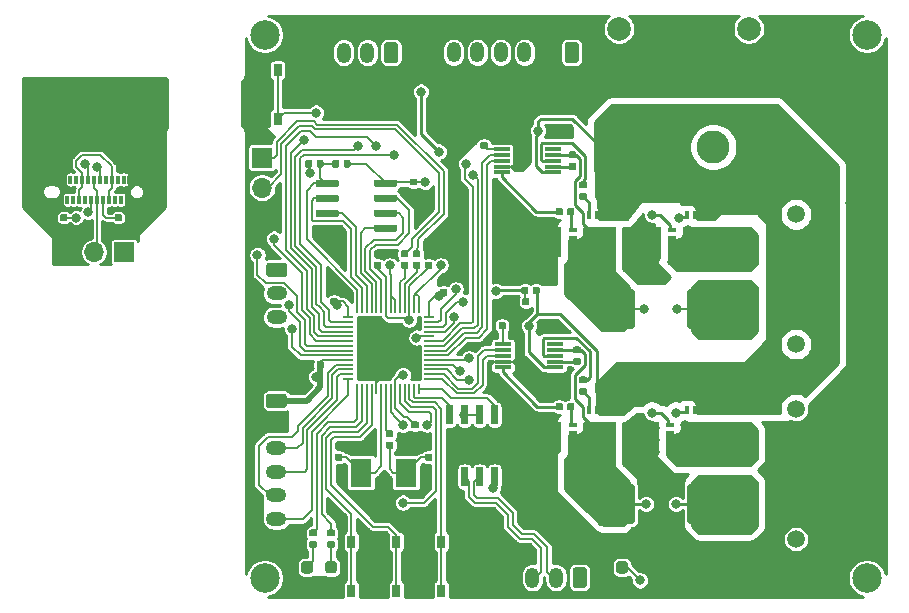
<source format=gtl>
G04 #@! TF.GenerationSoftware,KiCad,Pcbnew,(5.1.5)-3*
G04 #@! TF.CreationDate,2022-07-01T00:55:21+09:00*
G04 #@! TF.ProjectId,RP_MD,52505f4d-442e-46b6-9963-61645f706362,rev?*
G04 #@! TF.SameCoordinates,Original*
G04 #@! TF.FileFunction,Copper,L1,Top*
G04 #@! TF.FilePolarity,Positive*
%FSLAX46Y46*%
G04 Gerber Fmt 4.6, Leading zero omitted, Abs format (unit mm)*
G04 Created by KiCad (PCBNEW (5.1.5)-3) date 2022-07-01 00:55:21*
%MOMM*%
%LPD*%
G04 APERTURE LIST*
%ADD10O,1.700000X1.700000*%
%ADD11R,1.700000X1.700000*%
%ADD12R,0.650000X1.050000*%
%ADD13R,0.400000X0.700000*%
%ADD14R,0.400000X0.600000*%
%ADD15R,2.650000X2.200000*%
%ADD16R,0.700000X0.400000*%
%ADD17R,0.600000X0.400000*%
%ADD18R,2.200000X2.650000*%
%ADD19O,0.800000X1.400000*%
%ADD20R,0.300000X0.700000*%
%ADD21O,1.750000X1.200000*%
%ADD22C,0.100000*%
%ADD23O,1.200000X1.750000*%
%ADD24C,1.500000*%
%ADD25C,2.800000*%
%ADD26C,2.000000*%
%ADD27R,3.200000X3.200000*%
%ADD28R,0.200000X0.875000*%
%ADD29R,0.875000X0.200000*%
%ADD30R,1.400000X0.300000*%
%ADD31R,1.800000X2.400000*%
%ADD32C,2.500000*%
%ADD33C,0.800000*%
%ADD34C,0.200000*%
%ADD35C,0.250000*%
%ADD36C,0.500000*%
%ADD37C,0.254000*%
G04 APERTURE END LIST*
D10*
X110998000Y-67818000D03*
X110998000Y-65278000D03*
D11*
X110998000Y-62738000D03*
D12*
X112327000Y-55329000D03*
X112327000Y-59479000D03*
X110177000Y-55329000D03*
X110177000Y-59479000D03*
D13*
X148930000Y-84140000D03*
X148280000Y-84140000D03*
X147630000Y-84140000D03*
X146980000Y-84140000D03*
D14*
X146980000Y-87590000D03*
X147630000Y-87590000D03*
X148280000Y-87590000D03*
X148930000Y-87590000D03*
D15*
X147955000Y-86190000D03*
D16*
X145560000Y-87335000D03*
X145560000Y-86685000D03*
X145560000Y-86035000D03*
X145560000Y-85385000D03*
D17*
X142110000Y-85385000D03*
X142110000Y-86035000D03*
X142110000Y-86685000D03*
X142110000Y-87335000D03*
D18*
X143510000Y-86360000D03*
D13*
X140675000Y-84140000D03*
X140025000Y-84140000D03*
X139375000Y-84140000D03*
X138725000Y-84140000D03*
D14*
X138725000Y-87590000D03*
X139375000Y-87590000D03*
X140025000Y-87590000D03*
X140675000Y-87590000D03*
D15*
X139700000Y-86190000D03*
D16*
X137305000Y-87335000D03*
X137305000Y-86685000D03*
X137305000Y-86035000D03*
X137305000Y-85385000D03*
D17*
X133855000Y-85385000D03*
X133855000Y-86035000D03*
X133855000Y-86685000D03*
X133855000Y-87335000D03*
D18*
X135255000Y-86360000D03*
D16*
X137305000Y-70825000D03*
X137305000Y-70175000D03*
X137305000Y-69525000D03*
X137305000Y-68875000D03*
D17*
X133855000Y-68875000D03*
X133855000Y-69525000D03*
X133855000Y-70175000D03*
X133855000Y-70825000D03*
D18*
X135255000Y-69850000D03*
D13*
X140675000Y-67630000D03*
X140025000Y-67630000D03*
X139375000Y-67630000D03*
X138725000Y-67630000D03*
D14*
X138725000Y-71080000D03*
X139375000Y-71080000D03*
X140025000Y-71080000D03*
X140675000Y-71080000D03*
D15*
X139700000Y-69680000D03*
D16*
X145730000Y-70825000D03*
X145730000Y-70175000D03*
X145730000Y-69525000D03*
X145730000Y-68875000D03*
D17*
X142280000Y-68875000D03*
X142280000Y-69525000D03*
X142280000Y-70175000D03*
X142280000Y-70825000D03*
D18*
X143680000Y-69850000D03*
D13*
X148930000Y-67630000D03*
X148280000Y-67630000D03*
X147630000Y-67630000D03*
X146980000Y-67630000D03*
D14*
X146980000Y-71080000D03*
X147630000Y-71080000D03*
X148280000Y-71080000D03*
X148930000Y-71080000D03*
D15*
X147955000Y-69680000D03*
D19*
X100910000Y-64380000D03*
D20*
X99530000Y-66290000D03*
X99030000Y-66290000D03*
X98530000Y-66290000D03*
X98030000Y-66290000D03*
X97530000Y-66290000D03*
X97030000Y-66290000D03*
X96530000Y-66290000D03*
X94030000Y-66290000D03*
X95030000Y-66290000D03*
X95530000Y-66290000D03*
X96030000Y-66290000D03*
X94530000Y-66290000D03*
X94280000Y-64590000D03*
D19*
X92650000Y-64380000D03*
X92290000Y-58430000D03*
X101270000Y-58430000D03*
D20*
X94780000Y-64590000D03*
X95280000Y-64590000D03*
X95780000Y-64590000D03*
X96280000Y-64590000D03*
X96780000Y-64590000D03*
X97280000Y-64590000D03*
X97780000Y-64590000D03*
X98280000Y-64590000D03*
X98780000Y-64590000D03*
X99280000Y-64590000D03*
X99780000Y-64590000D03*
D21*
X112220000Y-93330000D03*
X112220000Y-91330000D03*
X112220000Y-89330000D03*
X112220000Y-87330000D03*
X112220000Y-85330000D03*
G04 #@! TA.AperFunction,ComponentPad*
D22*
G36*
X112869505Y-82731204D02*
G01*
X112893773Y-82734804D01*
X112917572Y-82740765D01*
X112940671Y-82749030D01*
X112962850Y-82759520D01*
X112983893Y-82772132D01*
X113003599Y-82786747D01*
X113021777Y-82803223D01*
X113038253Y-82821401D01*
X113052868Y-82841107D01*
X113065480Y-82862150D01*
X113075970Y-82884329D01*
X113084235Y-82907428D01*
X113090196Y-82931227D01*
X113093796Y-82955495D01*
X113095000Y-82979999D01*
X113095000Y-83680001D01*
X113093796Y-83704505D01*
X113090196Y-83728773D01*
X113084235Y-83752572D01*
X113075970Y-83775671D01*
X113065480Y-83797850D01*
X113052868Y-83818893D01*
X113038253Y-83838599D01*
X113021777Y-83856777D01*
X113003599Y-83873253D01*
X112983893Y-83887868D01*
X112962850Y-83900480D01*
X112940671Y-83910970D01*
X112917572Y-83919235D01*
X112893773Y-83925196D01*
X112869505Y-83928796D01*
X112845001Y-83930000D01*
X111594999Y-83930000D01*
X111570495Y-83928796D01*
X111546227Y-83925196D01*
X111522428Y-83919235D01*
X111499329Y-83910970D01*
X111477150Y-83900480D01*
X111456107Y-83887868D01*
X111436401Y-83873253D01*
X111418223Y-83856777D01*
X111401747Y-83838599D01*
X111387132Y-83818893D01*
X111374520Y-83797850D01*
X111364030Y-83775671D01*
X111355765Y-83752572D01*
X111349804Y-83728773D01*
X111346204Y-83704505D01*
X111345000Y-83680001D01*
X111345000Y-82979999D01*
X111346204Y-82955495D01*
X111349804Y-82931227D01*
X111355765Y-82907428D01*
X111364030Y-82884329D01*
X111374520Y-82862150D01*
X111387132Y-82841107D01*
X111401747Y-82821401D01*
X111418223Y-82803223D01*
X111436401Y-82786747D01*
X111456107Y-82772132D01*
X111477150Y-82759520D01*
X111499329Y-82749030D01*
X111522428Y-82740765D01*
X111546227Y-82734804D01*
X111570495Y-82731204D01*
X111594999Y-82730000D01*
X112845001Y-82730000D01*
X112869505Y-82731204D01*
G37*
G04 #@! TD.AperFunction*
G04 #@! TA.AperFunction,SMDPad,CuDef*
G36*
X131502958Y-76642710D02*
G01*
X131517276Y-76644834D01*
X131531317Y-76648351D01*
X131544946Y-76653228D01*
X131558031Y-76659417D01*
X131570447Y-76666858D01*
X131582073Y-76675481D01*
X131592798Y-76685202D01*
X131602519Y-76695927D01*
X131611142Y-76707553D01*
X131618583Y-76719969D01*
X131624772Y-76733054D01*
X131629649Y-76746683D01*
X131633166Y-76760724D01*
X131635290Y-76775042D01*
X131636000Y-76789500D01*
X131636000Y-77134500D01*
X131635290Y-77148958D01*
X131633166Y-77163276D01*
X131629649Y-77177317D01*
X131624772Y-77190946D01*
X131618583Y-77204031D01*
X131611142Y-77216447D01*
X131602519Y-77228073D01*
X131592798Y-77238798D01*
X131582073Y-77248519D01*
X131570447Y-77257142D01*
X131558031Y-77264583D01*
X131544946Y-77270772D01*
X131531317Y-77275649D01*
X131517276Y-77279166D01*
X131502958Y-77281290D01*
X131488500Y-77282000D01*
X131193500Y-77282000D01*
X131179042Y-77281290D01*
X131164724Y-77279166D01*
X131150683Y-77275649D01*
X131137054Y-77270772D01*
X131123969Y-77264583D01*
X131111553Y-77257142D01*
X131099927Y-77248519D01*
X131089202Y-77238798D01*
X131079481Y-77228073D01*
X131070858Y-77216447D01*
X131063417Y-77204031D01*
X131057228Y-77190946D01*
X131052351Y-77177317D01*
X131048834Y-77163276D01*
X131046710Y-77148958D01*
X131046000Y-77134500D01*
X131046000Y-76789500D01*
X131046710Y-76775042D01*
X131048834Y-76760724D01*
X131052351Y-76746683D01*
X131057228Y-76733054D01*
X131063417Y-76719969D01*
X131070858Y-76707553D01*
X131079481Y-76695927D01*
X131089202Y-76685202D01*
X131099927Y-76675481D01*
X131111553Y-76666858D01*
X131123969Y-76659417D01*
X131137054Y-76653228D01*
X131150683Y-76648351D01*
X131164724Y-76644834D01*
X131179042Y-76642710D01*
X131193500Y-76642000D01*
X131488500Y-76642000D01*
X131502958Y-76642710D01*
G37*
G04 #@! TD.AperFunction*
G04 #@! TA.AperFunction,SMDPad,CuDef*
G36*
X132472958Y-76642710D02*
G01*
X132487276Y-76644834D01*
X132501317Y-76648351D01*
X132514946Y-76653228D01*
X132528031Y-76659417D01*
X132540447Y-76666858D01*
X132552073Y-76675481D01*
X132562798Y-76685202D01*
X132572519Y-76695927D01*
X132581142Y-76707553D01*
X132588583Y-76719969D01*
X132594772Y-76733054D01*
X132599649Y-76746683D01*
X132603166Y-76760724D01*
X132605290Y-76775042D01*
X132606000Y-76789500D01*
X132606000Y-77134500D01*
X132605290Y-77148958D01*
X132603166Y-77163276D01*
X132599649Y-77177317D01*
X132594772Y-77190946D01*
X132588583Y-77204031D01*
X132581142Y-77216447D01*
X132572519Y-77228073D01*
X132562798Y-77238798D01*
X132552073Y-77248519D01*
X132540447Y-77257142D01*
X132528031Y-77264583D01*
X132514946Y-77270772D01*
X132501317Y-77275649D01*
X132487276Y-77279166D01*
X132472958Y-77281290D01*
X132458500Y-77282000D01*
X132163500Y-77282000D01*
X132149042Y-77281290D01*
X132134724Y-77279166D01*
X132120683Y-77275649D01*
X132107054Y-77270772D01*
X132093969Y-77264583D01*
X132081553Y-77257142D01*
X132069927Y-77248519D01*
X132059202Y-77238798D01*
X132049481Y-77228073D01*
X132040858Y-77216447D01*
X132033417Y-77204031D01*
X132027228Y-77190946D01*
X132022351Y-77177317D01*
X132018834Y-77163276D01*
X132016710Y-77148958D01*
X132016000Y-77134500D01*
X132016000Y-76789500D01*
X132016710Y-76775042D01*
X132018834Y-76760724D01*
X132022351Y-76746683D01*
X132027228Y-76733054D01*
X132033417Y-76719969D01*
X132040858Y-76707553D01*
X132049481Y-76695927D01*
X132059202Y-76685202D01*
X132069927Y-76675481D01*
X132081553Y-76666858D01*
X132093969Y-76659417D01*
X132107054Y-76653228D01*
X132120683Y-76648351D01*
X132134724Y-76644834D01*
X132149042Y-76642710D01*
X132163500Y-76642000D01*
X132458500Y-76642000D01*
X132472958Y-76642710D01*
G37*
G04 #@! TD.AperFunction*
D12*
X128329000Y-95255000D03*
X128329000Y-99405000D03*
X126179000Y-95255000D03*
X126179000Y-99405000D03*
X122385000Y-99405000D03*
X122385000Y-95255000D03*
X124535000Y-99405000D03*
X124535000Y-95255000D03*
X118575000Y-99405000D03*
X118575000Y-95255000D03*
X120725000Y-99405000D03*
X120725000Y-95255000D03*
G04 #@! TA.AperFunction,SMDPad,CuDef*
D22*
G36*
X163494504Y-59581204D02*
G01*
X163518773Y-59584804D01*
X163542571Y-59590765D01*
X163565671Y-59599030D01*
X163587849Y-59609520D01*
X163608893Y-59622133D01*
X163628598Y-59636747D01*
X163646777Y-59653223D01*
X163663253Y-59671402D01*
X163677867Y-59691107D01*
X163690480Y-59712151D01*
X163700970Y-59734329D01*
X163709235Y-59757429D01*
X163715196Y-59781227D01*
X163718796Y-59805496D01*
X163720000Y-59830000D01*
X163720000Y-61830000D01*
X163718796Y-61854504D01*
X163715196Y-61878773D01*
X163709235Y-61902571D01*
X163700970Y-61925671D01*
X163690480Y-61947849D01*
X163677867Y-61968893D01*
X163663253Y-61988598D01*
X163646777Y-62006777D01*
X163628598Y-62023253D01*
X163608893Y-62037867D01*
X163587849Y-62050480D01*
X163565671Y-62060970D01*
X163542571Y-62069235D01*
X163518773Y-62075196D01*
X163494504Y-62078796D01*
X163470000Y-62080000D01*
X159970000Y-62080000D01*
X159945496Y-62078796D01*
X159921227Y-62075196D01*
X159897429Y-62069235D01*
X159874329Y-62060970D01*
X159852151Y-62050480D01*
X159831107Y-62037867D01*
X159811402Y-62023253D01*
X159793223Y-62006777D01*
X159776747Y-61988598D01*
X159762133Y-61968893D01*
X159749520Y-61947849D01*
X159739030Y-61925671D01*
X159730765Y-61902571D01*
X159724804Y-61878773D01*
X159721204Y-61854504D01*
X159720000Y-61830000D01*
X159720000Y-59830000D01*
X159721204Y-59805496D01*
X159724804Y-59781227D01*
X159730765Y-59757429D01*
X159739030Y-59734329D01*
X159749520Y-59712151D01*
X159762133Y-59691107D01*
X159776747Y-59671402D01*
X159793223Y-59653223D01*
X159811402Y-59636747D01*
X159831107Y-59622133D01*
X159852151Y-59609520D01*
X159874329Y-59599030D01*
X159897429Y-59590765D01*
X159921227Y-59584804D01*
X159945496Y-59581204D01*
X159970000Y-59580000D01*
X163470000Y-59580000D01*
X163494504Y-59581204D01*
G37*
G04 #@! TD.AperFunction*
G04 #@! TA.AperFunction,SMDPad,CuDef*
G36*
X155494504Y-59581204D02*
G01*
X155518773Y-59584804D01*
X155542571Y-59590765D01*
X155565671Y-59599030D01*
X155587849Y-59609520D01*
X155608893Y-59622133D01*
X155628598Y-59636747D01*
X155646777Y-59653223D01*
X155663253Y-59671402D01*
X155677867Y-59691107D01*
X155690480Y-59712151D01*
X155700970Y-59734329D01*
X155709235Y-59757429D01*
X155715196Y-59781227D01*
X155718796Y-59805496D01*
X155720000Y-59830000D01*
X155720000Y-61830000D01*
X155718796Y-61854504D01*
X155715196Y-61878773D01*
X155709235Y-61902571D01*
X155700970Y-61925671D01*
X155690480Y-61947849D01*
X155677867Y-61968893D01*
X155663253Y-61988598D01*
X155646777Y-62006777D01*
X155628598Y-62023253D01*
X155608893Y-62037867D01*
X155587849Y-62050480D01*
X155565671Y-62060970D01*
X155542571Y-62069235D01*
X155518773Y-62075196D01*
X155494504Y-62078796D01*
X155470000Y-62080000D01*
X151970000Y-62080000D01*
X151945496Y-62078796D01*
X151921227Y-62075196D01*
X151897429Y-62069235D01*
X151874329Y-62060970D01*
X151852151Y-62050480D01*
X151831107Y-62037867D01*
X151811402Y-62023253D01*
X151793223Y-62006777D01*
X151776747Y-61988598D01*
X151762133Y-61968893D01*
X151749520Y-61947849D01*
X151739030Y-61925671D01*
X151730765Y-61902571D01*
X151724804Y-61878773D01*
X151721204Y-61854504D01*
X151720000Y-61830000D01*
X151720000Y-59830000D01*
X151721204Y-59805496D01*
X151724804Y-59781227D01*
X151730765Y-59757429D01*
X151739030Y-59734329D01*
X151749520Y-59712151D01*
X151762133Y-59691107D01*
X151776747Y-59671402D01*
X151793223Y-59653223D01*
X151811402Y-59636747D01*
X151831107Y-59622133D01*
X151852151Y-59609520D01*
X151874329Y-59599030D01*
X151897429Y-59590765D01*
X151921227Y-59584804D01*
X151945496Y-59581204D01*
X151970000Y-59580000D01*
X155470000Y-59580000D01*
X155494504Y-59581204D01*
G37*
G04 #@! TD.AperFunction*
G04 #@! TA.AperFunction,SMDPad,CuDef*
G36*
X133488958Y-74610710D02*
G01*
X133503276Y-74612834D01*
X133517317Y-74616351D01*
X133530946Y-74621228D01*
X133544031Y-74627417D01*
X133556447Y-74634858D01*
X133568073Y-74643481D01*
X133578798Y-74653202D01*
X133588519Y-74663927D01*
X133597142Y-74675553D01*
X133604583Y-74687969D01*
X133610772Y-74701054D01*
X133615649Y-74714683D01*
X133619166Y-74728724D01*
X133621290Y-74743042D01*
X133622000Y-74757500D01*
X133622000Y-75102500D01*
X133621290Y-75116958D01*
X133619166Y-75131276D01*
X133615649Y-75145317D01*
X133610772Y-75158946D01*
X133604583Y-75172031D01*
X133597142Y-75184447D01*
X133588519Y-75196073D01*
X133578798Y-75206798D01*
X133568073Y-75216519D01*
X133556447Y-75225142D01*
X133544031Y-75232583D01*
X133530946Y-75238772D01*
X133517317Y-75243649D01*
X133503276Y-75247166D01*
X133488958Y-75249290D01*
X133474500Y-75250000D01*
X133179500Y-75250000D01*
X133165042Y-75249290D01*
X133150724Y-75247166D01*
X133136683Y-75243649D01*
X133123054Y-75238772D01*
X133109969Y-75232583D01*
X133097553Y-75225142D01*
X133085927Y-75216519D01*
X133075202Y-75206798D01*
X133065481Y-75196073D01*
X133056858Y-75184447D01*
X133049417Y-75172031D01*
X133043228Y-75158946D01*
X133038351Y-75145317D01*
X133034834Y-75131276D01*
X133032710Y-75116958D01*
X133032000Y-75102500D01*
X133032000Y-74757500D01*
X133032710Y-74743042D01*
X133034834Y-74728724D01*
X133038351Y-74714683D01*
X133043228Y-74701054D01*
X133049417Y-74687969D01*
X133056858Y-74675553D01*
X133065481Y-74663927D01*
X133075202Y-74653202D01*
X133085927Y-74643481D01*
X133097553Y-74634858D01*
X133109969Y-74627417D01*
X133123054Y-74621228D01*
X133136683Y-74616351D01*
X133150724Y-74612834D01*
X133165042Y-74610710D01*
X133179500Y-74610000D01*
X133474500Y-74610000D01*
X133488958Y-74610710D01*
G37*
G04 #@! TD.AperFunction*
G04 #@! TA.AperFunction,SMDPad,CuDef*
G36*
X132518958Y-74610710D02*
G01*
X132533276Y-74612834D01*
X132547317Y-74616351D01*
X132560946Y-74621228D01*
X132574031Y-74627417D01*
X132586447Y-74634858D01*
X132598073Y-74643481D01*
X132608798Y-74653202D01*
X132618519Y-74663927D01*
X132627142Y-74675553D01*
X132634583Y-74687969D01*
X132640772Y-74701054D01*
X132645649Y-74714683D01*
X132649166Y-74728724D01*
X132651290Y-74743042D01*
X132652000Y-74757500D01*
X132652000Y-75102500D01*
X132651290Y-75116958D01*
X132649166Y-75131276D01*
X132645649Y-75145317D01*
X132640772Y-75158946D01*
X132634583Y-75172031D01*
X132627142Y-75184447D01*
X132618519Y-75196073D01*
X132608798Y-75206798D01*
X132598073Y-75216519D01*
X132586447Y-75225142D01*
X132574031Y-75232583D01*
X132560946Y-75238772D01*
X132547317Y-75243649D01*
X132533276Y-75247166D01*
X132518958Y-75249290D01*
X132504500Y-75250000D01*
X132209500Y-75250000D01*
X132195042Y-75249290D01*
X132180724Y-75247166D01*
X132166683Y-75243649D01*
X132153054Y-75238772D01*
X132139969Y-75232583D01*
X132127553Y-75225142D01*
X132115927Y-75216519D01*
X132105202Y-75206798D01*
X132095481Y-75196073D01*
X132086858Y-75184447D01*
X132079417Y-75172031D01*
X132073228Y-75158946D01*
X132068351Y-75145317D01*
X132064834Y-75131276D01*
X132062710Y-75116958D01*
X132062000Y-75102500D01*
X132062000Y-74757500D01*
X132062710Y-74743042D01*
X132064834Y-74728724D01*
X132068351Y-74714683D01*
X132073228Y-74701054D01*
X132079417Y-74687969D01*
X132086858Y-74675553D01*
X132095481Y-74663927D01*
X132105202Y-74653202D01*
X132115927Y-74643481D01*
X132127553Y-74634858D01*
X132139969Y-74627417D01*
X132153054Y-74621228D01*
X132166683Y-74616351D01*
X132180724Y-74612834D01*
X132195042Y-74610710D01*
X132209500Y-74610000D01*
X132504500Y-74610000D01*
X132518958Y-74610710D01*
G37*
G04 #@! TD.AperFunction*
G04 #@! TA.AperFunction,SMDPad,CuDef*
G36*
X134377958Y-73658710D02*
G01*
X134392276Y-73660834D01*
X134406317Y-73664351D01*
X134419946Y-73669228D01*
X134433031Y-73675417D01*
X134445447Y-73682858D01*
X134457073Y-73691481D01*
X134467798Y-73701202D01*
X134477519Y-73711927D01*
X134486142Y-73723553D01*
X134493583Y-73735969D01*
X134499772Y-73749054D01*
X134504649Y-73762683D01*
X134508166Y-73776724D01*
X134510290Y-73791042D01*
X134511000Y-73805500D01*
X134511000Y-74150500D01*
X134510290Y-74164958D01*
X134508166Y-74179276D01*
X134504649Y-74193317D01*
X134499772Y-74206946D01*
X134493583Y-74220031D01*
X134486142Y-74232447D01*
X134477519Y-74244073D01*
X134467798Y-74254798D01*
X134457073Y-74264519D01*
X134445447Y-74273142D01*
X134433031Y-74280583D01*
X134419946Y-74286772D01*
X134406317Y-74291649D01*
X134392276Y-74295166D01*
X134377958Y-74297290D01*
X134363500Y-74298000D01*
X134068500Y-74298000D01*
X134054042Y-74297290D01*
X134039724Y-74295166D01*
X134025683Y-74291649D01*
X134012054Y-74286772D01*
X133998969Y-74280583D01*
X133986553Y-74273142D01*
X133974927Y-74264519D01*
X133964202Y-74254798D01*
X133954481Y-74244073D01*
X133945858Y-74232447D01*
X133938417Y-74220031D01*
X133932228Y-74206946D01*
X133927351Y-74193317D01*
X133923834Y-74179276D01*
X133921710Y-74164958D01*
X133921000Y-74150500D01*
X133921000Y-73805500D01*
X133921710Y-73791042D01*
X133923834Y-73776724D01*
X133927351Y-73762683D01*
X133932228Y-73749054D01*
X133938417Y-73735969D01*
X133945858Y-73723553D01*
X133954481Y-73711927D01*
X133964202Y-73701202D01*
X133974927Y-73691481D01*
X133986553Y-73682858D01*
X133998969Y-73675417D01*
X134012054Y-73669228D01*
X134025683Y-73664351D01*
X134039724Y-73660834D01*
X134054042Y-73658710D01*
X134068500Y-73658000D01*
X134363500Y-73658000D01*
X134377958Y-73658710D01*
G37*
G04 #@! TD.AperFunction*
G04 #@! TA.AperFunction,SMDPad,CuDef*
G36*
X133407958Y-73658710D02*
G01*
X133422276Y-73660834D01*
X133436317Y-73664351D01*
X133449946Y-73669228D01*
X133463031Y-73675417D01*
X133475447Y-73682858D01*
X133487073Y-73691481D01*
X133497798Y-73701202D01*
X133507519Y-73711927D01*
X133516142Y-73723553D01*
X133523583Y-73735969D01*
X133529772Y-73749054D01*
X133534649Y-73762683D01*
X133538166Y-73776724D01*
X133540290Y-73791042D01*
X133541000Y-73805500D01*
X133541000Y-74150500D01*
X133540290Y-74164958D01*
X133538166Y-74179276D01*
X133534649Y-74193317D01*
X133529772Y-74206946D01*
X133523583Y-74220031D01*
X133516142Y-74232447D01*
X133507519Y-74244073D01*
X133497798Y-74254798D01*
X133487073Y-74264519D01*
X133475447Y-74273142D01*
X133463031Y-74280583D01*
X133449946Y-74286772D01*
X133436317Y-74291649D01*
X133422276Y-74295166D01*
X133407958Y-74297290D01*
X133393500Y-74298000D01*
X133098500Y-74298000D01*
X133084042Y-74297290D01*
X133069724Y-74295166D01*
X133055683Y-74291649D01*
X133042054Y-74286772D01*
X133028969Y-74280583D01*
X133016553Y-74273142D01*
X133004927Y-74264519D01*
X132994202Y-74254798D01*
X132984481Y-74244073D01*
X132975858Y-74232447D01*
X132968417Y-74220031D01*
X132962228Y-74206946D01*
X132957351Y-74193317D01*
X132953834Y-74179276D01*
X132951710Y-74164958D01*
X132951000Y-74150500D01*
X132951000Y-73805500D01*
X132951710Y-73791042D01*
X132953834Y-73776724D01*
X132957351Y-73762683D01*
X132962228Y-73749054D01*
X132968417Y-73735969D01*
X132975858Y-73723553D01*
X132984481Y-73711927D01*
X132994202Y-73701202D01*
X133004927Y-73691481D01*
X133016553Y-73682858D01*
X133028969Y-73675417D01*
X133042054Y-73669228D01*
X133055683Y-73664351D01*
X133069724Y-73660834D01*
X133084042Y-73658710D01*
X133098500Y-73658000D01*
X133393500Y-73658000D01*
X133407958Y-73658710D01*
G37*
G04 #@! TD.AperFunction*
D10*
X94240000Y-70730000D03*
X96780000Y-70730000D03*
D11*
X99320000Y-70730000D03*
G04 #@! TA.AperFunction,SMDPad,CuDef*
D22*
G36*
X142329505Y-90401204D02*
G01*
X142353773Y-90404804D01*
X142377572Y-90410765D01*
X142400671Y-90419030D01*
X142422850Y-90429520D01*
X142443893Y-90442132D01*
X142463599Y-90456747D01*
X142481777Y-90473223D01*
X142498253Y-90491401D01*
X142512868Y-90511107D01*
X142525480Y-90532150D01*
X142535970Y-90554329D01*
X142544235Y-90577428D01*
X142550196Y-90601227D01*
X142553796Y-90625495D01*
X142555000Y-90649999D01*
X142555000Y-93500001D01*
X142553796Y-93524505D01*
X142550196Y-93548773D01*
X142544235Y-93572572D01*
X142535970Y-93595671D01*
X142525480Y-93617850D01*
X142512868Y-93638893D01*
X142498253Y-93658599D01*
X142481777Y-93676777D01*
X142463599Y-93693253D01*
X142443893Y-93707868D01*
X142422850Y-93720480D01*
X142400671Y-93730970D01*
X142377572Y-93739235D01*
X142353773Y-93745196D01*
X142329505Y-93748796D01*
X142305001Y-93750000D01*
X141454999Y-93750000D01*
X141430495Y-93748796D01*
X141406227Y-93745196D01*
X141382428Y-93739235D01*
X141359329Y-93730970D01*
X141337150Y-93720480D01*
X141316107Y-93707868D01*
X141296401Y-93693253D01*
X141278223Y-93676777D01*
X141261747Y-93658599D01*
X141247132Y-93638893D01*
X141234520Y-93617850D01*
X141224030Y-93595671D01*
X141215765Y-93572572D01*
X141209804Y-93548773D01*
X141206204Y-93524505D01*
X141205000Y-93500001D01*
X141205000Y-90649999D01*
X141206204Y-90625495D01*
X141209804Y-90601227D01*
X141215765Y-90577428D01*
X141224030Y-90554329D01*
X141234520Y-90532150D01*
X141247132Y-90511107D01*
X141261747Y-90491401D01*
X141278223Y-90473223D01*
X141296401Y-90456747D01*
X141316107Y-90442132D01*
X141337150Y-90429520D01*
X141359329Y-90419030D01*
X141382428Y-90410765D01*
X141406227Y-90404804D01*
X141430495Y-90401204D01*
X141454999Y-90400000D01*
X142305001Y-90400000D01*
X142329505Y-90401204D01*
G37*
G04 #@! TD.AperFunction*
G04 #@! TA.AperFunction,SMDPad,CuDef*
G36*
X148129505Y-90401204D02*
G01*
X148153773Y-90404804D01*
X148177572Y-90410765D01*
X148200671Y-90419030D01*
X148222850Y-90429520D01*
X148243893Y-90442132D01*
X148263599Y-90456747D01*
X148281777Y-90473223D01*
X148298253Y-90491401D01*
X148312868Y-90511107D01*
X148325480Y-90532150D01*
X148335970Y-90554329D01*
X148344235Y-90577428D01*
X148350196Y-90601227D01*
X148353796Y-90625495D01*
X148355000Y-90649999D01*
X148355000Y-93500001D01*
X148353796Y-93524505D01*
X148350196Y-93548773D01*
X148344235Y-93572572D01*
X148335970Y-93595671D01*
X148325480Y-93617850D01*
X148312868Y-93638893D01*
X148298253Y-93658599D01*
X148281777Y-93676777D01*
X148263599Y-93693253D01*
X148243893Y-93707868D01*
X148222850Y-93720480D01*
X148200671Y-93730970D01*
X148177572Y-93739235D01*
X148153773Y-93745196D01*
X148129505Y-93748796D01*
X148105001Y-93750000D01*
X147254999Y-93750000D01*
X147230495Y-93748796D01*
X147206227Y-93745196D01*
X147182428Y-93739235D01*
X147159329Y-93730970D01*
X147137150Y-93720480D01*
X147116107Y-93707868D01*
X147096401Y-93693253D01*
X147078223Y-93676777D01*
X147061747Y-93658599D01*
X147047132Y-93638893D01*
X147034520Y-93617850D01*
X147024030Y-93595671D01*
X147015765Y-93572572D01*
X147009804Y-93548773D01*
X147006204Y-93524505D01*
X147005000Y-93500001D01*
X147005000Y-90649999D01*
X147006204Y-90625495D01*
X147009804Y-90601227D01*
X147015765Y-90577428D01*
X147024030Y-90554329D01*
X147034520Y-90532150D01*
X147047132Y-90511107D01*
X147061747Y-90491401D01*
X147078223Y-90473223D01*
X147096401Y-90456747D01*
X147116107Y-90442132D01*
X147137150Y-90429520D01*
X147159329Y-90419030D01*
X147182428Y-90410765D01*
X147206227Y-90404804D01*
X147230495Y-90401204D01*
X147254999Y-90400000D01*
X148105001Y-90400000D01*
X148129505Y-90401204D01*
G37*
G04 #@! TD.AperFunction*
G04 #@! TA.AperFunction,SMDPad,CuDef*
G36*
X130847703Y-88922722D02*
G01*
X130862264Y-88924882D01*
X130876543Y-88928459D01*
X130890403Y-88933418D01*
X130903710Y-88939712D01*
X130916336Y-88947280D01*
X130928159Y-88956048D01*
X130939066Y-88965934D01*
X130948952Y-88976841D01*
X130957720Y-88988664D01*
X130965288Y-89001290D01*
X130971582Y-89014597D01*
X130976541Y-89028457D01*
X130980118Y-89042736D01*
X130982278Y-89057297D01*
X130983000Y-89072000D01*
X130983000Y-90422000D01*
X130982278Y-90436703D01*
X130980118Y-90451264D01*
X130976541Y-90465543D01*
X130971582Y-90479403D01*
X130965288Y-90492710D01*
X130957720Y-90505336D01*
X130948952Y-90517159D01*
X130939066Y-90528066D01*
X130928159Y-90537952D01*
X130916336Y-90546720D01*
X130903710Y-90554288D01*
X130890403Y-90560582D01*
X130876543Y-90565541D01*
X130862264Y-90569118D01*
X130847703Y-90571278D01*
X130833000Y-90572000D01*
X130533000Y-90572000D01*
X130518297Y-90571278D01*
X130503736Y-90569118D01*
X130489457Y-90565541D01*
X130475597Y-90560582D01*
X130462290Y-90554288D01*
X130449664Y-90546720D01*
X130437841Y-90537952D01*
X130426934Y-90528066D01*
X130417048Y-90517159D01*
X130408280Y-90505336D01*
X130400712Y-90492710D01*
X130394418Y-90479403D01*
X130389459Y-90465543D01*
X130385882Y-90451264D01*
X130383722Y-90436703D01*
X130383000Y-90422000D01*
X130383000Y-89072000D01*
X130383722Y-89057297D01*
X130385882Y-89042736D01*
X130389459Y-89028457D01*
X130394418Y-89014597D01*
X130400712Y-89001290D01*
X130408280Y-88988664D01*
X130417048Y-88976841D01*
X130426934Y-88965934D01*
X130437841Y-88956048D01*
X130449664Y-88947280D01*
X130462290Y-88939712D01*
X130475597Y-88933418D01*
X130489457Y-88928459D01*
X130503736Y-88924882D01*
X130518297Y-88922722D01*
X130533000Y-88922000D01*
X130833000Y-88922000D01*
X130847703Y-88922722D01*
G37*
G04 #@! TD.AperFunction*
G04 #@! TA.AperFunction,SMDPad,CuDef*
G36*
X129577703Y-88922722D02*
G01*
X129592264Y-88924882D01*
X129606543Y-88928459D01*
X129620403Y-88933418D01*
X129633710Y-88939712D01*
X129646336Y-88947280D01*
X129658159Y-88956048D01*
X129669066Y-88965934D01*
X129678952Y-88976841D01*
X129687720Y-88988664D01*
X129695288Y-89001290D01*
X129701582Y-89014597D01*
X129706541Y-89028457D01*
X129710118Y-89042736D01*
X129712278Y-89057297D01*
X129713000Y-89072000D01*
X129713000Y-90422000D01*
X129712278Y-90436703D01*
X129710118Y-90451264D01*
X129706541Y-90465543D01*
X129701582Y-90479403D01*
X129695288Y-90492710D01*
X129687720Y-90505336D01*
X129678952Y-90517159D01*
X129669066Y-90528066D01*
X129658159Y-90537952D01*
X129646336Y-90546720D01*
X129633710Y-90554288D01*
X129620403Y-90560582D01*
X129606543Y-90565541D01*
X129592264Y-90569118D01*
X129577703Y-90571278D01*
X129563000Y-90572000D01*
X129263000Y-90572000D01*
X129248297Y-90571278D01*
X129233736Y-90569118D01*
X129219457Y-90565541D01*
X129205597Y-90560582D01*
X129192290Y-90554288D01*
X129179664Y-90546720D01*
X129167841Y-90537952D01*
X129156934Y-90528066D01*
X129147048Y-90517159D01*
X129138280Y-90505336D01*
X129130712Y-90492710D01*
X129124418Y-90479403D01*
X129119459Y-90465543D01*
X129115882Y-90451264D01*
X129113722Y-90436703D01*
X129113000Y-90422000D01*
X129113000Y-89072000D01*
X129113722Y-89057297D01*
X129115882Y-89042736D01*
X129119459Y-89028457D01*
X129124418Y-89014597D01*
X129130712Y-89001290D01*
X129138280Y-88988664D01*
X129147048Y-88976841D01*
X129156934Y-88965934D01*
X129167841Y-88956048D01*
X129179664Y-88947280D01*
X129192290Y-88939712D01*
X129205597Y-88933418D01*
X129219457Y-88928459D01*
X129233736Y-88924882D01*
X129248297Y-88922722D01*
X129263000Y-88922000D01*
X129563000Y-88922000D01*
X129577703Y-88922722D01*
G37*
G04 #@! TD.AperFunction*
G04 #@! TA.AperFunction,SMDPad,CuDef*
G36*
X128307703Y-88922722D02*
G01*
X128322264Y-88924882D01*
X128336543Y-88928459D01*
X128350403Y-88933418D01*
X128363710Y-88939712D01*
X128376336Y-88947280D01*
X128388159Y-88956048D01*
X128399066Y-88965934D01*
X128408952Y-88976841D01*
X128417720Y-88988664D01*
X128425288Y-89001290D01*
X128431582Y-89014597D01*
X128436541Y-89028457D01*
X128440118Y-89042736D01*
X128442278Y-89057297D01*
X128443000Y-89072000D01*
X128443000Y-90422000D01*
X128442278Y-90436703D01*
X128440118Y-90451264D01*
X128436541Y-90465543D01*
X128431582Y-90479403D01*
X128425288Y-90492710D01*
X128417720Y-90505336D01*
X128408952Y-90517159D01*
X128399066Y-90528066D01*
X128388159Y-90537952D01*
X128376336Y-90546720D01*
X128363710Y-90554288D01*
X128350403Y-90560582D01*
X128336543Y-90565541D01*
X128322264Y-90569118D01*
X128307703Y-90571278D01*
X128293000Y-90572000D01*
X127993000Y-90572000D01*
X127978297Y-90571278D01*
X127963736Y-90569118D01*
X127949457Y-90565541D01*
X127935597Y-90560582D01*
X127922290Y-90554288D01*
X127909664Y-90546720D01*
X127897841Y-90537952D01*
X127886934Y-90528066D01*
X127877048Y-90517159D01*
X127868280Y-90505336D01*
X127860712Y-90492710D01*
X127854418Y-90479403D01*
X127849459Y-90465543D01*
X127845882Y-90451264D01*
X127843722Y-90436703D01*
X127843000Y-90422000D01*
X127843000Y-89072000D01*
X127843722Y-89057297D01*
X127845882Y-89042736D01*
X127849459Y-89028457D01*
X127854418Y-89014597D01*
X127860712Y-89001290D01*
X127868280Y-88988664D01*
X127877048Y-88976841D01*
X127886934Y-88965934D01*
X127897841Y-88956048D01*
X127909664Y-88947280D01*
X127922290Y-88939712D01*
X127935597Y-88933418D01*
X127949457Y-88928459D01*
X127963736Y-88924882D01*
X127978297Y-88922722D01*
X127993000Y-88922000D01*
X128293000Y-88922000D01*
X128307703Y-88922722D01*
G37*
G04 #@! TD.AperFunction*
G04 #@! TA.AperFunction,SMDPad,CuDef*
G36*
X127037703Y-88922722D02*
G01*
X127052264Y-88924882D01*
X127066543Y-88928459D01*
X127080403Y-88933418D01*
X127093710Y-88939712D01*
X127106336Y-88947280D01*
X127118159Y-88956048D01*
X127129066Y-88965934D01*
X127138952Y-88976841D01*
X127147720Y-88988664D01*
X127155288Y-89001290D01*
X127161582Y-89014597D01*
X127166541Y-89028457D01*
X127170118Y-89042736D01*
X127172278Y-89057297D01*
X127173000Y-89072000D01*
X127173000Y-90422000D01*
X127172278Y-90436703D01*
X127170118Y-90451264D01*
X127166541Y-90465543D01*
X127161582Y-90479403D01*
X127155288Y-90492710D01*
X127147720Y-90505336D01*
X127138952Y-90517159D01*
X127129066Y-90528066D01*
X127118159Y-90537952D01*
X127106336Y-90546720D01*
X127093710Y-90554288D01*
X127080403Y-90560582D01*
X127066543Y-90565541D01*
X127052264Y-90569118D01*
X127037703Y-90571278D01*
X127023000Y-90572000D01*
X126723000Y-90572000D01*
X126708297Y-90571278D01*
X126693736Y-90569118D01*
X126679457Y-90565541D01*
X126665597Y-90560582D01*
X126652290Y-90554288D01*
X126639664Y-90546720D01*
X126627841Y-90537952D01*
X126616934Y-90528066D01*
X126607048Y-90517159D01*
X126598280Y-90505336D01*
X126590712Y-90492710D01*
X126584418Y-90479403D01*
X126579459Y-90465543D01*
X126575882Y-90451264D01*
X126573722Y-90436703D01*
X126573000Y-90422000D01*
X126573000Y-89072000D01*
X126573722Y-89057297D01*
X126575882Y-89042736D01*
X126579459Y-89028457D01*
X126584418Y-89014597D01*
X126590712Y-89001290D01*
X126598280Y-88988664D01*
X126607048Y-88976841D01*
X126616934Y-88965934D01*
X126627841Y-88956048D01*
X126639664Y-88947280D01*
X126652290Y-88939712D01*
X126665597Y-88933418D01*
X126679457Y-88928459D01*
X126693736Y-88924882D01*
X126708297Y-88922722D01*
X126723000Y-88922000D01*
X127023000Y-88922000D01*
X127037703Y-88922722D01*
G37*
G04 #@! TD.AperFunction*
G04 #@! TA.AperFunction,SMDPad,CuDef*
G36*
X127037703Y-83672722D02*
G01*
X127052264Y-83674882D01*
X127066543Y-83678459D01*
X127080403Y-83683418D01*
X127093710Y-83689712D01*
X127106336Y-83697280D01*
X127118159Y-83706048D01*
X127129066Y-83715934D01*
X127138952Y-83726841D01*
X127147720Y-83738664D01*
X127155288Y-83751290D01*
X127161582Y-83764597D01*
X127166541Y-83778457D01*
X127170118Y-83792736D01*
X127172278Y-83807297D01*
X127173000Y-83822000D01*
X127173000Y-85172000D01*
X127172278Y-85186703D01*
X127170118Y-85201264D01*
X127166541Y-85215543D01*
X127161582Y-85229403D01*
X127155288Y-85242710D01*
X127147720Y-85255336D01*
X127138952Y-85267159D01*
X127129066Y-85278066D01*
X127118159Y-85287952D01*
X127106336Y-85296720D01*
X127093710Y-85304288D01*
X127080403Y-85310582D01*
X127066543Y-85315541D01*
X127052264Y-85319118D01*
X127037703Y-85321278D01*
X127023000Y-85322000D01*
X126723000Y-85322000D01*
X126708297Y-85321278D01*
X126693736Y-85319118D01*
X126679457Y-85315541D01*
X126665597Y-85310582D01*
X126652290Y-85304288D01*
X126639664Y-85296720D01*
X126627841Y-85287952D01*
X126616934Y-85278066D01*
X126607048Y-85267159D01*
X126598280Y-85255336D01*
X126590712Y-85242710D01*
X126584418Y-85229403D01*
X126579459Y-85215543D01*
X126575882Y-85201264D01*
X126573722Y-85186703D01*
X126573000Y-85172000D01*
X126573000Y-83822000D01*
X126573722Y-83807297D01*
X126575882Y-83792736D01*
X126579459Y-83778457D01*
X126584418Y-83764597D01*
X126590712Y-83751290D01*
X126598280Y-83738664D01*
X126607048Y-83726841D01*
X126616934Y-83715934D01*
X126627841Y-83706048D01*
X126639664Y-83697280D01*
X126652290Y-83689712D01*
X126665597Y-83683418D01*
X126679457Y-83678459D01*
X126693736Y-83674882D01*
X126708297Y-83672722D01*
X126723000Y-83672000D01*
X127023000Y-83672000D01*
X127037703Y-83672722D01*
G37*
G04 #@! TD.AperFunction*
G04 #@! TA.AperFunction,SMDPad,CuDef*
G36*
X128307703Y-83672722D02*
G01*
X128322264Y-83674882D01*
X128336543Y-83678459D01*
X128350403Y-83683418D01*
X128363710Y-83689712D01*
X128376336Y-83697280D01*
X128388159Y-83706048D01*
X128399066Y-83715934D01*
X128408952Y-83726841D01*
X128417720Y-83738664D01*
X128425288Y-83751290D01*
X128431582Y-83764597D01*
X128436541Y-83778457D01*
X128440118Y-83792736D01*
X128442278Y-83807297D01*
X128443000Y-83822000D01*
X128443000Y-85172000D01*
X128442278Y-85186703D01*
X128440118Y-85201264D01*
X128436541Y-85215543D01*
X128431582Y-85229403D01*
X128425288Y-85242710D01*
X128417720Y-85255336D01*
X128408952Y-85267159D01*
X128399066Y-85278066D01*
X128388159Y-85287952D01*
X128376336Y-85296720D01*
X128363710Y-85304288D01*
X128350403Y-85310582D01*
X128336543Y-85315541D01*
X128322264Y-85319118D01*
X128307703Y-85321278D01*
X128293000Y-85322000D01*
X127993000Y-85322000D01*
X127978297Y-85321278D01*
X127963736Y-85319118D01*
X127949457Y-85315541D01*
X127935597Y-85310582D01*
X127922290Y-85304288D01*
X127909664Y-85296720D01*
X127897841Y-85287952D01*
X127886934Y-85278066D01*
X127877048Y-85267159D01*
X127868280Y-85255336D01*
X127860712Y-85242710D01*
X127854418Y-85229403D01*
X127849459Y-85215543D01*
X127845882Y-85201264D01*
X127843722Y-85186703D01*
X127843000Y-85172000D01*
X127843000Y-83822000D01*
X127843722Y-83807297D01*
X127845882Y-83792736D01*
X127849459Y-83778457D01*
X127854418Y-83764597D01*
X127860712Y-83751290D01*
X127868280Y-83738664D01*
X127877048Y-83726841D01*
X127886934Y-83715934D01*
X127897841Y-83706048D01*
X127909664Y-83697280D01*
X127922290Y-83689712D01*
X127935597Y-83683418D01*
X127949457Y-83678459D01*
X127963736Y-83674882D01*
X127978297Y-83672722D01*
X127993000Y-83672000D01*
X128293000Y-83672000D01*
X128307703Y-83672722D01*
G37*
G04 #@! TD.AperFunction*
G04 #@! TA.AperFunction,SMDPad,CuDef*
G36*
X129577703Y-83672722D02*
G01*
X129592264Y-83674882D01*
X129606543Y-83678459D01*
X129620403Y-83683418D01*
X129633710Y-83689712D01*
X129646336Y-83697280D01*
X129658159Y-83706048D01*
X129669066Y-83715934D01*
X129678952Y-83726841D01*
X129687720Y-83738664D01*
X129695288Y-83751290D01*
X129701582Y-83764597D01*
X129706541Y-83778457D01*
X129710118Y-83792736D01*
X129712278Y-83807297D01*
X129713000Y-83822000D01*
X129713000Y-85172000D01*
X129712278Y-85186703D01*
X129710118Y-85201264D01*
X129706541Y-85215543D01*
X129701582Y-85229403D01*
X129695288Y-85242710D01*
X129687720Y-85255336D01*
X129678952Y-85267159D01*
X129669066Y-85278066D01*
X129658159Y-85287952D01*
X129646336Y-85296720D01*
X129633710Y-85304288D01*
X129620403Y-85310582D01*
X129606543Y-85315541D01*
X129592264Y-85319118D01*
X129577703Y-85321278D01*
X129563000Y-85322000D01*
X129263000Y-85322000D01*
X129248297Y-85321278D01*
X129233736Y-85319118D01*
X129219457Y-85315541D01*
X129205597Y-85310582D01*
X129192290Y-85304288D01*
X129179664Y-85296720D01*
X129167841Y-85287952D01*
X129156934Y-85278066D01*
X129147048Y-85267159D01*
X129138280Y-85255336D01*
X129130712Y-85242710D01*
X129124418Y-85229403D01*
X129119459Y-85215543D01*
X129115882Y-85201264D01*
X129113722Y-85186703D01*
X129113000Y-85172000D01*
X129113000Y-83822000D01*
X129113722Y-83807297D01*
X129115882Y-83792736D01*
X129119459Y-83778457D01*
X129124418Y-83764597D01*
X129130712Y-83751290D01*
X129138280Y-83738664D01*
X129147048Y-83726841D01*
X129156934Y-83715934D01*
X129167841Y-83706048D01*
X129179664Y-83697280D01*
X129192290Y-83689712D01*
X129205597Y-83683418D01*
X129219457Y-83678459D01*
X129233736Y-83674882D01*
X129248297Y-83672722D01*
X129263000Y-83672000D01*
X129563000Y-83672000D01*
X129577703Y-83672722D01*
G37*
G04 #@! TD.AperFunction*
G04 #@! TA.AperFunction,SMDPad,CuDef*
G36*
X130847703Y-83672722D02*
G01*
X130862264Y-83674882D01*
X130876543Y-83678459D01*
X130890403Y-83683418D01*
X130903710Y-83689712D01*
X130916336Y-83697280D01*
X130928159Y-83706048D01*
X130939066Y-83715934D01*
X130948952Y-83726841D01*
X130957720Y-83738664D01*
X130965288Y-83751290D01*
X130971582Y-83764597D01*
X130976541Y-83778457D01*
X130980118Y-83792736D01*
X130982278Y-83807297D01*
X130983000Y-83822000D01*
X130983000Y-85172000D01*
X130982278Y-85186703D01*
X130980118Y-85201264D01*
X130976541Y-85215543D01*
X130971582Y-85229403D01*
X130965288Y-85242710D01*
X130957720Y-85255336D01*
X130948952Y-85267159D01*
X130939066Y-85278066D01*
X130928159Y-85287952D01*
X130916336Y-85296720D01*
X130903710Y-85304288D01*
X130890403Y-85310582D01*
X130876543Y-85315541D01*
X130862264Y-85319118D01*
X130847703Y-85321278D01*
X130833000Y-85322000D01*
X130533000Y-85322000D01*
X130518297Y-85321278D01*
X130503736Y-85319118D01*
X130489457Y-85315541D01*
X130475597Y-85310582D01*
X130462290Y-85304288D01*
X130449664Y-85296720D01*
X130437841Y-85287952D01*
X130426934Y-85278066D01*
X130417048Y-85267159D01*
X130408280Y-85255336D01*
X130400712Y-85242710D01*
X130394418Y-85229403D01*
X130389459Y-85215543D01*
X130385882Y-85201264D01*
X130383722Y-85186703D01*
X130383000Y-85172000D01*
X130383000Y-83822000D01*
X130383722Y-83807297D01*
X130385882Y-83792736D01*
X130389459Y-83778457D01*
X130394418Y-83764597D01*
X130400712Y-83751290D01*
X130408280Y-83738664D01*
X130417048Y-83726841D01*
X130426934Y-83715934D01*
X130437841Y-83706048D01*
X130449664Y-83697280D01*
X130462290Y-83689712D01*
X130475597Y-83683418D01*
X130489457Y-83678459D01*
X130503736Y-83674882D01*
X130518297Y-83672722D01*
X130533000Y-83672000D01*
X130833000Y-83672000D01*
X130847703Y-83672722D01*
G37*
G04 #@! TD.AperFunction*
G04 #@! TA.AperFunction,SMDPad,CuDef*
G36*
X117026958Y-94216710D02*
G01*
X117041276Y-94218834D01*
X117055317Y-94222351D01*
X117068946Y-94227228D01*
X117082031Y-94233417D01*
X117094447Y-94240858D01*
X117106073Y-94249481D01*
X117116798Y-94259202D01*
X117126519Y-94269927D01*
X117135142Y-94281553D01*
X117142583Y-94293969D01*
X117148772Y-94307054D01*
X117153649Y-94320683D01*
X117157166Y-94334724D01*
X117159290Y-94349042D01*
X117160000Y-94363500D01*
X117160000Y-94658500D01*
X117159290Y-94672958D01*
X117157166Y-94687276D01*
X117153649Y-94701317D01*
X117148772Y-94714946D01*
X117142583Y-94728031D01*
X117135142Y-94740447D01*
X117126519Y-94752073D01*
X117116798Y-94762798D01*
X117106073Y-94772519D01*
X117094447Y-94781142D01*
X117082031Y-94788583D01*
X117068946Y-94794772D01*
X117055317Y-94799649D01*
X117041276Y-94803166D01*
X117026958Y-94805290D01*
X117012500Y-94806000D01*
X116667500Y-94806000D01*
X116653042Y-94805290D01*
X116638724Y-94803166D01*
X116624683Y-94799649D01*
X116611054Y-94794772D01*
X116597969Y-94788583D01*
X116585553Y-94781142D01*
X116573927Y-94772519D01*
X116563202Y-94762798D01*
X116553481Y-94752073D01*
X116544858Y-94740447D01*
X116537417Y-94728031D01*
X116531228Y-94714946D01*
X116526351Y-94701317D01*
X116522834Y-94687276D01*
X116520710Y-94672958D01*
X116520000Y-94658500D01*
X116520000Y-94363500D01*
X116520710Y-94349042D01*
X116522834Y-94334724D01*
X116526351Y-94320683D01*
X116531228Y-94307054D01*
X116537417Y-94293969D01*
X116544858Y-94281553D01*
X116553481Y-94269927D01*
X116563202Y-94259202D01*
X116573927Y-94249481D01*
X116585553Y-94240858D01*
X116597969Y-94233417D01*
X116611054Y-94227228D01*
X116624683Y-94222351D01*
X116638724Y-94218834D01*
X116653042Y-94216710D01*
X116667500Y-94216000D01*
X117012500Y-94216000D01*
X117026958Y-94216710D01*
G37*
G04 #@! TD.AperFunction*
G04 #@! TA.AperFunction,SMDPad,CuDef*
G36*
X117026958Y-95186710D02*
G01*
X117041276Y-95188834D01*
X117055317Y-95192351D01*
X117068946Y-95197228D01*
X117082031Y-95203417D01*
X117094447Y-95210858D01*
X117106073Y-95219481D01*
X117116798Y-95229202D01*
X117126519Y-95239927D01*
X117135142Y-95251553D01*
X117142583Y-95263969D01*
X117148772Y-95277054D01*
X117153649Y-95290683D01*
X117157166Y-95304724D01*
X117159290Y-95319042D01*
X117160000Y-95333500D01*
X117160000Y-95628500D01*
X117159290Y-95642958D01*
X117157166Y-95657276D01*
X117153649Y-95671317D01*
X117148772Y-95684946D01*
X117142583Y-95698031D01*
X117135142Y-95710447D01*
X117126519Y-95722073D01*
X117116798Y-95732798D01*
X117106073Y-95742519D01*
X117094447Y-95751142D01*
X117082031Y-95758583D01*
X117068946Y-95764772D01*
X117055317Y-95769649D01*
X117041276Y-95773166D01*
X117026958Y-95775290D01*
X117012500Y-95776000D01*
X116667500Y-95776000D01*
X116653042Y-95775290D01*
X116638724Y-95773166D01*
X116624683Y-95769649D01*
X116611054Y-95764772D01*
X116597969Y-95758583D01*
X116585553Y-95751142D01*
X116573927Y-95742519D01*
X116563202Y-95732798D01*
X116553481Y-95722073D01*
X116544858Y-95710447D01*
X116537417Y-95698031D01*
X116531228Y-95684946D01*
X116526351Y-95671317D01*
X116522834Y-95657276D01*
X116520710Y-95642958D01*
X116520000Y-95628500D01*
X116520000Y-95333500D01*
X116520710Y-95319042D01*
X116522834Y-95304724D01*
X116526351Y-95290683D01*
X116531228Y-95277054D01*
X116537417Y-95263969D01*
X116544858Y-95251553D01*
X116553481Y-95239927D01*
X116563202Y-95229202D01*
X116573927Y-95219481D01*
X116585553Y-95210858D01*
X116597969Y-95203417D01*
X116611054Y-95197228D01*
X116624683Y-95192351D01*
X116638724Y-95188834D01*
X116653042Y-95186710D01*
X116667500Y-95186000D01*
X117012500Y-95186000D01*
X117026958Y-95186710D01*
G37*
G04 #@! TD.AperFunction*
G04 #@! TA.AperFunction,SMDPad,CuDef*
G36*
X115502958Y-94216710D02*
G01*
X115517276Y-94218834D01*
X115531317Y-94222351D01*
X115544946Y-94227228D01*
X115558031Y-94233417D01*
X115570447Y-94240858D01*
X115582073Y-94249481D01*
X115592798Y-94259202D01*
X115602519Y-94269927D01*
X115611142Y-94281553D01*
X115618583Y-94293969D01*
X115624772Y-94307054D01*
X115629649Y-94320683D01*
X115633166Y-94334724D01*
X115635290Y-94349042D01*
X115636000Y-94363500D01*
X115636000Y-94658500D01*
X115635290Y-94672958D01*
X115633166Y-94687276D01*
X115629649Y-94701317D01*
X115624772Y-94714946D01*
X115618583Y-94728031D01*
X115611142Y-94740447D01*
X115602519Y-94752073D01*
X115592798Y-94762798D01*
X115582073Y-94772519D01*
X115570447Y-94781142D01*
X115558031Y-94788583D01*
X115544946Y-94794772D01*
X115531317Y-94799649D01*
X115517276Y-94803166D01*
X115502958Y-94805290D01*
X115488500Y-94806000D01*
X115143500Y-94806000D01*
X115129042Y-94805290D01*
X115114724Y-94803166D01*
X115100683Y-94799649D01*
X115087054Y-94794772D01*
X115073969Y-94788583D01*
X115061553Y-94781142D01*
X115049927Y-94772519D01*
X115039202Y-94762798D01*
X115029481Y-94752073D01*
X115020858Y-94740447D01*
X115013417Y-94728031D01*
X115007228Y-94714946D01*
X115002351Y-94701317D01*
X114998834Y-94687276D01*
X114996710Y-94672958D01*
X114996000Y-94658500D01*
X114996000Y-94363500D01*
X114996710Y-94349042D01*
X114998834Y-94334724D01*
X115002351Y-94320683D01*
X115007228Y-94307054D01*
X115013417Y-94293969D01*
X115020858Y-94281553D01*
X115029481Y-94269927D01*
X115039202Y-94259202D01*
X115049927Y-94249481D01*
X115061553Y-94240858D01*
X115073969Y-94233417D01*
X115087054Y-94227228D01*
X115100683Y-94222351D01*
X115114724Y-94218834D01*
X115129042Y-94216710D01*
X115143500Y-94216000D01*
X115488500Y-94216000D01*
X115502958Y-94216710D01*
G37*
G04 #@! TD.AperFunction*
G04 #@! TA.AperFunction,SMDPad,CuDef*
G36*
X115502958Y-95186710D02*
G01*
X115517276Y-95188834D01*
X115531317Y-95192351D01*
X115544946Y-95197228D01*
X115558031Y-95203417D01*
X115570447Y-95210858D01*
X115582073Y-95219481D01*
X115592798Y-95229202D01*
X115602519Y-95239927D01*
X115611142Y-95251553D01*
X115618583Y-95263969D01*
X115624772Y-95277054D01*
X115629649Y-95290683D01*
X115633166Y-95304724D01*
X115635290Y-95319042D01*
X115636000Y-95333500D01*
X115636000Y-95628500D01*
X115635290Y-95642958D01*
X115633166Y-95657276D01*
X115629649Y-95671317D01*
X115624772Y-95684946D01*
X115618583Y-95698031D01*
X115611142Y-95710447D01*
X115602519Y-95722073D01*
X115592798Y-95732798D01*
X115582073Y-95742519D01*
X115570447Y-95751142D01*
X115558031Y-95758583D01*
X115544946Y-95764772D01*
X115531317Y-95769649D01*
X115517276Y-95773166D01*
X115502958Y-95775290D01*
X115488500Y-95776000D01*
X115143500Y-95776000D01*
X115129042Y-95775290D01*
X115114724Y-95773166D01*
X115100683Y-95769649D01*
X115087054Y-95764772D01*
X115073969Y-95758583D01*
X115061553Y-95751142D01*
X115049927Y-95742519D01*
X115039202Y-95732798D01*
X115029481Y-95722073D01*
X115020858Y-95710447D01*
X115013417Y-95698031D01*
X115007228Y-95684946D01*
X115002351Y-95671317D01*
X114998834Y-95657276D01*
X114996710Y-95642958D01*
X114996000Y-95628500D01*
X114996000Y-95333500D01*
X114996710Y-95319042D01*
X114998834Y-95304724D01*
X115002351Y-95290683D01*
X115007228Y-95277054D01*
X115013417Y-95263969D01*
X115020858Y-95251553D01*
X115029481Y-95239927D01*
X115039202Y-95229202D01*
X115049927Y-95219481D01*
X115061553Y-95210858D01*
X115073969Y-95203417D01*
X115087054Y-95197228D01*
X115100683Y-95192351D01*
X115114724Y-95188834D01*
X115129042Y-95186710D01*
X115143500Y-95186000D01*
X115488500Y-95186000D01*
X115502958Y-95186710D01*
G37*
G04 #@! TD.AperFunction*
D23*
X115920000Y-53840000D03*
X117920000Y-53840000D03*
X119920000Y-53840000D03*
G04 #@! TA.AperFunction,ComponentPad*
D22*
G36*
X122294505Y-52966204D02*
G01*
X122318773Y-52969804D01*
X122342572Y-52975765D01*
X122365671Y-52984030D01*
X122387850Y-52994520D01*
X122408893Y-53007132D01*
X122428599Y-53021747D01*
X122446777Y-53038223D01*
X122463253Y-53056401D01*
X122477868Y-53076107D01*
X122490480Y-53097150D01*
X122500970Y-53119329D01*
X122509235Y-53142428D01*
X122515196Y-53166227D01*
X122518796Y-53190495D01*
X122520000Y-53214999D01*
X122520000Y-54465001D01*
X122518796Y-54489505D01*
X122515196Y-54513773D01*
X122509235Y-54537572D01*
X122500970Y-54560671D01*
X122490480Y-54582850D01*
X122477868Y-54603893D01*
X122463253Y-54623599D01*
X122446777Y-54641777D01*
X122428599Y-54658253D01*
X122408893Y-54672868D01*
X122387850Y-54685480D01*
X122365671Y-54695970D01*
X122342572Y-54704235D01*
X122318773Y-54710196D01*
X122294505Y-54713796D01*
X122270001Y-54715000D01*
X121569999Y-54715000D01*
X121545495Y-54713796D01*
X121521227Y-54710196D01*
X121497428Y-54704235D01*
X121474329Y-54695970D01*
X121452150Y-54685480D01*
X121431107Y-54672868D01*
X121411401Y-54658253D01*
X121393223Y-54641777D01*
X121376747Y-54623599D01*
X121362132Y-54603893D01*
X121349520Y-54582850D01*
X121339030Y-54560671D01*
X121330765Y-54537572D01*
X121324804Y-54513773D01*
X121321204Y-54489505D01*
X121320000Y-54465001D01*
X121320000Y-53214999D01*
X121321204Y-53190495D01*
X121324804Y-53166227D01*
X121330765Y-53142428D01*
X121339030Y-53119329D01*
X121349520Y-53097150D01*
X121362132Y-53076107D01*
X121376747Y-53056401D01*
X121393223Y-53038223D01*
X121411401Y-53021747D01*
X121431107Y-53007132D01*
X121452150Y-52994520D01*
X121474329Y-52984030D01*
X121497428Y-52975765D01*
X121521227Y-52969804D01*
X121545495Y-52966204D01*
X121569999Y-52965000D01*
X122270001Y-52965000D01*
X122294505Y-52966204D01*
G37*
G04 #@! TD.AperFunction*
D23*
X127220000Y-53830000D03*
X129220000Y-53830000D03*
X131220000Y-53830000D03*
X133220000Y-53830000D03*
X135220000Y-53830000D03*
G04 #@! TA.AperFunction,ComponentPad*
D22*
G36*
X137594505Y-52956204D02*
G01*
X137618773Y-52959804D01*
X137642572Y-52965765D01*
X137665671Y-52974030D01*
X137687850Y-52984520D01*
X137708893Y-52997132D01*
X137728599Y-53011747D01*
X137746777Y-53028223D01*
X137763253Y-53046401D01*
X137777868Y-53066107D01*
X137790480Y-53087150D01*
X137800970Y-53109329D01*
X137809235Y-53132428D01*
X137815196Y-53156227D01*
X137818796Y-53180495D01*
X137820000Y-53204999D01*
X137820000Y-54455001D01*
X137818796Y-54479505D01*
X137815196Y-54503773D01*
X137809235Y-54527572D01*
X137800970Y-54550671D01*
X137790480Y-54572850D01*
X137777868Y-54593893D01*
X137763253Y-54613599D01*
X137746777Y-54631777D01*
X137728599Y-54648253D01*
X137708893Y-54662868D01*
X137687850Y-54675480D01*
X137665671Y-54685970D01*
X137642572Y-54694235D01*
X137618773Y-54700196D01*
X137594505Y-54703796D01*
X137570001Y-54705000D01*
X136869999Y-54705000D01*
X136845495Y-54703796D01*
X136821227Y-54700196D01*
X136797428Y-54694235D01*
X136774329Y-54685970D01*
X136752150Y-54675480D01*
X136731107Y-54662868D01*
X136711401Y-54648253D01*
X136693223Y-54631777D01*
X136676747Y-54613599D01*
X136662132Y-54593893D01*
X136649520Y-54572850D01*
X136639030Y-54550671D01*
X136630765Y-54527572D01*
X136624804Y-54503773D01*
X136621204Y-54479505D01*
X136620000Y-54455001D01*
X136620000Y-53204999D01*
X136621204Y-53180495D01*
X136624804Y-53156227D01*
X136630765Y-53132428D01*
X136639030Y-53109329D01*
X136649520Y-53087150D01*
X136662132Y-53066107D01*
X136676747Y-53046401D01*
X136693223Y-53028223D01*
X136711401Y-53011747D01*
X136731107Y-52997132D01*
X136752150Y-52984520D01*
X136774329Y-52974030D01*
X136797428Y-52965765D01*
X136821227Y-52959804D01*
X136845495Y-52956204D01*
X136869999Y-52955000D01*
X137570001Y-52955000D01*
X137594505Y-52956204D01*
G37*
G04 #@! TD.AperFunction*
G04 #@! TA.AperFunction,SMDPad,CuDef*
G36*
X117100779Y-96891144D02*
G01*
X117123834Y-96894563D01*
X117146443Y-96900227D01*
X117168387Y-96908079D01*
X117189457Y-96918044D01*
X117209448Y-96930026D01*
X117228168Y-96943910D01*
X117245438Y-96959562D01*
X117261090Y-96976832D01*
X117274974Y-96995552D01*
X117286956Y-97015543D01*
X117296921Y-97036613D01*
X117304773Y-97058557D01*
X117310437Y-97081166D01*
X117313856Y-97104221D01*
X117315000Y-97127500D01*
X117315000Y-97702500D01*
X117313856Y-97725779D01*
X117310437Y-97748834D01*
X117304773Y-97771443D01*
X117296921Y-97793387D01*
X117286956Y-97814457D01*
X117274974Y-97834448D01*
X117261090Y-97853168D01*
X117245438Y-97870438D01*
X117228168Y-97886090D01*
X117209448Y-97899974D01*
X117189457Y-97911956D01*
X117168387Y-97921921D01*
X117146443Y-97929773D01*
X117123834Y-97935437D01*
X117100779Y-97938856D01*
X117077500Y-97940000D01*
X116602500Y-97940000D01*
X116579221Y-97938856D01*
X116556166Y-97935437D01*
X116533557Y-97929773D01*
X116511613Y-97921921D01*
X116490543Y-97911956D01*
X116470552Y-97899974D01*
X116451832Y-97886090D01*
X116434562Y-97870438D01*
X116418910Y-97853168D01*
X116405026Y-97834448D01*
X116393044Y-97814457D01*
X116383079Y-97793387D01*
X116375227Y-97771443D01*
X116369563Y-97748834D01*
X116366144Y-97725779D01*
X116365000Y-97702500D01*
X116365000Y-97127500D01*
X116366144Y-97104221D01*
X116369563Y-97081166D01*
X116375227Y-97058557D01*
X116383079Y-97036613D01*
X116393044Y-97015543D01*
X116405026Y-96995552D01*
X116418910Y-96976832D01*
X116434562Y-96959562D01*
X116451832Y-96943910D01*
X116470552Y-96930026D01*
X116490543Y-96918044D01*
X116511613Y-96908079D01*
X116533557Y-96900227D01*
X116556166Y-96894563D01*
X116579221Y-96891144D01*
X116602500Y-96890000D01*
X117077500Y-96890000D01*
X117100779Y-96891144D01*
G37*
G04 #@! TD.AperFunction*
G04 #@! TA.AperFunction,SMDPad,CuDef*
G36*
X117100779Y-98641144D02*
G01*
X117123834Y-98644563D01*
X117146443Y-98650227D01*
X117168387Y-98658079D01*
X117189457Y-98668044D01*
X117209448Y-98680026D01*
X117228168Y-98693910D01*
X117245438Y-98709562D01*
X117261090Y-98726832D01*
X117274974Y-98745552D01*
X117286956Y-98765543D01*
X117296921Y-98786613D01*
X117304773Y-98808557D01*
X117310437Y-98831166D01*
X117313856Y-98854221D01*
X117315000Y-98877500D01*
X117315000Y-99452500D01*
X117313856Y-99475779D01*
X117310437Y-99498834D01*
X117304773Y-99521443D01*
X117296921Y-99543387D01*
X117286956Y-99564457D01*
X117274974Y-99584448D01*
X117261090Y-99603168D01*
X117245438Y-99620438D01*
X117228168Y-99636090D01*
X117209448Y-99649974D01*
X117189457Y-99661956D01*
X117168387Y-99671921D01*
X117146443Y-99679773D01*
X117123834Y-99685437D01*
X117100779Y-99688856D01*
X117077500Y-99690000D01*
X116602500Y-99690000D01*
X116579221Y-99688856D01*
X116556166Y-99685437D01*
X116533557Y-99679773D01*
X116511613Y-99671921D01*
X116490543Y-99661956D01*
X116470552Y-99649974D01*
X116451832Y-99636090D01*
X116434562Y-99620438D01*
X116418910Y-99603168D01*
X116405026Y-99584448D01*
X116393044Y-99564457D01*
X116383079Y-99543387D01*
X116375227Y-99521443D01*
X116369563Y-99498834D01*
X116366144Y-99475779D01*
X116365000Y-99452500D01*
X116365000Y-98877500D01*
X116366144Y-98854221D01*
X116369563Y-98831166D01*
X116375227Y-98808557D01*
X116383079Y-98786613D01*
X116393044Y-98765543D01*
X116405026Y-98745552D01*
X116418910Y-98726832D01*
X116434562Y-98709562D01*
X116451832Y-98693910D01*
X116470552Y-98680026D01*
X116490543Y-98668044D01*
X116511613Y-98658079D01*
X116533557Y-98650227D01*
X116556166Y-98644563D01*
X116579221Y-98641144D01*
X116602500Y-98640000D01*
X117077500Y-98640000D01*
X117100779Y-98641144D01*
G37*
G04 #@! TD.AperFunction*
G04 #@! TA.AperFunction,SMDPad,CuDef*
G36*
X115068779Y-96899144D02*
G01*
X115091834Y-96902563D01*
X115114443Y-96908227D01*
X115136387Y-96916079D01*
X115157457Y-96926044D01*
X115177448Y-96938026D01*
X115196168Y-96951910D01*
X115213438Y-96967562D01*
X115229090Y-96984832D01*
X115242974Y-97003552D01*
X115254956Y-97023543D01*
X115264921Y-97044613D01*
X115272773Y-97066557D01*
X115278437Y-97089166D01*
X115281856Y-97112221D01*
X115283000Y-97135500D01*
X115283000Y-97710500D01*
X115281856Y-97733779D01*
X115278437Y-97756834D01*
X115272773Y-97779443D01*
X115264921Y-97801387D01*
X115254956Y-97822457D01*
X115242974Y-97842448D01*
X115229090Y-97861168D01*
X115213438Y-97878438D01*
X115196168Y-97894090D01*
X115177448Y-97907974D01*
X115157457Y-97919956D01*
X115136387Y-97929921D01*
X115114443Y-97937773D01*
X115091834Y-97943437D01*
X115068779Y-97946856D01*
X115045500Y-97948000D01*
X114570500Y-97948000D01*
X114547221Y-97946856D01*
X114524166Y-97943437D01*
X114501557Y-97937773D01*
X114479613Y-97929921D01*
X114458543Y-97919956D01*
X114438552Y-97907974D01*
X114419832Y-97894090D01*
X114402562Y-97878438D01*
X114386910Y-97861168D01*
X114373026Y-97842448D01*
X114361044Y-97822457D01*
X114351079Y-97801387D01*
X114343227Y-97779443D01*
X114337563Y-97756834D01*
X114334144Y-97733779D01*
X114333000Y-97710500D01*
X114333000Y-97135500D01*
X114334144Y-97112221D01*
X114337563Y-97089166D01*
X114343227Y-97066557D01*
X114351079Y-97044613D01*
X114361044Y-97023543D01*
X114373026Y-97003552D01*
X114386910Y-96984832D01*
X114402562Y-96967562D01*
X114419832Y-96951910D01*
X114438552Y-96938026D01*
X114458543Y-96926044D01*
X114479613Y-96916079D01*
X114501557Y-96908227D01*
X114524166Y-96902563D01*
X114547221Y-96899144D01*
X114570500Y-96898000D01*
X115045500Y-96898000D01*
X115068779Y-96899144D01*
G37*
G04 #@! TD.AperFunction*
G04 #@! TA.AperFunction,SMDPad,CuDef*
G36*
X115068779Y-98649144D02*
G01*
X115091834Y-98652563D01*
X115114443Y-98658227D01*
X115136387Y-98666079D01*
X115157457Y-98676044D01*
X115177448Y-98688026D01*
X115196168Y-98701910D01*
X115213438Y-98717562D01*
X115229090Y-98734832D01*
X115242974Y-98753552D01*
X115254956Y-98773543D01*
X115264921Y-98794613D01*
X115272773Y-98816557D01*
X115278437Y-98839166D01*
X115281856Y-98862221D01*
X115283000Y-98885500D01*
X115283000Y-99460500D01*
X115281856Y-99483779D01*
X115278437Y-99506834D01*
X115272773Y-99529443D01*
X115264921Y-99551387D01*
X115254956Y-99572457D01*
X115242974Y-99592448D01*
X115229090Y-99611168D01*
X115213438Y-99628438D01*
X115196168Y-99644090D01*
X115177448Y-99657974D01*
X115157457Y-99669956D01*
X115136387Y-99679921D01*
X115114443Y-99687773D01*
X115091834Y-99693437D01*
X115068779Y-99696856D01*
X115045500Y-99698000D01*
X114570500Y-99698000D01*
X114547221Y-99696856D01*
X114524166Y-99693437D01*
X114501557Y-99687773D01*
X114479613Y-99679921D01*
X114458543Y-99669956D01*
X114438552Y-99657974D01*
X114419832Y-99644090D01*
X114402562Y-99628438D01*
X114386910Y-99611168D01*
X114373026Y-99592448D01*
X114361044Y-99572457D01*
X114351079Y-99551387D01*
X114343227Y-99529443D01*
X114337563Y-99506834D01*
X114334144Y-99483779D01*
X114333000Y-99460500D01*
X114333000Y-98885500D01*
X114334144Y-98862221D01*
X114337563Y-98839166D01*
X114343227Y-98816557D01*
X114351079Y-98794613D01*
X114361044Y-98773543D01*
X114373026Y-98753552D01*
X114386910Y-98734832D01*
X114402562Y-98717562D01*
X114419832Y-98701910D01*
X114438552Y-98688026D01*
X114458543Y-98676044D01*
X114479613Y-98666079D01*
X114501557Y-98658227D01*
X114524166Y-98652563D01*
X114547221Y-98649144D01*
X114570500Y-98648000D01*
X115045500Y-98648000D01*
X115068779Y-98649144D01*
G37*
G04 #@! TD.AperFunction*
D24*
X156210000Y-78525000D03*
X156210000Y-67525000D03*
D25*
X151210000Y-75525000D03*
X151210000Y-70525000D03*
D26*
X152220000Y-51830000D03*
X141220000Y-51830000D03*
D25*
X149220000Y-61830000D03*
X144220000Y-61830000D03*
G04 #@! TA.AperFunction,SMDPad,CuDef*
D22*
G36*
X142329505Y-73891204D02*
G01*
X142353773Y-73894804D01*
X142377572Y-73900765D01*
X142400671Y-73909030D01*
X142422850Y-73919520D01*
X142443893Y-73932132D01*
X142463599Y-73946747D01*
X142481777Y-73963223D01*
X142498253Y-73981401D01*
X142512868Y-74001107D01*
X142525480Y-74022150D01*
X142535970Y-74044329D01*
X142544235Y-74067428D01*
X142550196Y-74091227D01*
X142553796Y-74115495D01*
X142555000Y-74139999D01*
X142555000Y-76990001D01*
X142553796Y-77014505D01*
X142550196Y-77038773D01*
X142544235Y-77062572D01*
X142535970Y-77085671D01*
X142525480Y-77107850D01*
X142512868Y-77128893D01*
X142498253Y-77148599D01*
X142481777Y-77166777D01*
X142463599Y-77183253D01*
X142443893Y-77197868D01*
X142422850Y-77210480D01*
X142400671Y-77220970D01*
X142377572Y-77229235D01*
X142353773Y-77235196D01*
X142329505Y-77238796D01*
X142305001Y-77240000D01*
X141454999Y-77240000D01*
X141430495Y-77238796D01*
X141406227Y-77235196D01*
X141382428Y-77229235D01*
X141359329Y-77220970D01*
X141337150Y-77210480D01*
X141316107Y-77197868D01*
X141296401Y-77183253D01*
X141278223Y-77166777D01*
X141261747Y-77148599D01*
X141247132Y-77128893D01*
X141234520Y-77107850D01*
X141224030Y-77085671D01*
X141215765Y-77062572D01*
X141209804Y-77038773D01*
X141206204Y-77014505D01*
X141205000Y-76990001D01*
X141205000Y-74139999D01*
X141206204Y-74115495D01*
X141209804Y-74091227D01*
X141215765Y-74067428D01*
X141224030Y-74044329D01*
X141234520Y-74022150D01*
X141247132Y-74001107D01*
X141261747Y-73981401D01*
X141278223Y-73963223D01*
X141296401Y-73946747D01*
X141316107Y-73932132D01*
X141337150Y-73919520D01*
X141359329Y-73909030D01*
X141382428Y-73900765D01*
X141406227Y-73894804D01*
X141430495Y-73891204D01*
X141454999Y-73890000D01*
X142305001Y-73890000D01*
X142329505Y-73891204D01*
G37*
G04 #@! TD.AperFunction*
G04 #@! TA.AperFunction,SMDPad,CuDef*
G36*
X148129505Y-73891204D02*
G01*
X148153773Y-73894804D01*
X148177572Y-73900765D01*
X148200671Y-73909030D01*
X148222850Y-73919520D01*
X148243893Y-73932132D01*
X148263599Y-73946747D01*
X148281777Y-73963223D01*
X148298253Y-73981401D01*
X148312868Y-74001107D01*
X148325480Y-74022150D01*
X148335970Y-74044329D01*
X148344235Y-74067428D01*
X148350196Y-74091227D01*
X148353796Y-74115495D01*
X148355000Y-74139999D01*
X148355000Y-76990001D01*
X148353796Y-77014505D01*
X148350196Y-77038773D01*
X148344235Y-77062572D01*
X148335970Y-77085671D01*
X148325480Y-77107850D01*
X148312868Y-77128893D01*
X148298253Y-77148599D01*
X148281777Y-77166777D01*
X148263599Y-77183253D01*
X148243893Y-77197868D01*
X148222850Y-77210480D01*
X148200671Y-77220970D01*
X148177572Y-77229235D01*
X148153773Y-77235196D01*
X148129505Y-77238796D01*
X148105001Y-77240000D01*
X147254999Y-77240000D01*
X147230495Y-77238796D01*
X147206227Y-77235196D01*
X147182428Y-77229235D01*
X147159329Y-77220970D01*
X147137150Y-77210480D01*
X147116107Y-77197868D01*
X147096401Y-77183253D01*
X147078223Y-77166777D01*
X147061747Y-77148599D01*
X147047132Y-77128893D01*
X147034520Y-77107850D01*
X147024030Y-77085671D01*
X147015765Y-77062572D01*
X147009804Y-77038773D01*
X147006204Y-77014505D01*
X147005000Y-76990001D01*
X147005000Y-74139999D01*
X147006204Y-74115495D01*
X147009804Y-74091227D01*
X147015765Y-74067428D01*
X147024030Y-74044329D01*
X147034520Y-74022150D01*
X147047132Y-74001107D01*
X147061747Y-73981401D01*
X147078223Y-73963223D01*
X147096401Y-73946747D01*
X147116107Y-73932132D01*
X147137150Y-73919520D01*
X147159329Y-73909030D01*
X147182428Y-73900765D01*
X147206227Y-73894804D01*
X147230495Y-73891204D01*
X147254999Y-73890000D01*
X148105001Y-73890000D01*
X148129505Y-73891204D01*
G37*
G04 #@! TD.AperFunction*
D27*
X121681000Y-78867000D03*
D28*
X119081000Y-75429500D03*
X119481000Y-75429500D03*
X119881000Y-75429500D03*
X120281000Y-75429500D03*
X121481000Y-75429500D03*
X121881000Y-75429500D03*
X121081000Y-75429500D03*
X120681000Y-75429500D03*
X122281000Y-75429500D03*
X122681000Y-75429500D03*
X123081000Y-75429500D03*
X123481000Y-75429500D03*
X123881000Y-75429500D03*
X124281000Y-75429500D03*
D29*
X125168500Y-76267000D03*
X125168500Y-76667000D03*
X125168500Y-77067000D03*
X125168500Y-78667000D03*
X125168500Y-78267000D03*
X125168500Y-77867000D03*
X125168500Y-77467000D03*
X125168500Y-79867000D03*
X125168500Y-79467000D03*
X125168500Y-79067000D03*
X125168500Y-80667000D03*
X125168500Y-80267000D03*
X125168500Y-81067000D03*
X125168500Y-81467000D03*
D28*
X124281000Y-82304500D03*
X123881000Y-82304500D03*
X123481000Y-82304500D03*
X123081000Y-82304500D03*
X122681000Y-82304500D03*
X122281000Y-82304500D03*
X121881000Y-82304500D03*
X121481000Y-82304500D03*
X121081000Y-82304500D03*
X120681000Y-82304500D03*
X120281000Y-82304500D03*
X119881000Y-82304500D03*
X119481000Y-82304500D03*
X119081000Y-82304500D03*
D29*
X118293500Y-81467000D03*
X118293500Y-81067000D03*
X118293500Y-80667000D03*
X118293500Y-80267000D03*
X118293500Y-79867000D03*
X118293500Y-79467000D03*
X118293500Y-79067000D03*
X118293500Y-78667000D03*
X118293500Y-78267000D03*
X118293500Y-77867000D03*
X118293500Y-77467000D03*
X118293500Y-77067000D03*
X118293500Y-76667000D03*
X118293500Y-76267000D03*
G04 #@! TA.AperFunction,SMDPad,CuDef*
D22*
G36*
X117280958Y-73642710D02*
G01*
X117295276Y-73644834D01*
X117309317Y-73648351D01*
X117322946Y-73653228D01*
X117336031Y-73659417D01*
X117348447Y-73666858D01*
X117360073Y-73675481D01*
X117370798Y-73685202D01*
X117380519Y-73695927D01*
X117389142Y-73707553D01*
X117396583Y-73719969D01*
X117402772Y-73733054D01*
X117407649Y-73746683D01*
X117411166Y-73760724D01*
X117413290Y-73775042D01*
X117414000Y-73789500D01*
X117414000Y-74084500D01*
X117413290Y-74098958D01*
X117411166Y-74113276D01*
X117407649Y-74127317D01*
X117402772Y-74140946D01*
X117396583Y-74154031D01*
X117389142Y-74166447D01*
X117380519Y-74178073D01*
X117370798Y-74188798D01*
X117360073Y-74198519D01*
X117348447Y-74207142D01*
X117336031Y-74214583D01*
X117322946Y-74220772D01*
X117309317Y-74225649D01*
X117295276Y-74229166D01*
X117280958Y-74231290D01*
X117266500Y-74232000D01*
X116921500Y-74232000D01*
X116907042Y-74231290D01*
X116892724Y-74229166D01*
X116878683Y-74225649D01*
X116865054Y-74220772D01*
X116851969Y-74214583D01*
X116839553Y-74207142D01*
X116827927Y-74198519D01*
X116817202Y-74188798D01*
X116807481Y-74178073D01*
X116798858Y-74166447D01*
X116791417Y-74154031D01*
X116785228Y-74140946D01*
X116780351Y-74127317D01*
X116776834Y-74113276D01*
X116774710Y-74098958D01*
X116774000Y-74084500D01*
X116774000Y-73789500D01*
X116774710Y-73775042D01*
X116776834Y-73760724D01*
X116780351Y-73746683D01*
X116785228Y-73733054D01*
X116791417Y-73719969D01*
X116798858Y-73707553D01*
X116807481Y-73695927D01*
X116817202Y-73685202D01*
X116827927Y-73675481D01*
X116839553Y-73666858D01*
X116851969Y-73659417D01*
X116865054Y-73653228D01*
X116878683Y-73648351D01*
X116892724Y-73644834D01*
X116907042Y-73642710D01*
X116921500Y-73642000D01*
X117266500Y-73642000D01*
X117280958Y-73642710D01*
G37*
G04 #@! TD.AperFunction*
G04 #@! TA.AperFunction,SMDPad,CuDef*
G36*
X117280958Y-74612710D02*
G01*
X117295276Y-74614834D01*
X117309317Y-74618351D01*
X117322946Y-74623228D01*
X117336031Y-74629417D01*
X117348447Y-74636858D01*
X117360073Y-74645481D01*
X117370798Y-74655202D01*
X117380519Y-74665927D01*
X117389142Y-74677553D01*
X117396583Y-74689969D01*
X117402772Y-74703054D01*
X117407649Y-74716683D01*
X117411166Y-74730724D01*
X117413290Y-74745042D01*
X117414000Y-74759500D01*
X117414000Y-75054500D01*
X117413290Y-75068958D01*
X117411166Y-75083276D01*
X117407649Y-75097317D01*
X117402772Y-75110946D01*
X117396583Y-75124031D01*
X117389142Y-75136447D01*
X117380519Y-75148073D01*
X117370798Y-75158798D01*
X117360073Y-75168519D01*
X117348447Y-75177142D01*
X117336031Y-75184583D01*
X117322946Y-75190772D01*
X117309317Y-75195649D01*
X117295276Y-75199166D01*
X117280958Y-75201290D01*
X117266500Y-75202000D01*
X116921500Y-75202000D01*
X116907042Y-75201290D01*
X116892724Y-75199166D01*
X116878683Y-75195649D01*
X116865054Y-75190772D01*
X116851969Y-75184583D01*
X116839553Y-75177142D01*
X116827927Y-75168519D01*
X116817202Y-75158798D01*
X116807481Y-75148073D01*
X116798858Y-75136447D01*
X116791417Y-75124031D01*
X116785228Y-75110946D01*
X116780351Y-75097317D01*
X116776834Y-75083276D01*
X116774710Y-75068958D01*
X116774000Y-75054500D01*
X116774000Y-74759500D01*
X116774710Y-74745042D01*
X116776834Y-74730724D01*
X116780351Y-74716683D01*
X116785228Y-74703054D01*
X116791417Y-74689969D01*
X116798858Y-74677553D01*
X116807481Y-74665927D01*
X116817202Y-74655202D01*
X116827927Y-74645481D01*
X116839553Y-74636858D01*
X116851969Y-74629417D01*
X116865054Y-74623228D01*
X116878683Y-74618351D01*
X116892724Y-74614834D01*
X116907042Y-74612710D01*
X116921500Y-74612000D01*
X117266500Y-74612000D01*
X117280958Y-74612710D01*
G37*
G04 #@! TD.AperFunction*
G04 #@! TA.AperFunction,SMDPad,CuDef*
G36*
X115134958Y-79944710D02*
G01*
X115149276Y-79946834D01*
X115163317Y-79950351D01*
X115176946Y-79955228D01*
X115190031Y-79961417D01*
X115202447Y-79968858D01*
X115214073Y-79977481D01*
X115224798Y-79987202D01*
X115234519Y-79997927D01*
X115243142Y-80009553D01*
X115250583Y-80021969D01*
X115256772Y-80035054D01*
X115261649Y-80048683D01*
X115265166Y-80062724D01*
X115267290Y-80077042D01*
X115268000Y-80091500D01*
X115268000Y-80436500D01*
X115267290Y-80450958D01*
X115265166Y-80465276D01*
X115261649Y-80479317D01*
X115256772Y-80492946D01*
X115250583Y-80506031D01*
X115243142Y-80518447D01*
X115234519Y-80530073D01*
X115224798Y-80540798D01*
X115214073Y-80550519D01*
X115202447Y-80559142D01*
X115190031Y-80566583D01*
X115176946Y-80572772D01*
X115163317Y-80577649D01*
X115149276Y-80581166D01*
X115134958Y-80583290D01*
X115120500Y-80584000D01*
X114825500Y-80584000D01*
X114811042Y-80583290D01*
X114796724Y-80581166D01*
X114782683Y-80577649D01*
X114769054Y-80572772D01*
X114755969Y-80566583D01*
X114743553Y-80559142D01*
X114731927Y-80550519D01*
X114721202Y-80540798D01*
X114711481Y-80530073D01*
X114702858Y-80518447D01*
X114695417Y-80506031D01*
X114689228Y-80492946D01*
X114684351Y-80479317D01*
X114680834Y-80465276D01*
X114678710Y-80450958D01*
X114678000Y-80436500D01*
X114678000Y-80091500D01*
X114678710Y-80077042D01*
X114680834Y-80062724D01*
X114684351Y-80048683D01*
X114689228Y-80035054D01*
X114695417Y-80021969D01*
X114702858Y-80009553D01*
X114711481Y-79997927D01*
X114721202Y-79987202D01*
X114731927Y-79977481D01*
X114743553Y-79968858D01*
X114755969Y-79961417D01*
X114769054Y-79955228D01*
X114782683Y-79950351D01*
X114796724Y-79946834D01*
X114811042Y-79944710D01*
X114825500Y-79944000D01*
X115120500Y-79944000D01*
X115134958Y-79944710D01*
G37*
G04 #@! TD.AperFunction*
G04 #@! TA.AperFunction,SMDPad,CuDef*
G36*
X116104958Y-79944710D02*
G01*
X116119276Y-79946834D01*
X116133317Y-79950351D01*
X116146946Y-79955228D01*
X116160031Y-79961417D01*
X116172447Y-79968858D01*
X116184073Y-79977481D01*
X116194798Y-79987202D01*
X116204519Y-79997927D01*
X116213142Y-80009553D01*
X116220583Y-80021969D01*
X116226772Y-80035054D01*
X116231649Y-80048683D01*
X116235166Y-80062724D01*
X116237290Y-80077042D01*
X116238000Y-80091500D01*
X116238000Y-80436500D01*
X116237290Y-80450958D01*
X116235166Y-80465276D01*
X116231649Y-80479317D01*
X116226772Y-80492946D01*
X116220583Y-80506031D01*
X116213142Y-80518447D01*
X116204519Y-80530073D01*
X116194798Y-80540798D01*
X116184073Y-80550519D01*
X116172447Y-80559142D01*
X116160031Y-80566583D01*
X116146946Y-80572772D01*
X116133317Y-80577649D01*
X116119276Y-80581166D01*
X116104958Y-80583290D01*
X116090500Y-80584000D01*
X115795500Y-80584000D01*
X115781042Y-80583290D01*
X115766724Y-80581166D01*
X115752683Y-80577649D01*
X115739054Y-80572772D01*
X115725969Y-80566583D01*
X115713553Y-80559142D01*
X115701927Y-80550519D01*
X115691202Y-80540798D01*
X115681481Y-80530073D01*
X115672858Y-80518447D01*
X115665417Y-80506031D01*
X115659228Y-80492946D01*
X115654351Y-80479317D01*
X115650834Y-80465276D01*
X115648710Y-80450958D01*
X115648000Y-80436500D01*
X115648000Y-80091500D01*
X115648710Y-80077042D01*
X115650834Y-80062724D01*
X115654351Y-80048683D01*
X115659228Y-80035054D01*
X115665417Y-80021969D01*
X115672858Y-80009553D01*
X115681481Y-79997927D01*
X115691202Y-79987202D01*
X115701927Y-79977481D01*
X115713553Y-79968858D01*
X115725969Y-79961417D01*
X115739054Y-79955228D01*
X115752683Y-79950351D01*
X115766724Y-79946834D01*
X115781042Y-79944710D01*
X115795500Y-79944000D01*
X116090500Y-79944000D01*
X116104958Y-79944710D01*
G37*
G04 #@! TD.AperFunction*
G04 #@! TA.AperFunction,SMDPad,CuDef*
G36*
X121994958Y-70594710D02*
G01*
X122009276Y-70596834D01*
X122023317Y-70600351D01*
X122036946Y-70605228D01*
X122050031Y-70611417D01*
X122062447Y-70618858D01*
X122074073Y-70627481D01*
X122084798Y-70637202D01*
X122094519Y-70647927D01*
X122103142Y-70659553D01*
X122110583Y-70671969D01*
X122116772Y-70685054D01*
X122121649Y-70698683D01*
X122125166Y-70712724D01*
X122127290Y-70727042D01*
X122128000Y-70741500D01*
X122128000Y-71036500D01*
X122127290Y-71050958D01*
X122125166Y-71065276D01*
X122121649Y-71079317D01*
X122116772Y-71092946D01*
X122110583Y-71106031D01*
X122103142Y-71118447D01*
X122094519Y-71130073D01*
X122084798Y-71140798D01*
X122074073Y-71150519D01*
X122062447Y-71159142D01*
X122050031Y-71166583D01*
X122036946Y-71172772D01*
X122023317Y-71177649D01*
X122009276Y-71181166D01*
X121994958Y-71183290D01*
X121980500Y-71184000D01*
X121635500Y-71184000D01*
X121621042Y-71183290D01*
X121606724Y-71181166D01*
X121592683Y-71177649D01*
X121579054Y-71172772D01*
X121565969Y-71166583D01*
X121553553Y-71159142D01*
X121541927Y-71150519D01*
X121531202Y-71140798D01*
X121521481Y-71130073D01*
X121512858Y-71118447D01*
X121505417Y-71106031D01*
X121499228Y-71092946D01*
X121494351Y-71079317D01*
X121490834Y-71065276D01*
X121488710Y-71050958D01*
X121488000Y-71036500D01*
X121488000Y-70741500D01*
X121488710Y-70727042D01*
X121490834Y-70712724D01*
X121494351Y-70698683D01*
X121499228Y-70685054D01*
X121505417Y-70671969D01*
X121512858Y-70659553D01*
X121521481Y-70647927D01*
X121531202Y-70637202D01*
X121541927Y-70627481D01*
X121553553Y-70618858D01*
X121565969Y-70611417D01*
X121579054Y-70605228D01*
X121592683Y-70600351D01*
X121606724Y-70596834D01*
X121621042Y-70594710D01*
X121635500Y-70594000D01*
X121980500Y-70594000D01*
X121994958Y-70594710D01*
G37*
G04 #@! TD.AperFunction*
G04 #@! TA.AperFunction,SMDPad,CuDef*
G36*
X121994958Y-71564710D02*
G01*
X122009276Y-71566834D01*
X122023317Y-71570351D01*
X122036946Y-71575228D01*
X122050031Y-71581417D01*
X122062447Y-71588858D01*
X122074073Y-71597481D01*
X122084798Y-71607202D01*
X122094519Y-71617927D01*
X122103142Y-71629553D01*
X122110583Y-71641969D01*
X122116772Y-71655054D01*
X122121649Y-71668683D01*
X122125166Y-71682724D01*
X122127290Y-71697042D01*
X122128000Y-71711500D01*
X122128000Y-72006500D01*
X122127290Y-72020958D01*
X122125166Y-72035276D01*
X122121649Y-72049317D01*
X122116772Y-72062946D01*
X122110583Y-72076031D01*
X122103142Y-72088447D01*
X122094519Y-72100073D01*
X122084798Y-72110798D01*
X122074073Y-72120519D01*
X122062447Y-72129142D01*
X122050031Y-72136583D01*
X122036946Y-72142772D01*
X122023317Y-72147649D01*
X122009276Y-72151166D01*
X121994958Y-72153290D01*
X121980500Y-72154000D01*
X121635500Y-72154000D01*
X121621042Y-72153290D01*
X121606724Y-72151166D01*
X121592683Y-72147649D01*
X121579054Y-72142772D01*
X121565969Y-72136583D01*
X121553553Y-72129142D01*
X121541927Y-72120519D01*
X121531202Y-72110798D01*
X121521481Y-72100073D01*
X121512858Y-72088447D01*
X121505417Y-72076031D01*
X121499228Y-72062946D01*
X121494351Y-72049317D01*
X121490834Y-72035276D01*
X121488710Y-72020958D01*
X121488000Y-72006500D01*
X121488000Y-71711500D01*
X121488710Y-71697042D01*
X121490834Y-71682724D01*
X121494351Y-71668683D01*
X121499228Y-71655054D01*
X121505417Y-71641969D01*
X121512858Y-71629553D01*
X121521481Y-71617927D01*
X121531202Y-71607202D01*
X121541927Y-71597481D01*
X121553553Y-71588858D01*
X121565969Y-71581417D01*
X121579054Y-71575228D01*
X121592683Y-71570351D01*
X121606724Y-71566834D01*
X121621042Y-71564710D01*
X121635500Y-71564000D01*
X121980500Y-71564000D01*
X121994958Y-71564710D01*
G37*
G04 #@! TD.AperFunction*
G04 #@! TA.AperFunction,SMDPad,CuDef*
G36*
X123994958Y-65476710D02*
G01*
X124009276Y-65478834D01*
X124023317Y-65482351D01*
X124036946Y-65487228D01*
X124050031Y-65493417D01*
X124062447Y-65500858D01*
X124074073Y-65509481D01*
X124084798Y-65519202D01*
X124094519Y-65529927D01*
X124103142Y-65541553D01*
X124110583Y-65553969D01*
X124116772Y-65567054D01*
X124121649Y-65580683D01*
X124125166Y-65594724D01*
X124127290Y-65609042D01*
X124128000Y-65623500D01*
X124128000Y-65918500D01*
X124127290Y-65932958D01*
X124125166Y-65947276D01*
X124121649Y-65961317D01*
X124116772Y-65974946D01*
X124110583Y-65988031D01*
X124103142Y-66000447D01*
X124094519Y-66012073D01*
X124084798Y-66022798D01*
X124074073Y-66032519D01*
X124062447Y-66041142D01*
X124050031Y-66048583D01*
X124036946Y-66054772D01*
X124023317Y-66059649D01*
X124009276Y-66063166D01*
X123994958Y-66065290D01*
X123980500Y-66066000D01*
X123635500Y-66066000D01*
X123621042Y-66065290D01*
X123606724Y-66063166D01*
X123592683Y-66059649D01*
X123579054Y-66054772D01*
X123565969Y-66048583D01*
X123553553Y-66041142D01*
X123541927Y-66032519D01*
X123531202Y-66022798D01*
X123521481Y-66012073D01*
X123512858Y-66000447D01*
X123505417Y-65988031D01*
X123499228Y-65974946D01*
X123494351Y-65961317D01*
X123490834Y-65947276D01*
X123488710Y-65932958D01*
X123488000Y-65918500D01*
X123488000Y-65623500D01*
X123488710Y-65609042D01*
X123490834Y-65594724D01*
X123494351Y-65580683D01*
X123499228Y-65567054D01*
X123505417Y-65553969D01*
X123512858Y-65541553D01*
X123521481Y-65529927D01*
X123531202Y-65519202D01*
X123541927Y-65509481D01*
X123553553Y-65500858D01*
X123565969Y-65493417D01*
X123579054Y-65487228D01*
X123592683Y-65482351D01*
X123606724Y-65478834D01*
X123621042Y-65476710D01*
X123635500Y-65476000D01*
X123980500Y-65476000D01*
X123994958Y-65476710D01*
G37*
G04 #@! TD.AperFunction*
G04 #@! TA.AperFunction,SMDPad,CuDef*
G36*
X123994958Y-64506710D02*
G01*
X124009276Y-64508834D01*
X124023317Y-64512351D01*
X124036946Y-64517228D01*
X124050031Y-64523417D01*
X124062447Y-64530858D01*
X124074073Y-64539481D01*
X124084798Y-64549202D01*
X124094519Y-64559927D01*
X124103142Y-64571553D01*
X124110583Y-64583969D01*
X124116772Y-64597054D01*
X124121649Y-64610683D01*
X124125166Y-64624724D01*
X124127290Y-64639042D01*
X124128000Y-64653500D01*
X124128000Y-64948500D01*
X124127290Y-64962958D01*
X124125166Y-64977276D01*
X124121649Y-64991317D01*
X124116772Y-65004946D01*
X124110583Y-65018031D01*
X124103142Y-65030447D01*
X124094519Y-65042073D01*
X124084798Y-65052798D01*
X124074073Y-65062519D01*
X124062447Y-65071142D01*
X124050031Y-65078583D01*
X124036946Y-65084772D01*
X124023317Y-65089649D01*
X124009276Y-65093166D01*
X123994958Y-65095290D01*
X123980500Y-65096000D01*
X123635500Y-65096000D01*
X123621042Y-65095290D01*
X123606724Y-65093166D01*
X123592683Y-65089649D01*
X123579054Y-65084772D01*
X123565969Y-65078583D01*
X123553553Y-65071142D01*
X123541927Y-65062519D01*
X123531202Y-65052798D01*
X123521481Y-65042073D01*
X123512858Y-65030447D01*
X123505417Y-65018031D01*
X123499228Y-65004946D01*
X123494351Y-64991317D01*
X123490834Y-64977276D01*
X123488710Y-64962958D01*
X123488000Y-64948500D01*
X123488000Y-64653500D01*
X123488710Y-64639042D01*
X123490834Y-64624724D01*
X123494351Y-64610683D01*
X123499228Y-64597054D01*
X123505417Y-64583969D01*
X123512858Y-64571553D01*
X123521481Y-64559927D01*
X123531202Y-64549202D01*
X123541927Y-64539481D01*
X123553553Y-64530858D01*
X123565969Y-64523417D01*
X123579054Y-64517228D01*
X123592683Y-64512351D01*
X123606724Y-64508834D01*
X123621042Y-64506710D01*
X123635500Y-64506000D01*
X123980500Y-64506000D01*
X123994958Y-64506710D01*
G37*
G04 #@! TD.AperFunction*
G04 #@! TA.AperFunction,SMDPad,CuDef*
G36*
X120978958Y-71564710D02*
G01*
X120993276Y-71566834D01*
X121007317Y-71570351D01*
X121020946Y-71575228D01*
X121034031Y-71581417D01*
X121046447Y-71588858D01*
X121058073Y-71597481D01*
X121068798Y-71607202D01*
X121078519Y-71617927D01*
X121087142Y-71629553D01*
X121094583Y-71641969D01*
X121100772Y-71655054D01*
X121105649Y-71668683D01*
X121109166Y-71682724D01*
X121111290Y-71697042D01*
X121112000Y-71711500D01*
X121112000Y-72006500D01*
X121111290Y-72020958D01*
X121109166Y-72035276D01*
X121105649Y-72049317D01*
X121100772Y-72062946D01*
X121094583Y-72076031D01*
X121087142Y-72088447D01*
X121078519Y-72100073D01*
X121068798Y-72110798D01*
X121058073Y-72120519D01*
X121046447Y-72129142D01*
X121034031Y-72136583D01*
X121020946Y-72142772D01*
X121007317Y-72147649D01*
X120993276Y-72151166D01*
X120978958Y-72153290D01*
X120964500Y-72154000D01*
X120619500Y-72154000D01*
X120605042Y-72153290D01*
X120590724Y-72151166D01*
X120576683Y-72147649D01*
X120563054Y-72142772D01*
X120549969Y-72136583D01*
X120537553Y-72129142D01*
X120525927Y-72120519D01*
X120515202Y-72110798D01*
X120505481Y-72100073D01*
X120496858Y-72088447D01*
X120489417Y-72076031D01*
X120483228Y-72062946D01*
X120478351Y-72049317D01*
X120474834Y-72035276D01*
X120472710Y-72020958D01*
X120472000Y-72006500D01*
X120472000Y-71711500D01*
X120472710Y-71697042D01*
X120474834Y-71682724D01*
X120478351Y-71668683D01*
X120483228Y-71655054D01*
X120489417Y-71641969D01*
X120496858Y-71629553D01*
X120505481Y-71617927D01*
X120515202Y-71607202D01*
X120525927Y-71597481D01*
X120537553Y-71588858D01*
X120549969Y-71581417D01*
X120563054Y-71575228D01*
X120576683Y-71570351D01*
X120590724Y-71566834D01*
X120605042Y-71564710D01*
X120619500Y-71564000D01*
X120964500Y-71564000D01*
X120978958Y-71564710D01*
G37*
G04 #@! TD.AperFunction*
G04 #@! TA.AperFunction,SMDPad,CuDef*
G36*
X120978958Y-70594710D02*
G01*
X120993276Y-70596834D01*
X121007317Y-70600351D01*
X121020946Y-70605228D01*
X121034031Y-70611417D01*
X121046447Y-70618858D01*
X121058073Y-70627481D01*
X121068798Y-70637202D01*
X121078519Y-70647927D01*
X121087142Y-70659553D01*
X121094583Y-70671969D01*
X121100772Y-70685054D01*
X121105649Y-70698683D01*
X121109166Y-70712724D01*
X121111290Y-70727042D01*
X121112000Y-70741500D01*
X121112000Y-71036500D01*
X121111290Y-71050958D01*
X121109166Y-71065276D01*
X121105649Y-71079317D01*
X121100772Y-71092946D01*
X121094583Y-71106031D01*
X121087142Y-71118447D01*
X121078519Y-71130073D01*
X121068798Y-71140798D01*
X121058073Y-71150519D01*
X121046447Y-71159142D01*
X121034031Y-71166583D01*
X121020946Y-71172772D01*
X121007317Y-71177649D01*
X120993276Y-71181166D01*
X120978958Y-71183290D01*
X120964500Y-71184000D01*
X120619500Y-71184000D01*
X120605042Y-71183290D01*
X120590724Y-71181166D01*
X120576683Y-71177649D01*
X120563054Y-71172772D01*
X120549969Y-71166583D01*
X120537553Y-71159142D01*
X120525927Y-71150519D01*
X120515202Y-71140798D01*
X120505481Y-71130073D01*
X120496858Y-71118447D01*
X120489417Y-71106031D01*
X120483228Y-71092946D01*
X120478351Y-71079317D01*
X120474834Y-71065276D01*
X120472710Y-71050958D01*
X120472000Y-71036500D01*
X120472000Y-70741500D01*
X120472710Y-70727042D01*
X120474834Y-70712724D01*
X120478351Y-70698683D01*
X120483228Y-70685054D01*
X120489417Y-70671969D01*
X120496858Y-70659553D01*
X120505481Y-70647927D01*
X120515202Y-70637202D01*
X120525927Y-70627481D01*
X120537553Y-70618858D01*
X120549969Y-70611417D01*
X120563054Y-70605228D01*
X120576683Y-70600351D01*
X120590724Y-70596834D01*
X120605042Y-70594710D01*
X120619500Y-70594000D01*
X120964500Y-70594000D01*
X120978958Y-70594710D01*
G37*
G04 #@! TD.AperFunction*
G04 #@! TA.AperFunction,SMDPad,CuDef*
G36*
X125010958Y-64506710D02*
G01*
X125025276Y-64508834D01*
X125039317Y-64512351D01*
X125052946Y-64517228D01*
X125066031Y-64523417D01*
X125078447Y-64530858D01*
X125090073Y-64539481D01*
X125100798Y-64549202D01*
X125110519Y-64559927D01*
X125119142Y-64571553D01*
X125126583Y-64583969D01*
X125132772Y-64597054D01*
X125137649Y-64610683D01*
X125141166Y-64624724D01*
X125143290Y-64639042D01*
X125144000Y-64653500D01*
X125144000Y-64948500D01*
X125143290Y-64962958D01*
X125141166Y-64977276D01*
X125137649Y-64991317D01*
X125132772Y-65004946D01*
X125126583Y-65018031D01*
X125119142Y-65030447D01*
X125110519Y-65042073D01*
X125100798Y-65052798D01*
X125090073Y-65062519D01*
X125078447Y-65071142D01*
X125066031Y-65078583D01*
X125052946Y-65084772D01*
X125039317Y-65089649D01*
X125025276Y-65093166D01*
X125010958Y-65095290D01*
X124996500Y-65096000D01*
X124651500Y-65096000D01*
X124637042Y-65095290D01*
X124622724Y-65093166D01*
X124608683Y-65089649D01*
X124595054Y-65084772D01*
X124581969Y-65078583D01*
X124569553Y-65071142D01*
X124557927Y-65062519D01*
X124547202Y-65052798D01*
X124537481Y-65042073D01*
X124528858Y-65030447D01*
X124521417Y-65018031D01*
X124515228Y-65004946D01*
X124510351Y-64991317D01*
X124506834Y-64977276D01*
X124504710Y-64962958D01*
X124504000Y-64948500D01*
X124504000Y-64653500D01*
X124504710Y-64639042D01*
X124506834Y-64624724D01*
X124510351Y-64610683D01*
X124515228Y-64597054D01*
X124521417Y-64583969D01*
X124528858Y-64571553D01*
X124537481Y-64559927D01*
X124547202Y-64549202D01*
X124557927Y-64539481D01*
X124569553Y-64530858D01*
X124581969Y-64523417D01*
X124595054Y-64517228D01*
X124608683Y-64512351D01*
X124622724Y-64508834D01*
X124637042Y-64506710D01*
X124651500Y-64506000D01*
X124996500Y-64506000D01*
X125010958Y-64506710D01*
G37*
G04 #@! TD.AperFunction*
G04 #@! TA.AperFunction,SMDPad,CuDef*
G36*
X125010958Y-65476710D02*
G01*
X125025276Y-65478834D01*
X125039317Y-65482351D01*
X125052946Y-65487228D01*
X125066031Y-65493417D01*
X125078447Y-65500858D01*
X125090073Y-65509481D01*
X125100798Y-65519202D01*
X125110519Y-65529927D01*
X125119142Y-65541553D01*
X125126583Y-65553969D01*
X125132772Y-65567054D01*
X125137649Y-65580683D01*
X125141166Y-65594724D01*
X125143290Y-65609042D01*
X125144000Y-65623500D01*
X125144000Y-65918500D01*
X125143290Y-65932958D01*
X125141166Y-65947276D01*
X125137649Y-65961317D01*
X125132772Y-65974946D01*
X125126583Y-65988031D01*
X125119142Y-66000447D01*
X125110519Y-66012073D01*
X125100798Y-66022798D01*
X125090073Y-66032519D01*
X125078447Y-66041142D01*
X125066031Y-66048583D01*
X125052946Y-66054772D01*
X125039317Y-66059649D01*
X125025276Y-66063166D01*
X125010958Y-66065290D01*
X124996500Y-66066000D01*
X124651500Y-66066000D01*
X124637042Y-66065290D01*
X124622724Y-66063166D01*
X124608683Y-66059649D01*
X124595054Y-66054772D01*
X124581969Y-66048583D01*
X124569553Y-66041142D01*
X124557927Y-66032519D01*
X124547202Y-66022798D01*
X124537481Y-66012073D01*
X124528858Y-66000447D01*
X124521417Y-65988031D01*
X124515228Y-65974946D01*
X124510351Y-65961317D01*
X124506834Y-65947276D01*
X124504710Y-65932958D01*
X124504000Y-65918500D01*
X124504000Y-65623500D01*
X124504710Y-65609042D01*
X124506834Y-65594724D01*
X124510351Y-65580683D01*
X124515228Y-65567054D01*
X124521417Y-65553969D01*
X124528858Y-65541553D01*
X124537481Y-65529927D01*
X124547202Y-65519202D01*
X124557927Y-65509481D01*
X124569553Y-65500858D01*
X124581969Y-65493417D01*
X124595054Y-65487228D01*
X124608683Y-65482351D01*
X124622724Y-65478834D01*
X124637042Y-65476710D01*
X124651500Y-65476000D01*
X124996500Y-65476000D01*
X125010958Y-65476710D01*
G37*
G04 #@! TD.AperFunction*
G04 #@! TA.AperFunction,SMDPad,CuDef*
G36*
X123122958Y-86042710D02*
G01*
X123137276Y-86044834D01*
X123151317Y-86048351D01*
X123164946Y-86053228D01*
X123178031Y-86059417D01*
X123190447Y-86066858D01*
X123202073Y-86075481D01*
X123212798Y-86085202D01*
X123222519Y-86095927D01*
X123231142Y-86107553D01*
X123238583Y-86119969D01*
X123244772Y-86133054D01*
X123249649Y-86146683D01*
X123253166Y-86160724D01*
X123255290Y-86175042D01*
X123256000Y-86189500D01*
X123256000Y-86484500D01*
X123255290Y-86498958D01*
X123253166Y-86513276D01*
X123249649Y-86527317D01*
X123244772Y-86540946D01*
X123238583Y-86554031D01*
X123231142Y-86566447D01*
X123222519Y-86578073D01*
X123212798Y-86588798D01*
X123202073Y-86598519D01*
X123190447Y-86607142D01*
X123178031Y-86614583D01*
X123164946Y-86620772D01*
X123151317Y-86625649D01*
X123137276Y-86629166D01*
X123122958Y-86631290D01*
X123108500Y-86632000D01*
X122763500Y-86632000D01*
X122749042Y-86631290D01*
X122734724Y-86629166D01*
X122720683Y-86625649D01*
X122707054Y-86620772D01*
X122693969Y-86614583D01*
X122681553Y-86607142D01*
X122669927Y-86598519D01*
X122659202Y-86588798D01*
X122649481Y-86578073D01*
X122640858Y-86566447D01*
X122633417Y-86554031D01*
X122627228Y-86540946D01*
X122622351Y-86527317D01*
X122618834Y-86513276D01*
X122616710Y-86498958D01*
X122616000Y-86484500D01*
X122616000Y-86189500D01*
X122616710Y-86175042D01*
X122618834Y-86160724D01*
X122622351Y-86146683D01*
X122627228Y-86133054D01*
X122633417Y-86119969D01*
X122640858Y-86107553D01*
X122649481Y-86095927D01*
X122659202Y-86085202D01*
X122669927Y-86075481D01*
X122681553Y-86066858D01*
X122693969Y-86059417D01*
X122707054Y-86053228D01*
X122720683Y-86048351D01*
X122734724Y-86044834D01*
X122749042Y-86042710D01*
X122763500Y-86042000D01*
X123108500Y-86042000D01*
X123122958Y-86042710D01*
G37*
G04 #@! TD.AperFunction*
G04 #@! TA.AperFunction,SMDPad,CuDef*
G36*
X123122958Y-85072710D02*
G01*
X123137276Y-85074834D01*
X123151317Y-85078351D01*
X123164946Y-85083228D01*
X123178031Y-85089417D01*
X123190447Y-85096858D01*
X123202073Y-85105481D01*
X123212798Y-85115202D01*
X123222519Y-85125927D01*
X123231142Y-85137553D01*
X123238583Y-85149969D01*
X123244772Y-85163054D01*
X123249649Y-85176683D01*
X123253166Y-85190724D01*
X123255290Y-85205042D01*
X123256000Y-85219500D01*
X123256000Y-85514500D01*
X123255290Y-85528958D01*
X123253166Y-85543276D01*
X123249649Y-85557317D01*
X123244772Y-85570946D01*
X123238583Y-85584031D01*
X123231142Y-85596447D01*
X123222519Y-85608073D01*
X123212798Y-85618798D01*
X123202073Y-85628519D01*
X123190447Y-85637142D01*
X123178031Y-85644583D01*
X123164946Y-85650772D01*
X123151317Y-85655649D01*
X123137276Y-85659166D01*
X123122958Y-85661290D01*
X123108500Y-85662000D01*
X122763500Y-85662000D01*
X122749042Y-85661290D01*
X122734724Y-85659166D01*
X122720683Y-85655649D01*
X122707054Y-85650772D01*
X122693969Y-85644583D01*
X122681553Y-85637142D01*
X122669927Y-85628519D01*
X122659202Y-85618798D01*
X122649481Y-85608073D01*
X122640858Y-85596447D01*
X122633417Y-85584031D01*
X122627228Y-85570946D01*
X122622351Y-85557317D01*
X122618834Y-85543276D01*
X122616710Y-85528958D01*
X122616000Y-85514500D01*
X122616000Y-85219500D01*
X122616710Y-85205042D01*
X122618834Y-85190724D01*
X122622351Y-85176683D01*
X122627228Y-85163054D01*
X122633417Y-85149969D01*
X122640858Y-85137553D01*
X122649481Y-85125927D01*
X122659202Y-85115202D01*
X122669927Y-85105481D01*
X122681553Y-85096858D01*
X122693969Y-85089417D01*
X122707054Y-85083228D01*
X122720683Y-85078351D01*
X122734724Y-85074834D01*
X122749042Y-85072710D01*
X122763500Y-85072000D01*
X123108500Y-85072000D01*
X123122958Y-85072710D01*
G37*
G04 #@! TD.AperFunction*
G04 #@! TA.AperFunction,SMDPad,CuDef*
G36*
X124138958Y-86042710D02*
G01*
X124153276Y-86044834D01*
X124167317Y-86048351D01*
X124180946Y-86053228D01*
X124194031Y-86059417D01*
X124206447Y-86066858D01*
X124218073Y-86075481D01*
X124228798Y-86085202D01*
X124238519Y-86095927D01*
X124247142Y-86107553D01*
X124254583Y-86119969D01*
X124260772Y-86133054D01*
X124265649Y-86146683D01*
X124269166Y-86160724D01*
X124271290Y-86175042D01*
X124272000Y-86189500D01*
X124272000Y-86484500D01*
X124271290Y-86498958D01*
X124269166Y-86513276D01*
X124265649Y-86527317D01*
X124260772Y-86540946D01*
X124254583Y-86554031D01*
X124247142Y-86566447D01*
X124238519Y-86578073D01*
X124228798Y-86588798D01*
X124218073Y-86598519D01*
X124206447Y-86607142D01*
X124194031Y-86614583D01*
X124180946Y-86620772D01*
X124167317Y-86625649D01*
X124153276Y-86629166D01*
X124138958Y-86631290D01*
X124124500Y-86632000D01*
X123779500Y-86632000D01*
X123765042Y-86631290D01*
X123750724Y-86629166D01*
X123736683Y-86625649D01*
X123723054Y-86620772D01*
X123709969Y-86614583D01*
X123697553Y-86607142D01*
X123685927Y-86598519D01*
X123675202Y-86588798D01*
X123665481Y-86578073D01*
X123656858Y-86566447D01*
X123649417Y-86554031D01*
X123643228Y-86540946D01*
X123638351Y-86527317D01*
X123634834Y-86513276D01*
X123632710Y-86498958D01*
X123632000Y-86484500D01*
X123632000Y-86189500D01*
X123632710Y-86175042D01*
X123634834Y-86160724D01*
X123638351Y-86146683D01*
X123643228Y-86133054D01*
X123649417Y-86119969D01*
X123656858Y-86107553D01*
X123665481Y-86095927D01*
X123675202Y-86085202D01*
X123685927Y-86075481D01*
X123697553Y-86066858D01*
X123709969Y-86059417D01*
X123723054Y-86053228D01*
X123736683Y-86048351D01*
X123750724Y-86044834D01*
X123765042Y-86042710D01*
X123779500Y-86042000D01*
X124124500Y-86042000D01*
X124138958Y-86042710D01*
G37*
G04 #@! TD.AperFunction*
G04 #@! TA.AperFunction,SMDPad,CuDef*
G36*
X124138958Y-85072710D02*
G01*
X124153276Y-85074834D01*
X124167317Y-85078351D01*
X124180946Y-85083228D01*
X124194031Y-85089417D01*
X124206447Y-85096858D01*
X124218073Y-85105481D01*
X124228798Y-85115202D01*
X124238519Y-85125927D01*
X124247142Y-85137553D01*
X124254583Y-85149969D01*
X124260772Y-85163054D01*
X124265649Y-85176683D01*
X124269166Y-85190724D01*
X124271290Y-85205042D01*
X124272000Y-85219500D01*
X124272000Y-85514500D01*
X124271290Y-85528958D01*
X124269166Y-85543276D01*
X124265649Y-85557317D01*
X124260772Y-85570946D01*
X124254583Y-85584031D01*
X124247142Y-85596447D01*
X124238519Y-85608073D01*
X124228798Y-85618798D01*
X124218073Y-85628519D01*
X124206447Y-85637142D01*
X124194031Y-85644583D01*
X124180946Y-85650772D01*
X124167317Y-85655649D01*
X124153276Y-85659166D01*
X124138958Y-85661290D01*
X124124500Y-85662000D01*
X123779500Y-85662000D01*
X123765042Y-85661290D01*
X123750724Y-85659166D01*
X123736683Y-85655649D01*
X123723054Y-85650772D01*
X123709969Y-85644583D01*
X123697553Y-85637142D01*
X123685927Y-85628519D01*
X123675202Y-85618798D01*
X123665481Y-85608073D01*
X123656858Y-85596447D01*
X123649417Y-85584031D01*
X123643228Y-85570946D01*
X123638351Y-85557317D01*
X123634834Y-85543276D01*
X123632710Y-85528958D01*
X123632000Y-85514500D01*
X123632000Y-85219500D01*
X123632710Y-85205042D01*
X123634834Y-85190724D01*
X123638351Y-85176683D01*
X123643228Y-85163054D01*
X123649417Y-85149969D01*
X123656858Y-85137553D01*
X123665481Y-85125927D01*
X123675202Y-85115202D01*
X123685927Y-85105481D01*
X123697553Y-85096858D01*
X123709969Y-85089417D01*
X123723054Y-85083228D01*
X123736683Y-85078351D01*
X123750724Y-85074834D01*
X123765042Y-85072710D01*
X123779500Y-85072000D01*
X124124500Y-85072000D01*
X124138958Y-85072710D01*
G37*
G04 #@! TD.AperFunction*
G04 #@! TA.AperFunction,SMDPad,CuDef*
G36*
X125296958Y-70594710D02*
G01*
X125311276Y-70596834D01*
X125325317Y-70600351D01*
X125338946Y-70605228D01*
X125352031Y-70611417D01*
X125364447Y-70618858D01*
X125376073Y-70627481D01*
X125386798Y-70637202D01*
X125396519Y-70647927D01*
X125405142Y-70659553D01*
X125412583Y-70671969D01*
X125418772Y-70685054D01*
X125423649Y-70698683D01*
X125427166Y-70712724D01*
X125429290Y-70727042D01*
X125430000Y-70741500D01*
X125430000Y-71036500D01*
X125429290Y-71050958D01*
X125427166Y-71065276D01*
X125423649Y-71079317D01*
X125418772Y-71092946D01*
X125412583Y-71106031D01*
X125405142Y-71118447D01*
X125396519Y-71130073D01*
X125386798Y-71140798D01*
X125376073Y-71150519D01*
X125364447Y-71159142D01*
X125352031Y-71166583D01*
X125338946Y-71172772D01*
X125325317Y-71177649D01*
X125311276Y-71181166D01*
X125296958Y-71183290D01*
X125282500Y-71184000D01*
X124937500Y-71184000D01*
X124923042Y-71183290D01*
X124908724Y-71181166D01*
X124894683Y-71177649D01*
X124881054Y-71172772D01*
X124867969Y-71166583D01*
X124855553Y-71159142D01*
X124843927Y-71150519D01*
X124833202Y-71140798D01*
X124823481Y-71130073D01*
X124814858Y-71118447D01*
X124807417Y-71106031D01*
X124801228Y-71092946D01*
X124796351Y-71079317D01*
X124792834Y-71065276D01*
X124790710Y-71050958D01*
X124790000Y-71036500D01*
X124790000Y-70741500D01*
X124790710Y-70727042D01*
X124792834Y-70712724D01*
X124796351Y-70698683D01*
X124801228Y-70685054D01*
X124807417Y-70671969D01*
X124814858Y-70659553D01*
X124823481Y-70647927D01*
X124833202Y-70637202D01*
X124843927Y-70627481D01*
X124855553Y-70618858D01*
X124867969Y-70611417D01*
X124881054Y-70605228D01*
X124894683Y-70600351D01*
X124908724Y-70596834D01*
X124923042Y-70594710D01*
X124937500Y-70594000D01*
X125282500Y-70594000D01*
X125296958Y-70594710D01*
G37*
G04 #@! TD.AperFunction*
G04 #@! TA.AperFunction,SMDPad,CuDef*
G36*
X125296958Y-71564710D02*
G01*
X125311276Y-71566834D01*
X125325317Y-71570351D01*
X125338946Y-71575228D01*
X125352031Y-71581417D01*
X125364447Y-71588858D01*
X125376073Y-71597481D01*
X125386798Y-71607202D01*
X125396519Y-71617927D01*
X125405142Y-71629553D01*
X125412583Y-71641969D01*
X125418772Y-71655054D01*
X125423649Y-71668683D01*
X125427166Y-71682724D01*
X125429290Y-71697042D01*
X125430000Y-71711500D01*
X125430000Y-72006500D01*
X125429290Y-72020958D01*
X125427166Y-72035276D01*
X125423649Y-72049317D01*
X125418772Y-72062946D01*
X125412583Y-72076031D01*
X125405142Y-72088447D01*
X125396519Y-72100073D01*
X125386798Y-72110798D01*
X125376073Y-72120519D01*
X125364447Y-72129142D01*
X125352031Y-72136583D01*
X125338946Y-72142772D01*
X125325317Y-72147649D01*
X125311276Y-72151166D01*
X125296958Y-72153290D01*
X125282500Y-72154000D01*
X124937500Y-72154000D01*
X124923042Y-72153290D01*
X124908724Y-72151166D01*
X124894683Y-72147649D01*
X124881054Y-72142772D01*
X124867969Y-72136583D01*
X124855553Y-72129142D01*
X124843927Y-72120519D01*
X124833202Y-72110798D01*
X124823481Y-72100073D01*
X124814858Y-72088447D01*
X124807417Y-72076031D01*
X124801228Y-72062946D01*
X124796351Y-72049317D01*
X124792834Y-72035276D01*
X124790710Y-72020958D01*
X124790000Y-72006500D01*
X124790000Y-71711500D01*
X124790710Y-71697042D01*
X124792834Y-71682724D01*
X124796351Y-71668683D01*
X124801228Y-71655054D01*
X124807417Y-71641969D01*
X124814858Y-71629553D01*
X124823481Y-71617927D01*
X124833202Y-71607202D01*
X124843927Y-71597481D01*
X124855553Y-71588858D01*
X124867969Y-71581417D01*
X124881054Y-71575228D01*
X124894683Y-71570351D01*
X124908724Y-71566834D01*
X124923042Y-71564710D01*
X124937500Y-71564000D01*
X125282500Y-71564000D01*
X125296958Y-71564710D01*
G37*
G04 #@! TD.AperFunction*
G04 #@! TA.AperFunction,SMDPad,CuDef*
G36*
X126312958Y-71564710D02*
G01*
X126327276Y-71566834D01*
X126341317Y-71570351D01*
X126354946Y-71575228D01*
X126368031Y-71581417D01*
X126380447Y-71588858D01*
X126392073Y-71597481D01*
X126402798Y-71607202D01*
X126412519Y-71617927D01*
X126421142Y-71629553D01*
X126428583Y-71641969D01*
X126434772Y-71655054D01*
X126439649Y-71668683D01*
X126443166Y-71682724D01*
X126445290Y-71697042D01*
X126446000Y-71711500D01*
X126446000Y-72006500D01*
X126445290Y-72020958D01*
X126443166Y-72035276D01*
X126439649Y-72049317D01*
X126434772Y-72062946D01*
X126428583Y-72076031D01*
X126421142Y-72088447D01*
X126412519Y-72100073D01*
X126402798Y-72110798D01*
X126392073Y-72120519D01*
X126380447Y-72129142D01*
X126368031Y-72136583D01*
X126354946Y-72142772D01*
X126341317Y-72147649D01*
X126327276Y-72151166D01*
X126312958Y-72153290D01*
X126298500Y-72154000D01*
X125953500Y-72154000D01*
X125939042Y-72153290D01*
X125924724Y-72151166D01*
X125910683Y-72147649D01*
X125897054Y-72142772D01*
X125883969Y-72136583D01*
X125871553Y-72129142D01*
X125859927Y-72120519D01*
X125849202Y-72110798D01*
X125839481Y-72100073D01*
X125830858Y-72088447D01*
X125823417Y-72076031D01*
X125817228Y-72062946D01*
X125812351Y-72049317D01*
X125808834Y-72035276D01*
X125806710Y-72020958D01*
X125806000Y-72006500D01*
X125806000Y-71711500D01*
X125806710Y-71697042D01*
X125808834Y-71682724D01*
X125812351Y-71668683D01*
X125817228Y-71655054D01*
X125823417Y-71641969D01*
X125830858Y-71629553D01*
X125839481Y-71617927D01*
X125849202Y-71607202D01*
X125859927Y-71597481D01*
X125871553Y-71588858D01*
X125883969Y-71581417D01*
X125897054Y-71575228D01*
X125910683Y-71570351D01*
X125924724Y-71566834D01*
X125939042Y-71564710D01*
X125953500Y-71564000D01*
X126298500Y-71564000D01*
X126312958Y-71564710D01*
G37*
G04 #@! TD.AperFunction*
G04 #@! TA.AperFunction,SMDPad,CuDef*
G36*
X126312958Y-70594710D02*
G01*
X126327276Y-70596834D01*
X126341317Y-70600351D01*
X126354946Y-70605228D01*
X126368031Y-70611417D01*
X126380447Y-70618858D01*
X126392073Y-70627481D01*
X126402798Y-70637202D01*
X126412519Y-70647927D01*
X126421142Y-70659553D01*
X126428583Y-70671969D01*
X126434772Y-70685054D01*
X126439649Y-70698683D01*
X126443166Y-70712724D01*
X126445290Y-70727042D01*
X126446000Y-70741500D01*
X126446000Y-71036500D01*
X126445290Y-71050958D01*
X126443166Y-71065276D01*
X126439649Y-71079317D01*
X126434772Y-71092946D01*
X126428583Y-71106031D01*
X126421142Y-71118447D01*
X126412519Y-71130073D01*
X126402798Y-71140798D01*
X126392073Y-71150519D01*
X126380447Y-71159142D01*
X126368031Y-71166583D01*
X126354946Y-71172772D01*
X126341317Y-71177649D01*
X126327276Y-71181166D01*
X126312958Y-71183290D01*
X126298500Y-71184000D01*
X125953500Y-71184000D01*
X125939042Y-71183290D01*
X125924724Y-71181166D01*
X125910683Y-71177649D01*
X125897054Y-71172772D01*
X125883969Y-71166583D01*
X125871553Y-71159142D01*
X125859927Y-71150519D01*
X125849202Y-71140798D01*
X125839481Y-71130073D01*
X125830858Y-71118447D01*
X125823417Y-71106031D01*
X125817228Y-71092946D01*
X125812351Y-71079317D01*
X125808834Y-71065276D01*
X125806710Y-71050958D01*
X125806000Y-71036500D01*
X125806000Y-70741500D01*
X125806710Y-70727042D01*
X125808834Y-70712724D01*
X125812351Y-70698683D01*
X125817228Y-70685054D01*
X125823417Y-70671969D01*
X125830858Y-70659553D01*
X125839481Y-70647927D01*
X125849202Y-70637202D01*
X125859927Y-70627481D01*
X125871553Y-70618858D01*
X125883969Y-70611417D01*
X125897054Y-70605228D01*
X125910683Y-70600351D01*
X125924724Y-70596834D01*
X125939042Y-70594710D01*
X125953500Y-70594000D01*
X126298500Y-70594000D01*
X126312958Y-70594710D01*
G37*
G04 #@! TD.AperFunction*
G04 #@! TA.AperFunction,SMDPad,CuDef*
G36*
X126566958Y-73850710D02*
G01*
X126581276Y-73852834D01*
X126595317Y-73856351D01*
X126608946Y-73861228D01*
X126622031Y-73867417D01*
X126634447Y-73874858D01*
X126646073Y-73883481D01*
X126656798Y-73893202D01*
X126666519Y-73903927D01*
X126675142Y-73915553D01*
X126682583Y-73927969D01*
X126688772Y-73941054D01*
X126693649Y-73954683D01*
X126697166Y-73968724D01*
X126699290Y-73983042D01*
X126700000Y-73997500D01*
X126700000Y-74292500D01*
X126699290Y-74306958D01*
X126697166Y-74321276D01*
X126693649Y-74335317D01*
X126688772Y-74348946D01*
X126682583Y-74362031D01*
X126675142Y-74374447D01*
X126666519Y-74386073D01*
X126656798Y-74396798D01*
X126646073Y-74406519D01*
X126634447Y-74415142D01*
X126622031Y-74422583D01*
X126608946Y-74428772D01*
X126595317Y-74433649D01*
X126581276Y-74437166D01*
X126566958Y-74439290D01*
X126552500Y-74440000D01*
X126207500Y-74440000D01*
X126193042Y-74439290D01*
X126178724Y-74437166D01*
X126164683Y-74433649D01*
X126151054Y-74428772D01*
X126137969Y-74422583D01*
X126125553Y-74415142D01*
X126113927Y-74406519D01*
X126103202Y-74396798D01*
X126093481Y-74386073D01*
X126084858Y-74374447D01*
X126077417Y-74362031D01*
X126071228Y-74348946D01*
X126066351Y-74335317D01*
X126062834Y-74321276D01*
X126060710Y-74306958D01*
X126060000Y-74292500D01*
X126060000Y-73997500D01*
X126060710Y-73983042D01*
X126062834Y-73968724D01*
X126066351Y-73954683D01*
X126071228Y-73941054D01*
X126077417Y-73927969D01*
X126084858Y-73915553D01*
X126093481Y-73903927D01*
X126103202Y-73893202D01*
X126113927Y-73883481D01*
X126125553Y-73874858D01*
X126137969Y-73867417D01*
X126151054Y-73861228D01*
X126164683Y-73856351D01*
X126178724Y-73852834D01*
X126193042Y-73850710D01*
X126207500Y-73850000D01*
X126552500Y-73850000D01*
X126566958Y-73850710D01*
G37*
G04 #@! TD.AperFunction*
G04 #@! TA.AperFunction,SMDPad,CuDef*
G36*
X126566958Y-72880710D02*
G01*
X126581276Y-72882834D01*
X126595317Y-72886351D01*
X126608946Y-72891228D01*
X126622031Y-72897417D01*
X126634447Y-72904858D01*
X126646073Y-72913481D01*
X126656798Y-72923202D01*
X126666519Y-72933927D01*
X126675142Y-72945553D01*
X126682583Y-72957969D01*
X126688772Y-72971054D01*
X126693649Y-72984683D01*
X126697166Y-72998724D01*
X126699290Y-73013042D01*
X126700000Y-73027500D01*
X126700000Y-73322500D01*
X126699290Y-73336958D01*
X126697166Y-73351276D01*
X126693649Y-73365317D01*
X126688772Y-73378946D01*
X126682583Y-73392031D01*
X126675142Y-73404447D01*
X126666519Y-73416073D01*
X126656798Y-73426798D01*
X126646073Y-73436519D01*
X126634447Y-73445142D01*
X126622031Y-73452583D01*
X126608946Y-73458772D01*
X126595317Y-73463649D01*
X126581276Y-73467166D01*
X126566958Y-73469290D01*
X126552500Y-73470000D01*
X126207500Y-73470000D01*
X126193042Y-73469290D01*
X126178724Y-73467166D01*
X126164683Y-73463649D01*
X126151054Y-73458772D01*
X126137969Y-73452583D01*
X126125553Y-73445142D01*
X126113927Y-73436519D01*
X126103202Y-73426798D01*
X126093481Y-73416073D01*
X126084858Y-73404447D01*
X126077417Y-73392031D01*
X126071228Y-73378946D01*
X126066351Y-73365317D01*
X126062834Y-73351276D01*
X126060710Y-73336958D01*
X126060000Y-73322500D01*
X126060000Y-73027500D01*
X126060710Y-73013042D01*
X126062834Y-72998724D01*
X126066351Y-72984683D01*
X126071228Y-72971054D01*
X126077417Y-72957969D01*
X126084858Y-72945553D01*
X126093481Y-72933927D01*
X126103202Y-72923202D01*
X126113927Y-72913481D01*
X126125553Y-72904858D01*
X126137969Y-72897417D01*
X126151054Y-72891228D01*
X126164683Y-72886351D01*
X126178724Y-72882834D01*
X126193042Y-72880710D01*
X126207500Y-72880000D01*
X126552500Y-72880000D01*
X126566958Y-72880710D01*
G37*
G04 #@! TD.AperFunction*
G04 #@! TA.AperFunction,SMDPad,CuDef*
G36*
X128710958Y-78468710D02*
G01*
X128725276Y-78470834D01*
X128739317Y-78474351D01*
X128752946Y-78479228D01*
X128766031Y-78485417D01*
X128778447Y-78492858D01*
X128790073Y-78501481D01*
X128800798Y-78511202D01*
X128810519Y-78521927D01*
X128819142Y-78533553D01*
X128826583Y-78545969D01*
X128832772Y-78559054D01*
X128837649Y-78572683D01*
X128841166Y-78586724D01*
X128843290Y-78601042D01*
X128844000Y-78615500D01*
X128844000Y-78910500D01*
X128843290Y-78924958D01*
X128841166Y-78939276D01*
X128837649Y-78953317D01*
X128832772Y-78966946D01*
X128826583Y-78980031D01*
X128819142Y-78992447D01*
X128810519Y-79004073D01*
X128800798Y-79014798D01*
X128790073Y-79024519D01*
X128778447Y-79033142D01*
X128766031Y-79040583D01*
X128752946Y-79046772D01*
X128739317Y-79051649D01*
X128725276Y-79055166D01*
X128710958Y-79057290D01*
X128696500Y-79058000D01*
X128351500Y-79058000D01*
X128337042Y-79057290D01*
X128322724Y-79055166D01*
X128308683Y-79051649D01*
X128295054Y-79046772D01*
X128281969Y-79040583D01*
X128269553Y-79033142D01*
X128257927Y-79024519D01*
X128247202Y-79014798D01*
X128237481Y-79004073D01*
X128228858Y-78992447D01*
X128221417Y-78980031D01*
X128215228Y-78966946D01*
X128210351Y-78953317D01*
X128206834Y-78939276D01*
X128204710Y-78924958D01*
X128204000Y-78910500D01*
X128204000Y-78615500D01*
X128204710Y-78601042D01*
X128206834Y-78586724D01*
X128210351Y-78572683D01*
X128215228Y-78559054D01*
X128221417Y-78545969D01*
X128228858Y-78533553D01*
X128237481Y-78521927D01*
X128247202Y-78511202D01*
X128257927Y-78501481D01*
X128269553Y-78492858D01*
X128281969Y-78485417D01*
X128295054Y-78479228D01*
X128308683Y-78474351D01*
X128322724Y-78470834D01*
X128337042Y-78468710D01*
X128351500Y-78468000D01*
X128696500Y-78468000D01*
X128710958Y-78468710D01*
G37*
G04 #@! TD.AperFunction*
G04 #@! TA.AperFunction,SMDPad,CuDef*
G36*
X128710958Y-79438710D02*
G01*
X128725276Y-79440834D01*
X128739317Y-79444351D01*
X128752946Y-79449228D01*
X128766031Y-79455417D01*
X128778447Y-79462858D01*
X128790073Y-79471481D01*
X128800798Y-79481202D01*
X128810519Y-79491927D01*
X128819142Y-79503553D01*
X128826583Y-79515969D01*
X128832772Y-79529054D01*
X128837649Y-79542683D01*
X128841166Y-79556724D01*
X128843290Y-79571042D01*
X128844000Y-79585500D01*
X128844000Y-79880500D01*
X128843290Y-79894958D01*
X128841166Y-79909276D01*
X128837649Y-79923317D01*
X128832772Y-79936946D01*
X128826583Y-79950031D01*
X128819142Y-79962447D01*
X128810519Y-79974073D01*
X128800798Y-79984798D01*
X128790073Y-79994519D01*
X128778447Y-80003142D01*
X128766031Y-80010583D01*
X128752946Y-80016772D01*
X128739317Y-80021649D01*
X128725276Y-80025166D01*
X128710958Y-80027290D01*
X128696500Y-80028000D01*
X128351500Y-80028000D01*
X128337042Y-80027290D01*
X128322724Y-80025166D01*
X128308683Y-80021649D01*
X128295054Y-80016772D01*
X128281969Y-80010583D01*
X128269553Y-80003142D01*
X128257927Y-79994519D01*
X128247202Y-79984798D01*
X128237481Y-79974073D01*
X128228858Y-79962447D01*
X128221417Y-79950031D01*
X128215228Y-79936946D01*
X128210351Y-79923317D01*
X128206834Y-79909276D01*
X128204710Y-79894958D01*
X128204000Y-79880500D01*
X128204000Y-79585500D01*
X128204710Y-79571042D01*
X128206834Y-79556724D01*
X128210351Y-79542683D01*
X128215228Y-79529054D01*
X128221417Y-79515969D01*
X128228858Y-79503553D01*
X128237481Y-79491927D01*
X128247202Y-79481202D01*
X128257927Y-79471481D01*
X128269553Y-79462858D01*
X128281969Y-79455417D01*
X128295054Y-79449228D01*
X128308683Y-79444351D01*
X128322724Y-79440834D01*
X128337042Y-79438710D01*
X128351500Y-79438000D01*
X128696500Y-79438000D01*
X128710958Y-79438710D01*
G37*
G04 #@! TD.AperFunction*
G04 #@! TA.AperFunction,SMDPad,CuDef*
G36*
X117676958Y-87820710D02*
G01*
X117691276Y-87822834D01*
X117705317Y-87826351D01*
X117718946Y-87831228D01*
X117732031Y-87837417D01*
X117744447Y-87844858D01*
X117756073Y-87853481D01*
X117766798Y-87863202D01*
X117776519Y-87873927D01*
X117785142Y-87885553D01*
X117792583Y-87897969D01*
X117798772Y-87911054D01*
X117803649Y-87924683D01*
X117807166Y-87938724D01*
X117809290Y-87953042D01*
X117810000Y-87967500D01*
X117810000Y-88262500D01*
X117809290Y-88276958D01*
X117807166Y-88291276D01*
X117803649Y-88305317D01*
X117798772Y-88318946D01*
X117792583Y-88332031D01*
X117785142Y-88344447D01*
X117776519Y-88356073D01*
X117766798Y-88366798D01*
X117756073Y-88376519D01*
X117744447Y-88385142D01*
X117732031Y-88392583D01*
X117718946Y-88398772D01*
X117705317Y-88403649D01*
X117691276Y-88407166D01*
X117676958Y-88409290D01*
X117662500Y-88410000D01*
X117317500Y-88410000D01*
X117303042Y-88409290D01*
X117288724Y-88407166D01*
X117274683Y-88403649D01*
X117261054Y-88398772D01*
X117247969Y-88392583D01*
X117235553Y-88385142D01*
X117223927Y-88376519D01*
X117213202Y-88366798D01*
X117203481Y-88356073D01*
X117194858Y-88344447D01*
X117187417Y-88332031D01*
X117181228Y-88318946D01*
X117176351Y-88305317D01*
X117172834Y-88291276D01*
X117170710Y-88276958D01*
X117170000Y-88262500D01*
X117170000Y-87967500D01*
X117170710Y-87953042D01*
X117172834Y-87938724D01*
X117176351Y-87924683D01*
X117181228Y-87911054D01*
X117187417Y-87897969D01*
X117194858Y-87885553D01*
X117203481Y-87873927D01*
X117213202Y-87863202D01*
X117223927Y-87853481D01*
X117235553Y-87844858D01*
X117247969Y-87837417D01*
X117261054Y-87831228D01*
X117274683Y-87826351D01*
X117288724Y-87822834D01*
X117303042Y-87820710D01*
X117317500Y-87820000D01*
X117662500Y-87820000D01*
X117676958Y-87820710D01*
G37*
G04 #@! TD.AperFunction*
G04 #@! TA.AperFunction,SMDPad,CuDef*
G36*
X117676958Y-86850710D02*
G01*
X117691276Y-86852834D01*
X117705317Y-86856351D01*
X117718946Y-86861228D01*
X117732031Y-86867417D01*
X117744447Y-86874858D01*
X117756073Y-86883481D01*
X117766798Y-86893202D01*
X117776519Y-86903927D01*
X117785142Y-86915553D01*
X117792583Y-86927969D01*
X117798772Y-86941054D01*
X117803649Y-86954683D01*
X117807166Y-86968724D01*
X117809290Y-86983042D01*
X117810000Y-86997500D01*
X117810000Y-87292500D01*
X117809290Y-87306958D01*
X117807166Y-87321276D01*
X117803649Y-87335317D01*
X117798772Y-87348946D01*
X117792583Y-87362031D01*
X117785142Y-87374447D01*
X117776519Y-87386073D01*
X117766798Y-87396798D01*
X117756073Y-87406519D01*
X117744447Y-87415142D01*
X117732031Y-87422583D01*
X117718946Y-87428772D01*
X117705317Y-87433649D01*
X117691276Y-87437166D01*
X117676958Y-87439290D01*
X117662500Y-87440000D01*
X117317500Y-87440000D01*
X117303042Y-87439290D01*
X117288724Y-87437166D01*
X117274683Y-87433649D01*
X117261054Y-87428772D01*
X117247969Y-87422583D01*
X117235553Y-87415142D01*
X117223927Y-87406519D01*
X117213202Y-87396798D01*
X117203481Y-87386073D01*
X117194858Y-87374447D01*
X117187417Y-87362031D01*
X117181228Y-87348946D01*
X117176351Y-87335317D01*
X117172834Y-87321276D01*
X117170710Y-87306958D01*
X117170000Y-87292500D01*
X117170000Y-86997500D01*
X117170710Y-86983042D01*
X117172834Y-86968724D01*
X117176351Y-86954683D01*
X117181228Y-86941054D01*
X117187417Y-86927969D01*
X117194858Y-86915553D01*
X117203481Y-86903927D01*
X117213202Y-86893202D01*
X117223927Y-86883481D01*
X117235553Y-86874858D01*
X117247969Y-86867417D01*
X117261054Y-86861228D01*
X117274683Y-86856351D01*
X117288724Y-86852834D01*
X117303042Y-86850710D01*
X117317500Y-86850000D01*
X117662500Y-86850000D01*
X117676958Y-86850710D01*
G37*
G04 #@! TD.AperFunction*
G04 #@! TA.AperFunction,SMDPad,CuDef*
G36*
X125296958Y-86850710D02*
G01*
X125311276Y-86852834D01*
X125325317Y-86856351D01*
X125338946Y-86861228D01*
X125352031Y-86867417D01*
X125364447Y-86874858D01*
X125376073Y-86883481D01*
X125386798Y-86893202D01*
X125396519Y-86903927D01*
X125405142Y-86915553D01*
X125412583Y-86927969D01*
X125418772Y-86941054D01*
X125423649Y-86954683D01*
X125427166Y-86968724D01*
X125429290Y-86983042D01*
X125430000Y-86997500D01*
X125430000Y-87292500D01*
X125429290Y-87306958D01*
X125427166Y-87321276D01*
X125423649Y-87335317D01*
X125418772Y-87348946D01*
X125412583Y-87362031D01*
X125405142Y-87374447D01*
X125396519Y-87386073D01*
X125386798Y-87396798D01*
X125376073Y-87406519D01*
X125364447Y-87415142D01*
X125352031Y-87422583D01*
X125338946Y-87428772D01*
X125325317Y-87433649D01*
X125311276Y-87437166D01*
X125296958Y-87439290D01*
X125282500Y-87440000D01*
X124937500Y-87440000D01*
X124923042Y-87439290D01*
X124908724Y-87437166D01*
X124894683Y-87433649D01*
X124881054Y-87428772D01*
X124867969Y-87422583D01*
X124855553Y-87415142D01*
X124843927Y-87406519D01*
X124833202Y-87396798D01*
X124823481Y-87386073D01*
X124814858Y-87374447D01*
X124807417Y-87362031D01*
X124801228Y-87348946D01*
X124796351Y-87335317D01*
X124792834Y-87321276D01*
X124790710Y-87306958D01*
X124790000Y-87292500D01*
X124790000Y-86997500D01*
X124790710Y-86983042D01*
X124792834Y-86968724D01*
X124796351Y-86954683D01*
X124801228Y-86941054D01*
X124807417Y-86927969D01*
X124814858Y-86915553D01*
X124823481Y-86903927D01*
X124833202Y-86893202D01*
X124843927Y-86883481D01*
X124855553Y-86874858D01*
X124867969Y-86867417D01*
X124881054Y-86861228D01*
X124894683Y-86856351D01*
X124908724Y-86852834D01*
X124923042Y-86850710D01*
X124937500Y-86850000D01*
X125282500Y-86850000D01*
X125296958Y-86850710D01*
G37*
G04 #@! TD.AperFunction*
G04 #@! TA.AperFunction,SMDPad,CuDef*
G36*
X125296958Y-87820710D02*
G01*
X125311276Y-87822834D01*
X125325317Y-87826351D01*
X125338946Y-87831228D01*
X125352031Y-87837417D01*
X125364447Y-87844858D01*
X125376073Y-87853481D01*
X125386798Y-87863202D01*
X125396519Y-87873927D01*
X125405142Y-87885553D01*
X125412583Y-87897969D01*
X125418772Y-87911054D01*
X125423649Y-87924683D01*
X125427166Y-87938724D01*
X125429290Y-87953042D01*
X125430000Y-87967500D01*
X125430000Y-88262500D01*
X125429290Y-88276958D01*
X125427166Y-88291276D01*
X125423649Y-88305317D01*
X125418772Y-88318946D01*
X125412583Y-88332031D01*
X125405142Y-88344447D01*
X125396519Y-88356073D01*
X125386798Y-88366798D01*
X125376073Y-88376519D01*
X125364447Y-88385142D01*
X125352031Y-88392583D01*
X125338946Y-88398772D01*
X125325317Y-88403649D01*
X125311276Y-88407166D01*
X125296958Y-88409290D01*
X125282500Y-88410000D01*
X124937500Y-88410000D01*
X124923042Y-88409290D01*
X124908724Y-88407166D01*
X124894683Y-88403649D01*
X124881054Y-88398772D01*
X124867969Y-88392583D01*
X124855553Y-88385142D01*
X124843927Y-88376519D01*
X124833202Y-88366798D01*
X124823481Y-88356073D01*
X124814858Y-88344447D01*
X124807417Y-88332031D01*
X124801228Y-88318946D01*
X124796351Y-88305317D01*
X124792834Y-88291276D01*
X124790710Y-88276958D01*
X124790000Y-88262500D01*
X124790000Y-87967500D01*
X124790710Y-87953042D01*
X124792834Y-87938724D01*
X124796351Y-87924683D01*
X124801228Y-87911054D01*
X124807417Y-87897969D01*
X124814858Y-87885553D01*
X124823481Y-87873927D01*
X124833202Y-87863202D01*
X124843927Y-87853481D01*
X124855553Y-87844858D01*
X124867969Y-87837417D01*
X124881054Y-87831228D01*
X124894683Y-87826351D01*
X124908724Y-87822834D01*
X124923042Y-87820710D01*
X124937500Y-87820000D01*
X125282500Y-87820000D01*
X125296958Y-87820710D01*
G37*
G04 #@! TD.AperFunction*
G04 #@! TA.AperFunction,SMDPad,CuDef*
G36*
X137473958Y-62212710D02*
G01*
X137488276Y-62214834D01*
X137502317Y-62218351D01*
X137515946Y-62223228D01*
X137529031Y-62229417D01*
X137541447Y-62236858D01*
X137553073Y-62245481D01*
X137563798Y-62255202D01*
X137573519Y-62265927D01*
X137582142Y-62277553D01*
X137589583Y-62289969D01*
X137595772Y-62303054D01*
X137600649Y-62316683D01*
X137604166Y-62330724D01*
X137606290Y-62345042D01*
X137607000Y-62359500D01*
X137607000Y-62654500D01*
X137606290Y-62668958D01*
X137604166Y-62683276D01*
X137600649Y-62697317D01*
X137595772Y-62710946D01*
X137589583Y-62724031D01*
X137582142Y-62736447D01*
X137573519Y-62748073D01*
X137563798Y-62758798D01*
X137553073Y-62768519D01*
X137541447Y-62777142D01*
X137529031Y-62784583D01*
X137515946Y-62790772D01*
X137502317Y-62795649D01*
X137488276Y-62799166D01*
X137473958Y-62801290D01*
X137459500Y-62802000D01*
X137114500Y-62802000D01*
X137100042Y-62801290D01*
X137085724Y-62799166D01*
X137071683Y-62795649D01*
X137058054Y-62790772D01*
X137044969Y-62784583D01*
X137032553Y-62777142D01*
X137020927Y-62768519D01*
X137010202Y-62758798D01*
X137000481Y-62748073D01*
X136991858Y-62736447D01*
X136984417Y-62724031D01*
X136978228Y-62710946D01*
X136973351Y-62697317D01*
X136969834Y-62683276D01*
X136967710Y-62668958D01*
X136967000Y-62654500D01*
X136967000Y-62359500D01*
X136967710Y-62345042D01*
X136969834Y-62330724D01*
X136973351Y-62316683D01*
X136978228Y-62303054D01*
X136984417Y-62289969D01*
X136991858Y-62277553D01*
X137000481Y-62265927D01*
X137010202Y-62255202D01*
X137020927Y-62245481D01*
X137032553Y-62236858D01*
X137044969Y-62229417D01*
X137058054Y-62223228D01*
X137071683Y-62218351D01*
X137085724Y-62214834D01*
X137100042Y-62212710D01*
X137114500Y-62212000D01*
X137459500Y-62212000D01*
X137473958Y-62212710D01*
G37*
G04 #@! TD.AperFunction*
G04 #@! TA.AperFunction,SMDPad,CuDef*
G36*
X137473958Y-63182710D02*
G01*
X137488276Y-63184834D01*
X137502317Y-63188351D01*
X137515946Y-63193228D01*
X137529031Y-63199417D01*
X137541447Y-63206858D01*
X137553073Y-63215481D01*
X137563798Y-63225202D01*
X137573519Y-63235927D01*
X137582142Y-63247553D01*
X137589583Y-63259969D01*
X137595772Y-63273054D01*
X137600649Y-63286683D01*
X137604166Y-63300724D01*
X137606290Y-63315042D01*
X137607000Y-63329500D01*
X137607000Y-63624500D01*
X137606290Y-63638958D01*
X137604166Y-63653276D01*
X137600649Y-63667317D01*
X137595772Y-63680946D01*
X137589583Y-63694031D01*
X137582142Y-63706447D01*
X137573519Y-63718073D01*
X137563798Y-63728798D01*
X137553073Y-63738519D01*
X137541447Y-63747142D01*
X137529031Y-63754583D01*
X137515946Y-63760772D01*
X137502317Y-63765649D01*
X137488276Y-63769166D01*
X137473958Y-63771290D01*
X137459500Y-63772000D01*
X137114500Y-63772000D01*
X137100042Y-63771290D01*
X137085724Y-63769166D01*
X137071683Y-63765649D01*
X137058054Y-63760772D01*
X137044969Y-63754583D01*
X137032553Y-63747142D01*
X137020927Y-63738519D01*
X137010202Y-63728798D01*
X137000481Y-63718073D01*
X136991858Y-63706447D01*
X136984417Y-63694031D01*
X136978228Y-63680946D01*
X136973351Y-63667317D01*
X136969834Y-63653276D01*
X136967710Y-63638958D01*
X136967000Y-63624500D01*
X136967000Y-63329500D01*
X136967710Y-63315042D01*
X136969834Y-63300724D01*
X136973351Y-63286683D01*
X136978228Y-63273054D01*
X136984417Y-63259969D01*
X136991858Y-63247553D01*
X137000481Y-63235927D01*
X137010202Y-63225202D01*
X137020927Y-63215481D01*
X137032553Y-63206858D01*
X137044969Y-63199417D01*
X137058054Y-63193228D01*
X137071683Y-63188351D01*
X137085724Y-63184834D01*
X137100042Y-63182710D01*
X137114500Y-63182000D01*
X137459500Y-63182000D01*
X137473958Y-63182710D01*
G37*
G04 #@! TD.AperFunction*
G04 #@! TA.AperFunction,SMDPad,CuDef*
G36*
X134550958Y-60132710D02*
G01*
X134565276Y-60134834D01*
X134579317Y-60138351D01*
X134592946Y-60143228D01*
X134606031Y-60149417D01*
X134618447Y-60156858D01*
X134630073Y-60165481D01*
X134640798Y-60175202D01*
X134650519Y-60185927D01*
X134659142Y-60197553D01*
X134666583Y-60209969D01*
X134672772Y-60223054D01*
X134677649Y-60236683D01*
X134681166Y-60250724D01*
X134683290Y-60265042D01*
X134684000Y-60279500D01*
X134684000Y-60624500D01*
X134683290Y-60638958D01*
X134681166Y-60653276D01*
X134677649Y-60667317D01*
X134672772Y-60680946D01*
X134666583Y-60694031D01*
X134659142Y-60706447D01*
X134650519Y-60718073D01*
X134640798Y-60728798D01*
X134630073Y-60738519D01*
X134618447Y-60747142D01*
X134606031Y-60754583D01*
X134592946Y-60760772D01*
X134579317Y-60765649D01*
X134565276Y-60769166D01*
X134550958Y-60771290D01*
X134536500Y-60772000D01*
X134241500Y-60772000D01*
X134227042Y-60771290D01*
X134212724Y-60769166D01*
X134198683Y-60765649D01*
X134185054Y-60760772D01*
X134171969Y-60754583D01*
X134159553Y-60747142D01*
X134147927Y-60738519D01*
X134137202Y-60728798D01*
X134127481Y-60718073D01*
X134118858Y-60706447D01*
X134111417Y-60694031D01*
X134105228Y-60680946D01*
X134100351Y-60667317D01*
X134096834Y-60653276D01*
X134094710Y-60638958D01*
X134094000Y-60624500D01*
X134094000Y-60279500D01*
X134094710Y-60265042D01*
X134096834Y-60250724D01*
X134100351Y-60236683D01*
X134105228Y-60223054D01*
X134111417Y-60209969D01*
X134118858Y-60197553D01*
X134127481Y-60185927D01*
X134137202Y-60175202D01*
X134147927Y-60165481D01*
X134159553Y-60156858D01*
X134171969Y-60149417D01*
X134185054Y-60143228D01*
X134198683Y-60138351D01*
X134212724Y-60134834D01*
X134227042Y-60132710D01*
X134241500Y-60132000D01*
X134536500Y-60132000D01*
X134550958Y-60132710D01*
G37*
G04 #@! TD.AperFunction*
G04 #@! TA.AperFunction,SMDPad,CuDef*
G36*
X135520958Y-60132710D02*
G01*
X135535276Y-60134834D01*
X135549317Y-60138351D01*
X135562946Y-60143228D01*
X135576031Y-60149417D01*
X135588447Y-60156858D01*
X135600073Y-60165481D01*
X135610798Y-60175202D01*
X135620519Y-60185927D01*
X135629142Y-60197553D01*
X135636583Y-60209969D01*
X135642772Y-60223054D01*
X135647649Y-60236683D01*
X135651166Y-60250724D01*
X135653290Y-60265042D01*
X135654000Y-60279500D01*
X135654000Y-60624500D01*
X135653290Y-60638958D01*
X135651166Y-60653276D01*
X135647649Y-60667317D01*
X135642772Y-60680946D01*
X135636583Y-60694031D01*
X135629142Y-60706447D01*
X135620519Y-60718073D01*
X135610798Y-60728798D01*
X135600073Y-60738519D01*
X135588447Y-60747142D01*
X135576031Y-60754583D01*
X135562946Y-60760772D01*
X135549317Y-60765649D01*
X135535276Y-60769166D01*
X135520958Y-60771290D01*
X135506500Y-60772000D01*
X135211500Y-60772000D01*
X135197042Y-60771290D01*
X135182724Y-60769166D01*
X135168683Y-60765649D01*
X135155054Y-60760772D01*
X135141969Y-60754583D01*
X135129553Y-60747142D01*
X135117927Y-60738519D01*
X135107202Y-60728798D01*
X135097481Y-60718073D01*
X135088858Y-60706447D01*
X135081417Y-60694031D01*
X135075228Y-60680946D01*
X135070351Y-60667317D01*
X135066834Y-60653276D01*
X135064710Y-60638958D01*
X135064000Y-60624500D01*
X135064000Y-60279500D01*
X135064710Y-60265042D01*
X135066834Y-60250724D01*
X135070351Y-60236683D01*
X135075228Y-60223054D01*
X135081417Y-60209969D01*
X135088858Y-60197553D01*
X135097481Y-60185927D01*
X135107202Y-60175202D01*
X135117927Y-60165481D01*
X135129553Y-60156858D01*
X135141969Y-60149417D01*
X135155054Y-60143228D01*
X135168683Y-60138351D01*
X135182724Y-60134834D01*
X135197042Y-60132710D01*
X135211500Y-60132000D01*
X135506500Y-60132000D01*
X135520958Y-60132710D01*
G37*
G04 #@! TD.AperFunction*
G04 #@! TA.AperFunction,SMDPad,CuDef*
G36*
X137854958Y-78722710D02*
G01*
X137869276Y-78724834D01*
X137883317Y-78728351D01*
X137896946Y-78733228D01*
X137910031Y-78739417D01*
X137922447Y-78746858D01*
X137934073Y-78755481D01*
X137944798Y-78765202D01*
X137954519Y-78775927D01*
X137963142Y-78787553D01*
X137970583Y-78799969D01*
X137976772Y-78813054D01*
X137981649Y-78826683D01*
X137985166Y-78840724D01*
X137987290Y-78855042D01*
X137988000Y-78869500D01*
X137988000Y-79164500D01*
X137987290Y-79178958D01*
X137985166Y-79193276D01*
X137981649Y-79207317D01*
X137976772Y-79220946D01*
X137970583Y-79234031D01*
X137963142Y-79246447D01*
X137954519Y-79258073D01*
X137944798Y-79268798D01*
X137934073Y-79278519D01*
X137922447Y-79287142D01*
X137910031Y-79294583D01*
X137896946Y-79300772D01*
X137883317Y-79305649D01*
X137869276Y-79309166D01*
X137854958Y-79311290D01*
X137840500Y-79312000D01*
X137495500Y-79312000D01*
X137481042Y-79311290D01*
X137466724Y-79309166D01*
X137452683Y-79305649D01*
X137439054Y-79300772D01*
X137425969Y-79294583D01*
X137413553Y-79287142D01*
X137401927Y-79278519D01*
X137391202Y-79268798D01*
X137381481Y-79258073D01*
X137372858Y-79246447D01*
X137365417Y-79234031D01*
X137359228Y-79220946D01*
X137354351Y-79207317D01*
X137350834Y-79193276D01*
X137348710Y-79178958D01*
X137348000Y-79164500D01*
X137348000Y-78869500D01*
X137348710Y-78855042D01*
X137350834Y-78840724D01*
X137354351Y-78826683D01*
X137359228Y-78813054D01*
X137365417Y-78799969D01*
X137372858Y-78787553D01*
X137381481Y-78775927D01*
X137391202Y-78765202D01*
X137401927Y-78755481D01*
X137413553Y-78746858D01*
X137425969Y-78739417D01*
X137439054Y-78733228D01*
X137452683Y-78728351D01*
X137466724Y-78724834D01*
X137481042Y-78722710D01*
X137495500Y-78722000D01*
X137840500Y-78722000D01*
X137854958Y-78722710D01*
G37*
G04 #@! TD.AperFunction*
G04 #@! TA.AperFunction,SMDPad,CuDef*
G36*
X137854958Y-79692710D02*
G01*
X137869276Y-79694834D01*
X137883317Y-79698351D01*
X137896946Y-79703228D01*
X137910031Y-79709417D01*
X137922447Y-79716858D01*
X137934073Y-79725481D01*
X137944798Y-79735202D01*
X137954519Y-79745927D01*
X137963142Y-79757553D01*
X137970583Y-79769969D01*
X137976772Y-79783054D01*
X137981649Y-79796683D01*
X137985166Y-79810724D01*
X137987290Y-79825042D01*
X137988000Y-79839500D01*
X137988000Y-80134500D01*
X137987290Y-80148958D01*
X137985166Y-80163276D01*
X137981649Y-80177317D01*
X137976772Y-80190946D01*
X137970583Y-80204031D01*
X137963142Y-80216447D01*
X137954519Y-80228073D01*
X137944798Y-80238798D01*
X137934073Y-80248519D01*
X137922447Y-80257142D01*
X137910031Y-80264583D01*
X137896946Y-80270772D01*
X137883317Y-80275649D01*
X137869276Y-80279166D01*
X137854958Y-80281290D01*
X137840500Y-80282000D01*
X137495500Y-80282000D01*
X137481042Y-80281290D01*
X137466724Y-80279166D01*
X137452683Y-80275649D01*
X137439054Y-80270772D01*
X137425969Y-80264583D01*
X137413553Y-80257142D01*
X137401927Y-80248519D01*
X137391202Y-80238798D01*
X137381481Y-80228073D01*
X137372858Y-80216447D01*
X137365417Y-80204031D01*
X137359228Y-80190946D01*
X137354351Y-80177317D01*
X137350834Y-80163276D01*
X137348710Y-80148958D01*
X137348000Y-80134500D01*
X137348000Y-79839500D01*
X137348710Y-79825042D01*
X137350834Y-79810724D01*
X137354351Y-79796683D01*
X137359228Y-79783054D01*
X137365417Y-79769969D01*
X137372858Y-79757553D01*
X137381481Y-79745927D01*
X137391202Y-79735202D01*
X137401927Y-79725481D01*
X137413553Y-79716858D01*
X137425969Y-79709417D01*
X137439054Y-79703228D01*
X137452683Y-79698351D01*
X137466724Y-79694834D01*
X137481042Y-79692710D01*
X137495500Y-79692000D01*
X137840500Y-79692000D01*
X137854958Y-79692710D01*
G37*
G04 #@! TD.AperFunction*
G04 #@! TA.AperFunction,SMDPad,CuDef*
G36*
X133740958Y-76690710D02*
G01*
X133755276Y-76692834D01*
X133769317Y-76696351D01*
X133782946Y-76701228D01*
X133796031Y-76707417D01*
X133808447Y-76714858D01*
X133820073Y-76723481D01*
X133830798Y-76733202D01*
X133840519Y-76743927D01*
X133849142Y-76755553D01*
X133856583Y-76767969D01*
X133862772Y-76781054D01*
X133867649Y-76794683D01*
X133871166Y-76808724D01*
X133873290Y-76823042D01*
X133874000Y-76837500D01*
X133874000Y-77182500D01*
X133873290Y-77196958D01*
X133871166Y-77211276D01*
X133867649Y-77225317D01*
X133862772Y-77238946D01*
X133856583Y-77252031D01*
X133849142Y-77264447D01*
X133840519Y-77276073D01*
X133830798Y-77286798D01*
X133820073Y-77296519D01*
X133808447Y-77305142D01*
X133796031Y-77312583D01*
X133782946Y-77318772D01*
X133769317Y-77323649D01*
X133755276Y-77327166D01*
X133740958Y-77329290D01*
X133726500Y-77330000D01*
X133431500Y-77330000D01*
X133417042Y-77329290D01*
X133402724Y-77327166D01*
X133388683Y-77323649D01*
X133375054Y-77318772D01*
X133361969Y-77312583D01*
X133349553Y-77305142D01*
X133337927Y-77296519D01*
X133327202Y-77286798D01*
X133317481Y-77276073D01*
X133308858Y-77264447D01*
X133301417Y-77252031D01*
X133295228Y-77238946D01*
X133290351Y-77225317D01*
X133286834Y-77211276D01*
X133284710Y-77196958D01*
X133284000Y-77182500D01*
X133284000Y-76837500D01*
X133284710Y-76823042D01*
X133286834Y-76808724D01*
X133290351Y-76794683D01*
X133295228Y-76781054D01*
X133301417Y-76767969D01*
X133308858Y-76755553D01*
X133317481Y-76743927D01*
X133327202Y-76733202D01*
X133337927Y-76723481D01*
X133349553Y-76714858D01*
X133361969Y-76707417D01*
X133375054Y-76701228D01*
X133388683Y-76696351D01*
X133402724Y-76692834D01*
X133417042Y-76690710D01*
X133431500Y-76690000D01*
X133726500Y-76690000D01*
X133740958Y-76690710D01*
G37*
G04 #@! TD.AperFunction*
G04 #@! TA.AperFunction,SMDPad,CuDef*
G36*
X134710958Y-76690710D02*
G01*
X134725276Y-76692834D01*
X134739317Y-76696351D01*
X134752946Y-76701228D01*
X134766031Y-76707417D01*
X134778447Y-76714858D01*
X134790073Y-76723481D01*
X134800798Y-76733202D01*
X134810519Y-76743927D01*
X134819142Y-76755553D01*
X134826583Y-76767969D01*
X134832772Y-76781054D01*
X134837649Y-76794683D01*
X134841166Y-76808724D01*
X134843290Y-76823042D01*
X134844000Y-76837500D01*
X134844000Y-77182500D01*
X134843290Y-77196958D01*
X134841166Y-77211276D01*
X134837649Y-77225317D01*
X134832772Y-77238946D01*
X134826583Y-77252031D01*
X134819142Y-77264447D01*
X134810519Y-77276073D01*
X134800798Y-77286798D01*
X134790073Y-77296519D01*
X134778447Y-77305142D01*
X134766031Y-77312583D01*
X134752946Y-77318772D01*
X134739317Y-77323649D01*
X134725276Y-77327166D01*
X134710958Y-77329290D01*
X134696500Y-77330000D01*
X134401500Y-77330000D01*
X134387042Y-77329290D01*
X134372724Y-77327166D01*
X134358683Y-77323649D01*
X134345054Y-77318772D01*
X134331969Y-77312583D01*
X134319553Y-77305142D01*
X134307927Y-77296519D01*
X134297202Y-77286798D01*
X134287481Y-77276073D01*
X134278858Y-77264447D01*
X134271417Y-77252031D01*
X134265228Y-77238946D01*
X134260351Y-77225317D01*
X134256834Y-77211276D01*
X134254710Y-77196958D01*
X134254000Y-77182500D01*
X134254000Y-76837500D01*
X134254710Y-76823042D01*
X134256834Y-76808724D01*
X134260351Y-76794683D01*
X134265228Y-76781054D01*
X134271417Y-76767969D01*
X134278858Y-76755553D01*
X134287481Y-76743927D01*
X134297202Y-76733202D01*
X134307927Y-76723481D01*
X134319553Y-76714858D01*
X134331969Y-76707417D01*
X134345054Y-76701228D01*
X134358683Y-76696351D01*
X134372724Y-76692834D01*
X134387042Y-76690710D01*
X134401500Y-76690000D01*
X134696500Y-76690000D01*
X134710958Y-76690710D01*
G37*
G04 #@! TD.AperFunction*
G04 #@! TA.AperFunction,SMDPad,CuDef*
G36*
X127582958Y-73596710D02*
G01*
X127597276Y-73598834D01*
X127611317Y-73602351D01*
X127624946Y-73607228D01*
X127638031Y-73613417D01*
X127650447Y-73620858D01*
X127662073Y-73629481D01*
X127672798Y-73639202D01*
X127682519Y-73649927D01*
X127691142Y-73661553D01*
X127698583Y-73673969D01*
X127704772Y-73687054D01*
X127709649Y-73700683D01*
X127713166Y-73714724D01*
X127715290Y-73729042D01*
X127716000Y-73743500D01*
X127716000Y-74038500D01*
X127715290Y-74052958D01*
X127713166Y-74067276D01*
X127709649Y-74081317D01*
X127704772Y-74094946D01*
X127698583Y-74108031D01*
X127691142Y-74120447D01*
X127682519Y-74132073D01*
X127672798Y-74142798D01*
X127662073Y-74152519D01*
X127650447Y-74161142D01*
X127638031Y-74168583D01*
X127624946Y-74174772D01*
X127611317Y-74179649D01*
X127597276Y-74183166D01*
X127582958Y-74185290D01*
X127568500Y-74186000D01*
X127223500Y-74186000D01*
X127209042Y-74185290D01*
X127194724Y-74183166D01*
X127180683Y-74179649D01*
X127167054Y-74174772D01*
X127153969Y-74168583D01*
X127141553Y-74161142D01*
X127129927Y-74152519D01*
X127119202Y-74142798D01*
X127109481Y-74132073D01*
X127100858Y-74120447D01*
X127093417Y-74108031D01*
X127087228Y-74094946D01*
X127082351Y-74081317D01*
X127078834Y-74067276D01*
X127076710Y-74052958D01*
X127076000Y-74038500D01*
X127076000Y-73743500D01*
X127076710Y-73729042D01*
X127078834Y-73714724D01*
X127082351Y-73700683D01*
X127087228Y-73687054D01*
X127093417Y-73673969D01*
X127100858Y-73661553D01*
X127109481Y-73649927D01*
X127119202Y-73639202D01*
X127129927Y-73629481D01*
X127141553Y-73620858D01*
X127153969Y-73613417D01*
X127167054Y-73607228D01*
X127180683Y-73602351D01*
X127194724Y-73598834D01*
X127209042Y-73596710D01*
X127223500Y-73596000D01*
X127568500Y-73596000D01*
X127582958Y-73596710D01*
G37*
G04 #@! TD.AperFunction*
G04 #@! TA.AperFunction,SMDPad,CuDef*
G36*
X127582958Y-72626710D02*
G01*
X127597276Y-72628834D01*
X127611317Y-72632351D01*
X127624946Y-72637228D01*
X127638031Y-72643417D01*
X127650447Y-72650858D01*
X127662073Y-72659481D01*
X127672798Y-72669202D01*
X127682519Y-72679927D01*
X127691142Y-72691553D01*
X127698583Y-72703969D01*
X127704772Y-72717054D01*
X127709649Y-72730683D01*
X127713166Y-72744724D01*
X127715290Y-72759042D01*
X127716000Y-72773500D01*
X127716000Y-73068500D01*
X127715290Y-73082958D01*
X127713166Y-73097276D01*
X127709649Y-73111317D01*
X127704772Y-73124946D01*
X127698583Y-73138031D01*
X127691142Y-73150447D01*
X127682519Y-73162073D01*
X127672798Y-73172798D01*
X127662073Y-73182519D01*
X127650447Y-73191142D01*
X127638031Y-73198583D01*
X127624946Y-73204772D01*
X127611317Y-73209649D01*
X127597276Y-73213166D01*
X127582958Y-73215290D01*
X127568500Y-73216000D01*
X127223500Y-73216000D01*
X127209042Y-73215290D01*
X127194724Y-73213166D01*
X127180683Y-73209649D01*
X127167054Y-73204772D01*
X127153969Y-73198583D01*
X127141553Y-73191142D01*
X127129927Y-73182519D01*
X127119202Y-73172798D01*
X127109481Y-73162073D01*
X127100858Y-73150447D01*
X127093417Y-73138031D01*
X127087228Y-73124946D01*
X127082351Y-73111317D01*
X127078834Y-73097276D01*
X127076710Y-73082958D01*
X127076000Y-73068500D01*
X127076000Y-72773500D01*
X127076710Y-72759042D01*
X127078834Y-72744724D01*
X127082351Y-72730683D01*
X127087228Y-72717054D01*
X127093417Y-72703969D01*
X127100858Y-72691553D01*
X127109481Y-72679927D01*
X127119202Y-72669202D01*
X127129927Y-72659481D01*
X127141553Y-72650858D01*
X127153969Y-72643417D01*
X127167054Y-72637228D01*
X127180683Y-72632351D01*
X127194724Y-72628834D01*
X127209042Y-72626710D01*
X127223500Y-72626000D01*
X127568500Y-72626000D01*
X127582958Y-72626710D01*
G37*
G04 #@! TD.AperFunction*
D23*
X131890000Y-98298000D03*
X133890000Y-98298000D03*
X135890000Y-98298000D03*
G04 #@! TA.AperFunction,ComponentPad*
D22*
G36*
X138264505Y-97424204D02*
G01*
X138288773Y-97427804D01*
X138312572Y-97433765D01*
X138335671Y-97442030D01*
X138357850Y-97452520D01*
X138378893Y-97465132D01*
X138398599Y-97479747D01*
X138416777Y-97496223D01*
X138433253Y-97514401D01*
X138447868Y-97534107D01*
X138460480Y-97555150D01*
X138470970Y-97577329D01*
X138479235Y-97600428D01*
X138485196Y-97624227D01*
X138488796Y-97648495D01*
X138490000Y-97672999D01*
X138490000Y-98923001D01*
X138488796Y-98947505D01*
X138485196Y-98971773D01*
X138479235Y-98995572D01*
X138470970Y-99018671D01*
X138460480Y-99040850D01*
X138447868Y-99061893D01*
X138433253Y-99081599D01*
X138416777Y-99099777D01*
X138398599Y-99116253D01*
X138378893Y-99130868D01*
X138357850Y-99143480D01*
X138335671Y-99153970D01*
X138312572Y-99162235D01*
X138288773Y-99168196D01*
X138264505Y-99171796D01*
X138240001Y-99173000D01*
X137539999Y-99173000D01*
X137515495Y-99171796D01*
X137491227Y-99168196D01*
X137467428Y-99162235D01*
X137444329Y-99153970D01*
X137422150Y-99143480D01*
X137401107Y-99130868D01*
X137381401Y-99116253D01*
X137363223Y-99099777D01*
X137346747Y-99081599D01*
X137332132Y-99061893D01*
X137319520Y-99040850D01*
X137309030Y-99018671D01*
X137300765Y-98995572D01*
X137294804Y-98971773D01*
X137291204Y-98947505D01*
X137290000Y-98923001D01*
X137290000Y-97672999D01*
X137291204Y-97648495D01*
X137294804Y-97624227D01*
X137300765Y-97600428D01*
X137309030Y-97577329D01*
X137319520Y-97555150D01*
X137332132Y-97534107D01*
X137346747Y-97514401D01*
X137363223Y-97496223D01*
X137381401Y-97479747D01*
X137401107Y-97465132D01*
X137422150Y-97452520D01*
X137444329Y-97442030D01*
X137467428Y-97433765D01*
X137491227Y-97427804D01*
X137515495Y-97424204D01*
X137539999Y-97423000D01*
X138240001Y-97423000D01*
X138264505Y-97424204D01*
G37*
G04 #@! TD.AperFunction*
G04 #@! TA.AperFunction,ComponentPad*
G36*
X112879505Y-71641204D02*
G01*
X112903773Y-71644804D01*
X112927572Y-71650765D01*
X112950671Y-71659030D01*
X112972850Y-71669520D01*
X112993893Y-71682132D01*
X113013599Y-71696747D01*
X113031777Y-71713223D01*
X113048253Y-71731401D01*
X113062868Y-71751107D01*
X113075480Y-71772150D01*
X113085970Y-71794329D01*
X113094235Y-71817428D01*
X113100196Y-71841227D01*
X113103796Y-71865495D01*
X113105000Y-71889999D01*
X113105000Y-72590001D01*
X113103796Y-72614505D01*
X113100196Y-72638773D01*
X113094235Y-72662572D01*
X113085970Y-72685671D01*
X113075480Y-72707850D01*
X113062868Y-72728893D01*
X113048253Y-72748599D01*
X113031777Y-72766777D01*
X113013599Y-72783253D01*
X112993893Y-72797868D01*
X112972850Y-72810480D01*
X112950671Y-72820970D01*
X112927572Y-72829235D01*
X112903773Y-72835196D01*
X112879505Y-72838796D01*
X112855001Y-72840000D01*
X111604999Y-72840000D01*
X111580495Y-72838796D01*
X111556227Y-72835196D01*
X111532428Y-72829235D01*
X111509329Y-72820970D01*
X111487150Y-72810480D01*
X111466107Y-72797868D01*
X111446401Y-72783253D01*
X111428223Y-72766777D01*
X111411747Y-72748599D01*
X111397132Y-72728893D01*
X111384520Y-72707850D01*
X111374030Y-72685671D01*
X111365765Y-72662572D01*
X111359804Y-72638773D01*
X111356204Y-72614505D01*
X111355000Y-72590001D01*
X111355000Y-71889999D01*
X111356204Y-71865495D01*
X111359804Y-71841227D01*
X111365765Y-71817428D01*
X111374030Y-71794329D01*
X111384520Y-71772150D01*
X111397132Y-71751107D01*
X111411747Y-71731401D01*
X111428223Y-71713223D01*
X111446401Y-71696747D01*
X111466107Y-71682132D01*
X111487150Y-71669520D01*
X111509329Y-71659030D01*
X111532428Y-71650765D01*
X111556227Y-71644804D01*
X111580495Y-71641204D01*
X111604999Y-71640000D01*
X112855001Y-71640000D01*
X112879505Y-71641204D01*
G37*
G04 #@! TD.AperFunction*
D21*
X112230000Y-74240000D03*
X112230000Y-76240000D03*
X112230000Y-78240000D03*
G04 #@! TA.AperFunction,SMDPad,CuDef*
D22*
G36*
X138362958Y-65722710D02*
G01*
X138377276Y-65724834D01*
X138391317Y-65728351D01*
X138404946Y-65733228D01*
X138418031Y-65739417D01*
X138430447Y-65746858D01*
X138442073Y-65755481D01*
X138452798Y-65765202D01*
X138462519Y-65775927D01*
X138471142Y-65787553D01*
X138478583Y-65799969D01*
X138484772Y-65813054D01*
X138489649Y-65826683D01*
X138493166Y-65840724D01*
X138495290Y-65855042D01*
X138496000Y-65869500D01*
X138496000Y-66164500D01*
X138495290Y-66178958D01*
X138493166Y-66193276D01*
X138489649Y-66207317D01*
X138484772Y-66220946D01*
X138478583Y-66234031D01*
X138471142Y-66246447D01*
X138462519Y-66258073D01*
X138452798Y-66268798D01*
X138442073Y-66278519D01*
X138430447Y-66287142D01*
X138418031Y-66294583D01*
X138404946Y-66300772D01*
X138391317Y-66305649D01*
X138377276Y-66309166D01*
X138362958Y-66311290D01*
X138348500Y-66312000D01*
X138003500Y-66312000D01*
X137989042Y-66311290D01*
X137974724Y-66309166D01*
X137960683Y-66305649D01*
X137947054Y-66300772D01*
X137933969Y-66294583D01*
X137921553Y-66287142D01*
X137909927Y-66278519D01*
X137899202Y-66268798D01*
X137889481Y-66258073D01*
X137880858Y-66246447D01*
X137873417Y-66234031D01*
X137867228Y-66220946D01*
X137862351Y-66207317D01*
X137858834Y-66193276D01*
X137856710Y-66178958D01*
X137856000Y-66164500D01*
X137856000Y-65869500D01*
X137856710Y-65855042D01*
X137858834Y-65840724D01*
X137862351Y-65826683D01*
X137867228Y-65813054D01*
X137873417Y-65799969D01*
X137880858Y-65787553D01*
X137889481Y-65775927D01*
X137899202Y-65765202D01*
X137909927Y-65755481D01*
X137921553Y-65746858D01*
X137933969Y-65739417D01*
X137947054Y-65733228D01*
X137960683Y-65728351D01*
X137974724Y-65724834D01*
X137989042Y-65722710D01*
X138003500Y-65722000D01*
X138348500Y-65722000D01*
X138362958Y-65722710D01*
G37*
G04 #@! TD.AperFunction*
G04 #@! TA.AperFunction,SMDPad,CuDef*
G36*
X138362958Y-64752710D02*
G01*
X138377276Y-64754834D01*
X138391317Y-64758351D01*
X138404946Y-64763228D01*
X138418031Y-64769417D01*
X138430447Y-64776858D01*
X138442073Y-64785481D01*
X138452798Y-64795202D01*
X138462519Y-64805927D01*
X138471142Y-64817553D01*
X138478583Y-64829969D01*
X138484772Y-64843054D01*
X138489649Y-64856683D01*
X138493166Y-64870724D01*
X138495290Y-64885042D01*
X138496000Y-64899500D01*
X138496000Y-65194500D01*
X138495290Y-65208958D01*
X138493166Y-65223276D01*
X138489649Y-65237317D01*
X138484772Y-65250946D01*
X138478583Y-65264031D01*
X138471142Y-65276447D01*
X138462519Y-65288073D01*
X138452798Y-65298798D01*
X138442073Y-65308519D01*
X138430447Y-65317142D01*
X138418031Y-65324583D01*
X138404946Y-65330772D01*
X138391317Y-65335649D01*
X138377276Y-65339166D01*
X138362958Y-65341290D01*
X138348500Y-65342000D01*
X138003500Y-65342000D01*
X137989042Y-65341290D01*
X137974724Y-65339166D01*
X137960683Y-65335649D01*
X137947054Y-65330772D01*
X137933969Y-65324583D01*
X137921553Y-65317142D01*
X137909927Y-65308519D01*
X137899202Y-65298798D01*
X137889481Y-65288073D01*
X137880858Y-65276447D01*
X137873417Y-65264031D01*
X137867228Y-65250946D01*
X137862351Y-65237317D01*
X137858834Y-65223276D01*
X137856710Y-65208958D01*
X137856000Y-65194500D01*
X137856000Y-64899500D01*
X137856710Y-64885042D01*
X137858834Y-64870724D01*
X137862351Y-64856683D01*
X137867228Y-64843054D01*
X137873417Y-64829969D01*
X137880858Y-64817553D01*
X137889481Y-64805927D01*
X137899202Y-64795202D01*
X137909927Y-64785481D01*
X137921553Y-64776858D01*
X137933969Y-64769417D01*
X137947054Y-64763228D01*
X137960683Y-64758351D01*
X137974724Y-64754834D01*
X137989042Y-64752710D01*
X138003500Y-64752000D01*
X138348500Y-64752000D01*
X138362958Y-64752710D01*
G37*
G04 #@! TD.AperFunction*
G04 #@! TA.AperFunction,SMDPad,CuDef*
G36*
X136328958Y-66990710D02*
G01*
X136343276Y-66992834D01*
X136357317Y-66996351D01*
X136370946Y-67001228D01*
X136384031Y-67007417D01*
X136396447Y-67014858D01*
X136408073Y-67023481D01*
X136418798Y-67033202D01*
X136428519Y-67043927D01*
X136437142Y-67055553D01*
X136444583Y-67067969D01*
X136450772Y-67081054D01*
X136455649Y-67094683D01*
X136459166Y-67108724D01*
X136461290Y-67123042D01*
X136462000Y-67137500D01*
X136462000Y-67482500D01*
X136461290Y-67496958D01*
X136459166Y-67511276D01*
X136455649Y-67525317D01*
X136450772Y-67538946D01*
X136444583Y-67552031D01*
X136437142Y-67564447D01*
X136428519Y-67576073D01*
X136418798Y-67586798D01*
X136408073Y-67596519D01*
X136396447Y-67605142D01*
X136384031Y-67612583D01*
X136370946Y-67618772D01*
X136357317Y-67623649D01*
X136343276Y-67627166D01*
X136328958Y-67629290D01*
X136314500Y-67630000D01*
X136019500Y-67630000D01*
X136005042Y-67629290D01*
X135990724Y-67627166D01*
X135976683Y-67623649D01*
X135963054Y-67618772D01*
X135949969Y-67612583D01*
X135937553Y-67605142D01*
X135925927Y-67596519D01*
X135915202Y-67586798D01*
X135905481Y-67576073D01*
X135896858Y-67564447D01*
X135889417Y-67552031D01*
X135883228Y-67538946D01*
X135878351Y-67525317D01*
X135874834Y-67511276D01*
X135872710Y-67496958D01*
X135872000Y-67482500D01*
X135872000Y-67137500D01*
X135872710Y-67123042D01*
X135874834Y-67108724D01*
X135878351Y-67094683D01*
X135883228Y-67081054D01*
X135889417Y-67067969D01*
X135896858Y-67055553D01*
X135905481Y-67043927D01*
X135915202Y-67033202D01*
X135925927Y-67023481D01*
X135937553Y-67014858D01*
X135949969Y-67007417D01*
X135963054Y-67001228D01*
X135976683Y-66996351D01*
X135990724Y-66992834D01*
X136005042Y-66990710D01*
X136019500Y-66990000D01*
X136314500Y-66990000D01*
X136328958Y-66990710D01*
G37*
G04 #@! TD.AperFunction*
G04 #@! TA.AperFunction,SMDPad,CuDef*
G36*
X137298958Y-66990710D02*
G01*
X137313276Y-66992834D01*
X137327317Y-66996351D01*
X137340946Y-67001228D01*
X137354031Y-67007417D01*
X137366447Y-67014858D01*
X137378073Y-67023481D01*
X137388798Y-67033202D01*
X137398519Y-67043927D01*
X137407142Y-67055553D01*
X137414583Y-67067969D01*
X137420772Y-67081054D01*
X137425649Y-67094683D01*
X137429166Y-67108724D01*
X137431290Y-67123042D01*
X137432000Y-67137500D01*
X137432000Y-67482500D01*
X137431290Y-67496958D01*
X137429166Y-67511276D01*
X137425649Y-67525317D01*
X137420772Y-67538946D01*
X137414583Y-67552031D01*
X137407142Y-67564447D01*
X137398519Y-67576073D01*
X137388798Y-67586798D01*
X137378073Y-67596519D01*
X137366447Y-67605142D01*
X137354031Y-67612583D01*
X137340946Y-67618772D01*
X137327317Y-67623649D01*
X137313276Y-67627166D01*
X137298958Y-67629290D01*
X137284500Y-67630000D01*
X136989500Y-67630000D01*
X136975042Y-67629290D01*
X136960724Y-67627166D01*
X136946683Y-67623649D01*
X136933054Y-67618772D01*
X136919969Y-67612583D01*
X136907553Y-67605142D01*
X136895927Y-67596519D01*
X136885202Y-67586798D01*
X136875481Y-67576073D01*
X136866858Y-67564447D01*
X136859417Y-67552031D01*
X136853228Y-67538946D01*
X136848351Y-67525317D01*
X136844834Y-67511276D01*
X136842710Y-67496958D01*
X136842000Y-67482500D01*
X136842000Y-67137500D01*
X136842710Y-67123042D01*
X136844834Y-67108724D01*
X136848351Y-67094683D01*
X136853228Y-67081054D01*
X136859417Y-67067969D01*
X136866858Y-67055553D01*
X136875481Y-67043927D01*
X136885202Y-67033202D01*
X136895927Y-67023481D01*
X136907553Y-67014858D01*
X136919969Y-67007417D01*
X136933054Y-67001228D01*
X136946683Y-66996351D01*
X136960724Y-66992834D01*
X136975042Y-66990710D01*
X136989500Y-66990000D01*
X137284500Y-66990000D01*
X137298958Y-66990710D01*
G37*
G04 #@! TD.AperFunction*
G04 #@! TA.AperFunction,SMDPad,CuDef*
G36*
X129980958Y-60434710D02*
G01*
X129995276Y-60436834D01*
X130009317Y-60440351D01*
X130022946Y-60445228D01*
X130036031Y-60451417D01*
X130048447Y-60458858D01*
X130060073Y-60467481D01*
X130070798Y-60477202D01*
X130080519Y-60487927D01*
X130089142Y-60499553D01*
X130096583Y-60511969D01*
X130102772Y-60525054D01*
X130107649Y-60538683D01*
X130111166Y-60552724D01*
X130113290Y-60567042D01*
X130114000Y-60581500D01*
X130114000Y-60876500D01*
X130113290Y-60890958D01*
X130111166Y-60905276D01*
X130107649Y-60919317D01*
X130102772Y-60932946D01*
X130096583Y-60946031D01*
X130089142Y-60958447D01*
X130080519Y-60970073D01*
X130070798Y-60980798D01*
X130060073Y-60990519D01*
X130048447Y-60999142D01*
X130036031Y-61006583D01*
X130022946Y-61012772D01*
X130009317Y-61017649D01*
X129995276Y-61021166D01*
X129980958Y-61023290D01*
X129966500Y-61024000D01*
X129621500Y-61024000D01*
X129607042Y-61023290D01*
X129592724Y-61021166D01*
X129578683Y-61017649D01*
X129565054Y-61012772D01*
X129551969Y-61006583D01*
X129539553Y-60999142D01*
X129527927Y-60990519D01*
X129517202Y-60980798D01*
X129507481Y-60970073D01*
X129498858Y-60958447D01*
X129491417Y-60946031D01*
X129485228Y-60932946D01*
X129480351Y-60919317D01*
X129476834Y-60905276D01*
X129474710Y-60890958D01*
X129474000Y-60876500D01*
X129474000Y-60581500D01*
X129474710Y-60567042D01*
X129476834Y-60552724D01*
X129480351Y-60538683D01*
X129485228Y-60525054D01*
X129491417Y-60511969D01*
X129498858Y-60499553D01*
X129507481Y-60487927D01*
X129517202Y-60477202D01*
X129527927Y-60467481D01*
X129539553Y-60458858D01*
X129551969Y-60451417D01*
X129565054Y-60445228D01*
X129578683Y-60440351D01*
X129592724Y-60436834D01*
X129607042Y-60434710D01*
X129621500Y-60434000D01*
X129966500Y-60434000D01*
X129980958Y-60434710D01*
G37*
G04 #@! TD.AperFunction*
G04 #@! TA.AperFunction,SMDPad,CuDef*
G36*
X129980958Y-61404710D02*
G01*
X129995276Y-61406834D01*
X130009317Y-61410351D01*
X130022946Y-61415228D01*
X130036031Y-61421417D01*
X130048447Y-61428858D01*
X130060073Y-61437481D01*
X130070798Y-61447202D01*
X130080519Y-61457927D01*
X130089142Y-61469553D01*
X130096583Y-61481969D01*
X130102772Y-61495054D01*
X130107649Y-61508683D01*
X130111166Y-61522724D01*
X130113290Y-61537042D01*
X130114000Y-61551500D01*
X130114000Y-61846500D01*
X130113290Y-61860958D01*
X130111166Y-61875276D01*
X130107649Y-61889317D01*
X130102772Y-61902946D01*
X130096583Y-61916031D01*
X130089142Y-61928447D01*
X130080519Y-61940073D01*
X130070798Y-61950798D01*
X130060073Y-61960519D01*
X130048447Y-61969142D01*
X130036031Y-61976583D01*
X130022946Y-61982772D01*
X130009317Y-61987649D01*
X129995276Y-61991166D01*
X129980958Y-61993290D01*
X129966500Y-61994000D01*
X129621500Y-61994000D01*
X129607042Y-61993290D01*
X129592724Y-61991166D01*
X129578683Y-61987649D01*
X129565054Y-61982772D01*
X129551969Y-61976583D01*
X129539553Y-61969142D01*
X129527927Y-61960519D01*
X129517202Y-61950798D01*
X129507481Y-61940073D01*
X129498858Y-61928447D01*
X129491417Y-61916031D01*
X129485228Y-61902946D01*
X129480351Y-61889317D01*
X129476834Y-61875276D01*
X129474710Y-61860958D01*
X129474000Y-61846500D01*
X129474000Y-61551500D01*
X129474710Y-61537042D01*
X129476834Y-61522724D01*
X129480351Y-61508683D01*
X129485228Y-61495054D01*
X129491417Y-61481969D01*
X129498858Y-61469553D01*
X129507481Y-61457927D01*
X129517202Y-61447202D01*
X129527927Y-61437481D01*
X129539553Y-61428858D01*
X129551969Y-61421417D01*
X129565054Y-61415228D01*
X129578683Y-61410351D01*
X129592724Y-61406834D01*
X129607042Y-61404710D01*
X129621500Y-61404000D01*
X129966500Y-61404000D01*
X129980958Y-61404710D01*
G37*
G04 #@! TD.AperFunction*
G04 #@! TA.AperFunction,SMDPad,CuDef*
G36*
X116072958Y-62934710D02*
G01*
X116087276Y-62936834D01*
X116101317Y-62940351D01*
X116114946Y-62945228D01*
X116128031Y-62951417D01*
X116140447Y-62958858D01*
X116152073Y-62967481D01*
X116162798Y-62977202D01*
X116172519Y-62987927D01*
X116181142Y-62999553D01*
X116188583Y-63011969D01*
X116194772Y-63025054D01*
X116199649Y-63038683D01*
X116203166Y-63052724D01*
X116205290Y-63067042D01*
X116206000Y-63081500D01*
X116206000Y-63426500D01*
X116205290Y-63440958D01*
X116203166Y-63455276D01*
X116199649Y-63469317D01*
X116194772Y-63482946D01*
X116188583Y-63496031D01*
X116181142Y-63508447D01*
X116172519Y-63520073D01*
X116162798Y-63530798D01*
X116152073Y-63540519D01*
X116140447Y-63549142D01*
X116128031Y-63556583D01*
X116114946Y-63562772D01*
X116101317Y-63567649D01*
X116087276Y-63571166D01*
X116072958Y-63573290D01*
X116058500Y-63574000D01*
X115763500Y-63574000D01*
X115749042Y-63573290D01*
X115734724Y-63571166D01*
X115720683Y-63567649D01*
X115707054Y-63562772D01*
X115693969Y-63556583D01*
X115681553Y-63549142D01*
X115669927Y-63540519D01*
X115659202Y-63530798D01*
X115649481Y-63520073D01*
X115640858Y-63508447D01*
X115633417Y-63496031D01*
X115627228Y-63482946D01*
X115622351Y-63469317D01*
X115618834Y-63455276D01*
X115616710Y-63440958D01*
X115616000Y-63426500D01*
X115616000Y-63081500D01*
X115616710Y-63067042D01*
X115618834Y-63052724D01*
X115622351Y-63038683D01*
X115627228Y-63025054D01*
X115633417Y-63011969D01*
X115640858Y-62999553D01*
X115649481Y-62987927D01*
X115659202Y-62977202D01*
X115669927Y-62967481D01*
X115681553Y-62958858D01*
X115693969Y-62951417D01*
X115707054Y-62945228D01*
X115720683Y-62940351D01*
X115734724Y-62936834D01*
X115749042Y-62934710D01*
X115763500Y-62934000D01*
X116058500Y-62934000D01*
X116072958Y-62934710D01*
G37*
G04 #@! TD.AperFunction*
G04 #@! TA.AperFunction,SMDPad,CuDef*
G36*
X115102958Y-62934710D02*
G01*
X115117276Y-62936834D01*
X115131317Y-62940351D01*
X115144946Y-62945228D01*
X115158031Y-62951417D01*
X115170447Y-62958858D01*
X115182073Y-62967481D01*
X115192798Y-62977202D01*
X115202519Y-62987927D01*
X115211142Y-62999553D01*
X115218583Y-63011969D01*
X115224772Y-63025054D01*
X115229649Y-63038683D01*
X115233166Y-63052724D01*
X115235290Y-63067042D01*
X115236000Y-63081500D01*
X115236000Y-63426500D01*
X115235290Y-63440958D01*
X115233166Y-63455276D01*
X115229649Y-63469317D01*
X115224772Y-63482946D01*
X115218583Y-63496031D01*
X115211142Y-63508447D01*
X115202519Y-63520073D01*
X115192798Y-63530798D01*
X115182073Y-63540519D01*
X115170447Y-63549142D01*
X115158031Y-63556583D01*
X115144946Y-63562772D01*
X115131317Y-63567649D01*
X115117276Y-63571166D01*
X115102958Y-63573290D01*
X115088500Y-63574000D01*
X114793500Y-63574000D01*
X114779042Y-63573290D01*
X114764724Y-63571166D01*
X114750683Y-63567649D01*
X114737054Y-63562772D01*
X114723969Y-63556583D01*
X114711553Y-63549142D01*
X114699927Y-63540519D01*
X114689202Y-63530798D01*
X114679481Y-63520073D01*
X114670858Y-63508447D01*
X114663417Y-63496031D01*
X114657228Y-63482946D01*
X114652351Y-63469317D01*
X114648834Y-63455276D01*
X114646710Y-63440958D01*
X114646000Y-63426500D01*
X114646000Y-63081500D01*
X114646710Y-63067042D01*
X114648834Y-63052724D01*
X114652351Y-63038683D01*
X114657228Y-63025054D01*
X114663417Y-63011969D01*
X114670858Y-62999553D01*
X114679481Y-62987927D01*
X114689202Y-62977202D01*
X114699927Y-62967481D01*
X114711553Y-62958858D01*
X114723969Y-62951417D01*
X114737054Y-62945228D01*
X114750683Y-62940351D01*
X114764724Y-62936834D01*
X114779042Y-62934710D01*
X114793500Y-62934000D01*
X115088500Y-62934000D01*
X115102958Y-62934710D01*
G37*
G04 #@! TD.AperFunction*
G04 #@! TA.AperFunction,SMDPad,CuDef*
G36*
X118358958Y-62934710D02*
G01*
X118373276Y-62936834D01*
X118387317Y-62940351D01*
X118400946Y-62945228D01*
X118414031Y-62951417D01*
X118426447Y-62958858D01*
X118438073Y-62967481D01*
X118448798Y-62977202D01*
X118458519Y-62987927D01*
X118467142Y-62999553D01*
X118474583Y-63011969D01*
X118480772Y-63025054D01*
X118485649Y-63038683D01*
X118489166Y-63052724D01*
X118491290Y-63067042D01*
X118492000Y-63081500D01*
X118492000Y-63426500D01*
X118491290Y-63440958D01*
X118489166Y-63455276D01*
X118485649Y-63469317D01*
X118480772Y-63482946D01*
X118474583Y-63496031D01*
X118467142Y-63508447D01*
X118458519Y-63520073D01*
X118448798Y-63530798D01*
X118438073Y-63540519D01*
X118426447Y-63549142D01*
X118414031Y-63556583D01*
X118400946Y-63562772D01*
X118387317Y-63567649D01*
X118373276Y-63571166D01*
X118358958Y-63573290D01*
X118344500Y-63574000D01*
X118049500Y-63574000D01*
X118035042Y-63573290D01*
X118020724Y-63571166D01*
X118006683Y-63567649D01*
X117993054Y-63562772D01*
X117979969Y-63556583D01*
X117967553Y-63549142D01*
X117955927Y-63540519D01*
X117945202Y-63530798D01*
X117935481Y-63520073D01*
X117926858Y-63508447D01*
X117919417Y-63496031D01*
X117913228Y-63482946D01*
X117908351Y-63469317D01*
X117904834Y-63455276D01*
X117902710Y-63440958D01*
X117902000Y-63426500D01*
X117902000Y-63081500D01*
X117902710Y-63067042D01*
X117904834Y-63052724D01*
X117908351Y-63038683D01*
X117913228Y-63025054D01*
X117919417Y-63011969D01*
X117926858Y-62999553D01*
X117935481Y-62987927D01*
X117945202Y-62977202D01*
X117955927Y-62967481D01*
X117967553Y-62958858D01*
X117979969Y-62951417D01*
X117993054Y-62945228D01*
X118006683Y-62940351D01*
X118020724Y-62936834D01*
X118035042Y-62934710D01*
X118049500Y-62934000D01*
X118344500Y-62934000D01*
X118358958Y-62934710D01*
G37*
G04 #@! TD.AperFunction*
G04 #@! TA.AperFunction,SMDPad,CuDef*
G36*
X117388958Y-62934710D02*
G01*
X117403276Y-62936834D01*
X117417317Y-62940351D01*
X117430946Y-62945228D01*
X117444031Y-62951417D01*
X117456447Y-62958858D01*
X117468073Y-62967481D01*
X117478798Y-62977202D01*
X117488519Y-62987927D01*
X117497142Y-62999553D01*
X117504583Y-63011969D01*
X117510772Y-63025054D01*
X117515649Y-63038683D01*
X117519166Y-63052724D01*
X117521290Y-63067042D01*
X117522000Y-63081500D01*
X117522000Y-63426500D01*
X117521290Y-63440958D01*
X117519166Y-63455276D01*
X117515649Y-63469317D01*
X117510772Y-63482946D01*
X117504583Y-63496031D01*
X117497142Y-63508447D01*
X117488519Y-63520073D01*
X117478798Y-63530798D01*
X117468073Y-63540519D01*
X117456447Y-63549142D01*
X117444031Y-63556583D01*
X117430946Y-63562772D01*
X117417317Y-63567649D01*
X117403276Y-63571166D01*
X117388958Y-63573290D01*
X117374500Y-63574000D01*
X117079500Y-63574000D01*
X117065042Y-63573290D01*
X117050724Y-63571166D01*
X117036683Y-63567649D01*
X117023054Y-63562772D01*
X117009969Y-63556583D01*
X116997553Y-63549142D01*
X116985927Y-63540519D01*
X116975202Y-63530798D01*
X116965481Y-63520073D01*
X116956858Y-63508447D01*
X116949417Y-63496031D01*
X116943228Y-63482946D01*
X116938351Y-63469317D01*
X116934834Y-63455276D01*
X116932710Y-63440958D01*
X116932000Y-63426500D01*
X116932000Y-63081500D01*
X116932710Y-63067042D01*
X116934834Y-63052724D01*
X116938351Y-63038683D01*
X116943228Y-63025054D01*
X116949417Y-63011969D01*
X116956858Y-62999553D01*
X116965481Y-62987927D01*
X116975202Y-62977202D01*
X116985927Y-62967481D01*
X116997553Y-62958858D01*
X117009969Y-62951417D01*
X117023054Y-62945228D01*
X117036683Y-62940351D01*
X117050724Y-62936834D01*
X117065042Y-62934710D01*
X117079500Y-62934000D01*
X117374500Y-62934000D01*
X117388958Y-62934710D01*
G37*
G04 #@! TD.AperFunction*
G04 #@! TA.AperFunction,SMDPad,CuDef*
G36*
X121994958Y-86804710D02*
G01*
X122009276Y-86806834D01*
X122023317Y-86810351D01*
X122036946Y-86815228D01*
X122050031Y-86821417D01*
X122062447Y-86828858D01*
X122074073Y-86837481D01*
X122084798Y-86847202D01*
X122094519Y-86857927D01*
X122103142Y-86869553D01*
X122110583Y-86881969D01*
X122116772Y-86895054D01*
X122121649Y-86908683D01*
X122125166Y-86922724D01*
X122127290Y-86937042D01*
X122128000Y-86951500D01*
X122128000Y-87246500D01*
X122127290Y-87260958D01*
X122125166Y-87275276D01*
X122121649Y-87289317D01*
X122116772Y-87302946D01*
X122110583Y-87316031D01*
X122103142Y-87328447D01*
X122094519Y-87340073D01*
X122084798Y-87350798D01*
X122074073Y-87360519D01*
X122062447Y-87369142D01*
X122050031Y-87376583D01*
X122036946Y-87382772D01*
X122023317Y-87387649D01*
X122009276Y-87391166D01*
X121994958Y-87393290D01*
X121980500Y-87394000D01*
X121635500Y-87394000D01*
X121621042Y-87393290D01*
X121606724Y-87391166D01*
X121592683Y-87387649D01*
X121579054Y-87382772D01*
X121565969Y-87376583D01*
X121553553Y-87369142D01*
X121541927Y-87360519D01*
X121531202Y-87350798D01*
X121521481Y-87340073D01*
X121512858Y-87328447D01*
X121505417Y-87316031D01*
X121499228Y-87302946D01*
X121494351Y-87289317D01*
X121490834Y-87275276D01*
X121488710Y-87260958D01*
X121488000Y-87246500D01*
X121488000Y-86951500D01*
X121488710Y-86937042D01*
X121490834Y-86922724D01*
X121494351Y-86908683D01*
X121499228Y-86895054D01*
X121505417Y-86881969D01*
X121512858Y-86869553D01*
X121521481Y-86857927D01*
X121531202Y-86847202D01*
X121541927Y-86837481D01*
X121553553Y-86828858D01*
X121565969Y-86821417D01*
X121579054Y-86815228D01*
X121592683Y-86810351D01*
X121606724Y-86806834D01*
X121621042Y-86804710D01*
X121635500Y-86804000D01*
X121980500Y-86804000D01*
X121994958Y-86804710D01*
G37*
G04 #@! TD.AperFunction*
G04 #@! TA.AperFunction,SMDPad,CuDef*
G36*
X121994958Y-85834710D02*
G01*
X122009276Y-85836834D01*
X122023317Y-85840351D01*
X122036946Y-85845228D01*
X122050031Y-85851417D01*
X122062447Y-85858858D01*
X122074073Y-85867481D01*
X122084798Y-85877202D01*
X122094519Y-85887927D01*
X122103142Y-85899553D01*
X122110583Y-85911969D01*
X122116772Y-85925054D01*
X122121649Y-85938683D01*
X122125166Y-85952724D01*
X122127290Y-85967042D01*
X122128000Y-85981500D01*
X122128000Y-86276500D01*
X122127290Y-86290958D01*
X122125166Y-86305276D01*
X122121649Y-86319317D01*
X122116772Y-86332946D01*
X122110583Y-86346031D01*
X122103142Y-86358447D01*
X122094519Y-86370073D01*
X122084798Y-86380798D01*
X122074073Y-86390519D01*
X122062447Y-86399142D01*
X122050031Y-86406583D01*
X122036946Y-86412772D01*
X122023317Y-86417649D01*
X122009276Y-86421166D01*
X121994958Y-86423290D01*
X121980500Y-86424000D01*
X121635500Y-86424000D01*
X121621042Y-86423290D01*
X121606724Y-86421166D01*
X121592683Y-86417649D01*
X121579054Y-86412772D01*
X121565969Y-86406583D01*
X121553553Y-86399142D01*
X121541927Y-86390519D01*
X121531202Y-86380798D01*
X121521481Y-86370073D01*
X121512858Y-86358447D01*
X121505417Y-86346031D01*
X121499228Y-86332946D01*
X121494351Y-86319317D01*
X121490834Y-86305276D01*
X121488710Y-86290958D01*
X121488000Y-86276500D01*
X121488000Y-85981500D01*
X121488710Y-85967042D01*
X121490834Y-85952724D01*
X121494351Y-85938683D01*
X121499228Y-85925054D01*
X121505417Y-85911969D01*
X121512858Y-85899553D01*
X121521481Y-85887927D01*
X121531202Y-85877202D01*
X121541927Y-85867481D01*
X121553553Y-85858858D01*
X121565969Y-85851417D01*
X121579054Y-85845228D01*
X121592683Y-85840351D01*
X121606724Y-85836834D01*
X121621042Y-85834710D01*
X121635500Y-85834000D01*
X121980500Y-85834000D01*
X121994958Y-85834710D01*
G37*
G04 #@! TD.AperFunction*
G04 #@! TA.AperFunction,SMDPad,CuDef*
G36*
X138362958Y-81262710D02*
G01*
X138377276Y-81264834D01*
X138391317Y-81268351D01*
X138404946Y-81273228D01*
X138418031Y-81279417D01*
X138430447Y-81286858D01*
X138442073Y-81295481D01*
X138452798Y-81305202D01*
X138462519Y-81315927D01*
X138471142Y-81327553D01*
X138478583Y-81339969D01*
X138484772Y-81353054D01*
X138489649Y-81366683D01*
X138493166Y-81380724D01*
X138495290Y-81395042D01*
X138496000Y-81409500D01*
X138496000Y-81704500D01*
X138495290Y-81718958D01*
X138493166Y-81733276D01*
X138489649Y-81747317D01*
X138484772Y-81760946D01*
X138478583Y-81774031D01*
X138471142Y-81786447D01*
X138462519Y-81798073D01*
X138452798Y-81808798D01*
X138442073Y-81818519D01*
X138430447Y-81827142D01*
X138418031Y-81834583D01*
X138404946Y-81840772D01*
X138391317Y-81845649D01*
X138377276Y-81849166D01*
X138362958Y-81851290D01*
X138348500Y-81852000D01*
X138003500Y-81852000D01*
X137989042Y-81851290D01*
X137974724Y-81849166D01*
X137960683Y-81845649D01*
X137947054Y-81840772D01*
X137933969Y-81834583D01*
X137921553Y-81827142D01*
X137909927Y-81818519D01*
X137899202Y-81808798D01*
X137889481Y-81798073D01*
X137880858Y-81786447D01*
X137873417Y-81774031D01*
X137867228Y-81760946D01*
X137862351Y-81747317D01*
X137858834Y-81733276D01*
X137856710Y-81718958D01*
X137856000Y-81704500D01*
X137856000Y-81409500D01*
X137856710Y-81395042D01*
X137858834Y-81380724D01*
X137862351Y-81366683D01*
X137867228Y-81353054D01*
X137873417Y-81339969D01*
X137880858Y-81327553D01*
X137889481Y-81315927D01*
X137899202Y-81305202D01*
X137909927Y-81295481D01*
X137921553Y-81286858D01*
X137933969Y-81279417D01*
X137947054Y-81273228D01*
X137960683Y-81268351D01*
X137974724Y-81264834D01*
X137989042Y-81262710D01*
X138003500Y-81262000D01*
X138348500Y-81262000D01*
X138362958Y-81262710D01*
G37*
G04 #@! TD.AperFunction*
G04 #@! TA.AperFunction,SMDPad,CuDef*
G36*
X138362958Y-82232710D02*
G01*
X138377276Y-82234834D01*
X138391317Y-82238351D01*
X138404946Y-82243228D01*
X138418031Y-82249417D01*
X138430447Y-82256858D01*
X138442073Y-82265481D01*
X138452798Y-82275202D01*
X138462519Y-82285927D01*
X138471142Y-82297553D01*
X138478583Y-82309969D01*
X138484772Y-82323054D01*
X138489649Y-82336683D01*
X138493166Y-82350724D01*
X138495290Y-82365042D01*
X138496000Y-82379500D01*
X138496000Y-82674500D01*
X138495290Y-82688958D01*
X138493166Y-82703276D01*
X138489649Y-82717317D01*
X138484772Y-82730946D01*
X138478583Y-82744031D01*
X138471142Y-82756447D01*
X138462519Y-82768073D01*
X138452798Y-82778798D01*
X138442073Y-82788519D01*
X138430447Y-82797142D01*
X138418031Y-82804583D01*
X138404946Y-82810772D01*
X138391317Y-82815649D01*
X138377276Y-82819166D01*
X138362958Y-82821290D01*
X138348500Y-82822000D01*
X138003500Y-82822000D01*
X137989042Y-82821290D01*
X137974724Y-82819166D01*
X137960683Y-82815649D01*
X137947054Y-82810772D01*
X137933969Y-82804583D01*
X137921553Y-82797142D01*
X137909927Y-82788519D01*
X137899202Y-82778798D01*
X137889481Y-82768073D01*
X137880858Y-82756447D01*
X137873417Y-82744031D01*
X137867228Y-82730946D01*
X137862351Y-82717317D01*
X137858834Y-82703276D01*
X137856710Y-82688958D01*
X137856000Y-82674500D01*
X137856000Y-82379500D01*
X137856710Y-82365042D01*
X137858834Y-82350724D01*
X137862351Y-82336683D01*
X137867228Y-82323054D01*
X137873417Y-82309969D01*
X137880858Y-82297553D01*
X137889481Y-82285927D01*
X137899202Y-82275202D01*
X137909927Y-82265481D01*
X137921553Y-82256858D01*
X137933969Y-82249417D01*
X137947054Y-82243228D01*
X137960683Y-82238351D01*
X137974724Y-82234834D01*
X137989042Y-82232710D01*
X138003500Y-82232000D01*
X138348500Y-82232000D01*
X138362958Y-82232710D01*
G37*
G04 #@! TD.AperFunction*
G04 #@! TA.AperFunction,SMDPad,CuDef*
G36*
X137298958Y-83500710D02*
G01*
X137313276Y-83502834D01*
X137327317Y-83506351D01*
X137340946Y-83511228D01*
X137354031Y-83517417D01*
X137366447Y-83524858D01*
X137378073Y-83533481D01*
X137388798Y-83543202D01*
X137398519Y-83553927D01*
X137407142Y-83565553D01*
X137414583Y-83577969D01*
X137420772Y-83591054D01*
X137425649Y-83604683D01*
X137429166Y-83618724D01*
X137431290Y-83633042D01*
X137432000Y-83647500D01*
X137432000Y-83992500D01*
X137431290Y-84006958D01*
X137429166Y-84021276D01*
X137425649Y-84035317D01*
X137420772Y-84048946D01*
X137414583Y-84062031D01*
X137407142Y-84074447D01*
X137398519Y-84086073D01*
X137388798Y-84096798D01*
X137378073Y-84106519D01*
X137366447Y-84115142D01*
X137354031Y-84122583D01*
X137340946Y-84128772D01*
X137327317Y-84133649D01*
X137313276Y-84137166D01*
X137298958Y-84139290D01*
X137284500Y-84140000D01*
X136989500Y-84140000D01*
X136975042Y-84139290D01*
X136960724Y-84137166D01*
X136946683Y-84133649D01*
X136933054Y-84128772D01*
X136919969Y-84122583D01*
X136907553Y-84115142D01*
X136895927Y-84106519D01*
X136885202Y-84096798D01*
X136875481Y-84086073D01*
X136866858Y-84074447D01*
X136859417Y-84062031D01*
X136853228Y-84048946D01*
X136848351Y-84035317D01*
X136844834Y-84021276D01*
X136842710Y-84006958D01*
X136842000Y-83992500D01*
X136842000Y-83647500D01*
X136842710Y-83633042D01*
X136844834Y-83618724D01*
X136848351Y-83604683D01*
X136853228Y-83591054D01*
X136859417Y-83577969D01*
X136866858Y-83565553D01*
X136875481Y-83553927D01*
X136885202Y-83543202D01*
X136895927Y-83533481D01*
X136907553Y-83524858D01*
X136919969Y-83517417D01*
X136933054Y-83511228D01*
X136946683Y-83506351D01*
X136960724Y-83502834D01*
X136975042Y-83500710D01*
X136989500Y-83500000D01*
X137284500Y-83500000D01*
X137298958Y-83500710D01*
G37*
G04 #@! TD.AperFunction*
G04 #@! TA.AperFunction,SMDPad,CuDef*
G36*
X136328958Y-83500710D02*
G01*
X136343276Y-83502834D01*
X136357317Y-83506351D01*
X136370946Y-83511228D01*
X136384031Y-83517417D01*
X136396447Y-83524858D01*
X136408073Y-83533481D01*
X136418798Y-83543202D01*
X136428519Y-83553927D01*
X136437142Y-83565553D01*
X136444583Y-83577969D01*
X136450772Y-83591054D01*
X136455649Y-83604683D01*
X136459166Y-83618724D01*
X136461290Y-83633042D01*
X136462000Y-83647500D01*
X136462000Y-83992500D01*
X136461290Y-84006958D01*
X136459166Y-84021276D01*
X136455649Y-84035317D01*
X136450772Y-84048946D01*
X136444583Y-84062031D01*
X136437142Y-84074447D01*
X136428519Y-84086073D01*
X136418798Y-84096798D01*
X136408073Y-84106519D01*
X136396447Y-84115142D01*
X136384031Y-84122583D01*
X136370946Y-84128772D01*
X136357317Y-84133649D01*
X136343276Y-84137166D01*
X136328958Y-84139290D01*
X136314500Y-84140000D01*
X136019500Y-84140000D01*
X136005042Y-84139290D01*
X135990724Y-84137166D01*
X135976683Y-84133649D01*
X135963054Y-84128772D01*
X135949969Y-84122583D01*
X135937553Y-84115142D01*
X135925927Y-84106519D01*
X135915202Y-84096798D01*
X135905481Y-84086073D01*
X135896858Y-84074447D01*
X135889417Y-84062031D01*
X135883228Y-84048946D01*
X135878351Y-84035317D01*
X135874834Y-84021276D01*
X135872710Y-84006958D01*
X135872000Y-83992500D01*
X135872000Y-83647500D01*
X135872710Y-83633042D01*
X135874834Y-83618724D01*
X135878351Y-83604683D01*
X135883228Y-83591054D01*
X135889417Y-83577969D01*
X135896858Y-83565553D01*
X135905481Y-83553927D01*
X135915202Y-83543202D01*
X135925927Y-83533481D01*
X135937553Y-83524858D01*
X135949969Y-83517417D01*
X135963054Y-83511228D01*
X135976683Y-83506351D01*
X135990724Y-83502834D01*
X136005042Y-83500710D01*
X136019500Y-83500000D01*
X136314500Y-83500000D01*
X136328958Y-83500710D01*
G37*
G04 #@! TD.AperFunction*
D30*
X135677000Y-63992000D03*
X135677000Y-63492000D03*
X135677000Y-62992000D03*
X135677000Y-62492000D03*
X135677000Y-61992000D03*
X131277000Y-61992000D03*
X131277000Y-62492000D03*
X131277000Y-62992000D03*
X131277000Y-63492000D03*
X131277000Y-63992000D03*
X131404000Y-80502000D03*
X131404000Y-80002000D03*
X131404000Y-79502000D03*
X131404000Y-79002000D03*
X131404000Y-78502000D03*
X135804000Y-78502000D03*
X135804000Y-79002000D03*
X135804000Y-79502000D03*
X135804000Y-80002000D03*
X135804000Y-80502000D03*
G04 #@! TA.AperFunction,SMDPad,CuDef*
D22*
G36*
X123264958Y-70594710D02*
G01*
X123279276Y-70596834D01*
X123293317Y-70600351D01*
X123306946Y-70605228D01*
X123320031Y-70611417D01*
X123332447Y-70618858D01*
X123344073Y-70627481D01*
X123354798Y-70637202D01*
X123364519Y-70647927D01*
X123373142Y-70659553D01*
X123380583Y-70671969D01*
X123386772Y-70685054D01*
X123391649Y-70698683D01*
X123395166Y-70712724D01*
X123397290Y-70727042D01*
X123398000Y-70741500D01*
X123398000Y-71036500D01*
X123397290Y-71050958D01*
X123395166Y-71065276D01*
X123391649Y-71079317D01*
X123386772Y-71092946D01*
X123380583Y-71106031D01*
X123373142Y-71118447D01*
X123364519Y-71130073D01*
X123354798Y-71140798D01*
X123344073Y-71150519D01*
X123332447Y-71159142D01*
X123320031Y-71166583D01*
X123306946Y-71172772D01*
X123293317Y-71177649D01*
X123279276Y-71181166D01*
X123264958Y-71183290D01*
X123250500Y-71184000D01*
X122905500Y-71184000D01*
X122891042Y-71183290D01*
X122876724Y-71181166D01*
X122862683Y-71177649D01*
X122849054Y-71172772D01*
X122835969Y-71166583D01*
X122823553Y-71159142D01*
X122811927Y-71150519D01*
X122801202Y-71140798D01*
X122791481Y-71130073D01*
X122782858Y-71118447D01*
X122775417Y-71106031D01*
X122769228Y-71092946D01*
X122764351Y-71079317D01*
X122760834Y-71065276D01*
X122758710Y-71050958D01*
X122758000Y-71036500D01*
X122758000Y-70741500D01*
X122758710Y-70727042D01*
X122760834Y-70712724D01*
X122764351Y-70698683D01*
X122769228Y-70685054D01*
X122775417Y-70671969D01*
X122782858Y-70659553D01*
X122791481Y-70647927D01*
X122801202Y-70637202D01*
X122811927Y-70627481D01*
X122823553Y-70618858D01*
X122835969Y-70611417D01*
X122849054Y-70605228D01*
X122862683Y-70600351D01*
X122876724Y-70596834D01*
X122891042Y-70594710D01*
X122905500Y-70594000D01*
X123250500Y-70594000D01*
X123264958Y-70594710D01*
G37*
G04 #@! TD.AperFunction*
G04 #@! TA.AperFunction,SMDPad,CuDef*
G36*
X123264958Y-71564710D02*
G01*
X123279276Y-71566834D01*
X123293317Y-71570351D01*
X123306946Y-71575228D01*
X123320031Y-71581417D01*
X123332447Y-71588858D01*
X123344073Y-71597481D01*
X123354798Y-71607202D01*
X123364519Y-71617927D01*
X123373142Y-71629553D01*
X123380583Y-71641969D01*
X123386772Y-71655054D01*
X123391649Y-71668683D01*
X123395166Y-71682724D01*
X123397290Y-71697042D01*
X123398000Y-71711500D01*
X123398000Y-72006500D01*
X123397290Y-72020958D01*
X123395166Y-72035276D01*
X123391649Y-72049317D01*
X123386772Y-72062946D01*
X123380583Y-72076031D01*
X123373142Y-72088447D01*
X123364519Y-72100073D01*
X123354798Y-72110798D01*
X123344073Y-72120519D01*
X123332447Y-72129142D01*
X123320031Y-72136583D01*
X123306946Y-72142772D01*
X123293317Y-72147649D01*
X123279276Y-72151166D01*
X123264958Y-72153290D01*
X123250500Y-72154000D01*
X122905500Y-72154000D01*
X122891042Y-72153290D01*
X122876724Y-72151166D01*
X122862683Y-72147649D01*
X122849054Y-72142772D01*
X122835969Y-72136583D01*
X122823553Y-72129142D01*
X122811927Y-72120519D01*
X122801202Y-72110798D01*
X122791481Y-72100073D01*
X122782858Y-72088447D01*
X122775417Y-72076031D01*
X122769228Y-72062946D01*
X122764351Y-72049317D01*
X122760834Y-72035276D01*
X122758710Y-72020958D01*
X122758000Y-72006500D01*
X122758000Y-71711500D01*
X122758710Y-71697042D01*
X122760834Y-71682724D01*
X122764351Y-71668683D01*
X122769228Y-71655054D01*
X122775417Y-71641969D01*
X122782858Y-71629553D01*
X122791481Y-71617927D01*
X122801202Y-71607202D01*
X122811927Y-71597481D01*
X122823553Y-71588858D01*
X122835969Y-71581417D01*
X122849054Y-71575228D01*
X122862683Y-71570351D01*
X122876724Y-71566834D01*
X122891042Y-71564710D01*
X122905500Y-71564000D01*
X123250500Y-71564000D01*
X123264958Y-71564710D01*
G37*
G04 #@! TD.AperFunction*
G04 #@! TA.AperFunction,SMDPad,CuDef*
G36*
X124280958Y-70594710D02*
G01*
X124295276Y-70596834D01*
X124309317Y-70600351D01*
X124322946Y-70605228D01*
X124336031Y-70611417D01*
X124348447Y-70618858D01*
X124360073Y-70627481D01*
X124370798Y-70637202D01*
X124380519Y-70647927D01*
X124389142Y-70659553D01*
X124396583Y-70671969D01*
X124402772Y-70685054D01*
X124407649Y-70698683D01*
X124411166Y-70712724D01*
X124413290Y-70727042D01*
X124414000Y-70741500D01*
X124414000Y-71036500D01*
X124413290Y-71050958D01*
X124411166Y-71065276D01*
X124407649Y-71079317D01*
X124402772Y-71092946D01*
X124396583Y-71106031D01*
X124389142Y-71118447D01*
X124380519Y-71130073D01*
X124370798Y-71140798D01*
X124360073Y-71150519D01*
X124348447Y-71159142D01*
X124336031Y-71166583D01*
X124322946Y-71172772D01*
X124309317Y-71177649D01*
X124295276Y-71181166D01*
X124280958Y-71183290D01*
X124266500Y-71184000D01*
X123921500Y-71184000D01*
X123907042Y-71183290D01*
X123892724Y-71181166D01*
X123878683Y-71177649D01*
X123865054Y-71172772D01*
X123851969Y-71166583D01*
X123839553Y-71159142D01*
X123827927Y-71150519D01*
X123817202Y-71140798D01*
X123807481Y-71130073D01*
X123798858Y-71118447D01*
X123791417Y-71106031D01*
X123785228Y-71092946D01*
X123780351Y-71079317D01*
X123776834Y-71065276D01*
X123774710Y-71050958D01*
X123774000Y-71036500D01*
X123774000Y-70741500D01*
X123774710Y-70727042D01*
X123776834Y-70712724D01*
X123780351Y-70698683D01*
X123785228Y-70685054D01*
X123791417Y-70671969D01*
X123798858Y-70659553D01*
X123807481Y-70647927D01*
X123817202Y-70637202D01*
X123827927Y-70627481D01*
X123839553Y-70618858D01*
X123851969Y-70611417D01*
X123865054Y-70605228D01*
X123878683Y-70600351D01*
X123892724Y-70596834D01*
X123907042Y-70594710D01*
X123921500Y-70594000D01*
X124266500Y-70594000D01*
X124280958Y-70594710D01*
G37*
G04 #@! TD.AperFunction*
G04 #@! TA.AperFunction,SMDPad,CuDef*
G36*
X124280958Y-71564710D02*
G01*
X124295276Y-71566834D01*
X124309317Y-71570351D01*
X124322946Y-71575228D01*
X124336031Y-71581417D01*
X124348447Y-71588858D01*
X124360073Y-71597481D01*
X124370798Y-71607202D01*
X124380519Y-71617927D01*
X124389142Y-71629553D01*
X124396583Y-71641969D01*
X124402772Y-71655054D01*
X124407649Y-71668683D01*
X124411166Y-71682724D01*
X124413290Y-71697042D01*
X124414000Y-71711500D01*
X124414000Y-72006500D01*
X124413290Y-72020958D01*
X124411166Y-72035276D01*
X124407649Y-72049317D01*
X124402772Y-72062946D01*
X124396583Y-72076031D01*
X124389142Y-72088447D01*
X124380519Y-72100073D01*
X124370798Y-72110798D01*
X124360073Y-72120519D01*
X124348447Y-72129142D01*
X124336031Y-72136583D01*
X124322946Y-72142772D01*
X124309317Y-72147649D01*
X124295276Y-72151166D01*
X124280958Y-72153290D01*
X124266500Y-72154000D01*
X123921500Y-72154000D01*
X123907042Y-72153290D01*
X123892724Y-72151166D01*
X123878683Y-72147649D01*
X123865054Y-72142772D01*
X123851969Y-72136583D01*
X123839553Y-72129142D01*
X123827927Y-72120519D01*
X123817202Y-72110798D01*
X123807481Y-72100073D01*
X123798858Y-72088447D01*
X123791417Y-72076031D01*
X123785228Y-72062946D01*
X123780351Y-72049317D01*
X123776834Y-72035276D01*
X123774710Y-72020958D01*
X123774000Y-72006500D01*
X123774000Y-71711500D01*
X123774710Y-71697042D01*
X123776834Y-71682724D01*
X123780351Y-71668683D01*
X123785228Y-71655054D01*
X123791417Y-71641969D01*
X123798858Y-71629553D01*
X123807481Y-71617927D01*
X123817202Y-71607202D01*
X123827927Y-71597481D01*
X123839553Y-71588858D01*
X123851969Y-71581417D01*
X123865054Y-71575228D01*
X123878683Y-71570351D01*
X123892724Y-71566834D01*
X123907042Y-71564710D01*
X123921500Y-71564000D01*
X124266500Y-71564000D01*
X124280958Y-71564710D01*
G37*
G04 #@! TD.AperFunction*
D25*
X151210000Y-87035000D03*
X151210000Y-92035000D03*
D24*
X156210000Y-84035000D03*
X156210000Y-95035000D03*
G04 #@! TA.AperFunction,SMDPad,CuDef*
D22*
G36*
X117346703Y-64605722D02*
G01*
X117361264Y-64607882D01*
X117375543Y-64611459D01*
X117389403Y-64616418D01*
X117402710Y-64622712D01*
X117415336Y-64630280D01*
X117427159Y-64639048D01*
X117438066Y-64648934D01*
X117447952Y-64659841D01*
X117456720Y-64671664D01*
X117464288Y-64684290D01*
X117470582Y-64697597D01*
X117475541Y-64711457D01*
X117479118Y-64725736D01*
X117481278Y-64740297D01*
X117482000Y-64755000D01*
X117482000Y-65055000D01*
X117481278Y-65069703D01*
X117479118Y-65084264D01*
X117475541Y-65098543D01*
X117470582Y-65112403D01*
X117464288Y-65125710D01*
X117456720Y-65138336D01*
X117447952Y-65150159D01*
X117438066Y-65161066D01*
X117427159Y-65170952D01*
X117415336Y-65179720D01*
X117402710Y-65187288D01*
X117389403Y-65193582D01*
X117375543Y-65198541D01*
X117361264Y-65202118D01*
X117346703Y-65204278D01*
X117332000Y-65205000D01*
X115682000Y-65205000D01*
X115667297Y-65204278D01*
X115652736Y-65202118D01*
X115638457Y-65198541D01*
X115624597Y-65193582D01*
X115611290Y-65187288D01*
X115598664Y-65179720D01*
X115586841Y-65170952D01*
X115575934Y-65161066D01*
X115566048Y-65150159D01*
X115557280Y-65138336D01*
X115549712Y-65125710D01*
X115543418Y-65112403D01*
X115538459Y-65098543D01*
X115534882Y-65084264D01*
X115532722Y-65069703D01*
X115532000Y-65055000D01*
X115532000Y-64755000D01*
X115532722Y-64740297D01*
X115534882Y-64725736D01*
X115538459Y-64711457D01*
X115543418Y-64697597D01*
X115549712Y-64684290D01*
X115557280Y-64671664D01*
X115566048Y-64659841D01*
X115575934Y-64648934D01*
X115586841Y-64639048D01*
X115598664Y-64630280D01*
X115611290Y-64622712D01*
X115624597Y-64616418D01*
X115638457Y-64611459D01*
X115652736Y-64607882D01*
X115667297Y-64605722D01*
X115682000Y-64605000D01*
X117332000Y-64605000D01*
X117346703Y-64605722D01*
G37*
G04 #@! TD.AperFunction*
G04 #@! TA.AperFunction,SMDPad,CuDef*
G36*
X117346703Y-65875722D02*
G01*
X117361264Y-65877882D01*
X117375543Y-65881459D01*
X117389403Y-65886418D01*
X117402710Y-65892712D01*
X117415336Y-65900280D01*
X117427159Y-65909048D01*
X117438066Y-65918934D01*
X117447952Y-65929841D01*
X117456720Y-65941664D01*
X117464288Y-65954290D01*
X117470582Y-65967597D01*
X117475541Y-65981457D01*
X117479118Y-65995736D01*
X117481278Y-66010297D01*
X117482000Y-66025000D01*
X117482000Y-66325000D01*
X117481278Y-66339703D01*
X117479118Y-66354264D01*
X117475541Y-66368543D01*
X117470582Y-66382403D01*
X117464288Y-66395710D01*
X117456720Y-66408336D01*
X117447952Y-66420159D01*
X117438066Y-66431066D01*
X117427159Y-66440952D01*
X117415336Y-66449720D01*
X117402710Y-66457288D01*
X117389403Y-66463582D01*
X117375543Y-66468541D01*
X117361264Y-66472118D01*
X117346703Y-66474278D01*
X117332000Y-66475000D01*
X115682000Y-66475000D01*
X115667297Y-66474278D01*
X115652736Y-66472118D01*
X115638457Y-66468541D01*
X115624597Y-66463582D01*
X115611290Y-66457288D01*
X115598664Y-66449720D01*
X115586841Y-66440952D01*
X115575934Y-66431066D01*
X115566048Y-66420159D01*
X115557280Y-66408336D01*
X115549712Y-66395710D01*
X115543418Y-66382403D01*
X115538459Y-66368543D01*
X115534882Y-66354264D01*
X115532722Y-66339703D01*
X115532000Y-66325000D01*
X115532000Y-66025000D01*
X115532722Y-66010297D01*
X115534882Y-65995736D01*
X115538459Y-65981457D01*
X115543418Y-65967597D01*
X115549712Y-65954290D01*
X115557280Y-65941664D01*
X115566048Y-65929841D01*
X115575934Y-65918934D01*
X115586841Y-65909048D01*
X115598664Y-65900280D01*
X115611290Y-65892712D01*
X115624597Y-65886418D01*
X115638457Y-65881459D01*
X115652736Y-65877882D01*
X115667297Y-65875722D01*
X115682000Y-65875000D01*
X117332000Y-65875000D01*
X117346703Y-65875722D01*
G37*
G04 #@! TD.AperFunction*
G04 #@! TA.AperFunction,SMDPad,CuDef*
G36*
X117346703Y-67145722D02*
G01*
X117361264Y-67147882D01*
X117375543Y-67151459D01*
X117389403Y-67156418D01*
X117402710Y-67162712D01*
X117415336Y-67170280D01*
X117427159Y-67179048D01*
X117438066Y-67188934D01*
X117447952Y-67199841D01*
X117456720Y-67211664D01*
X117464288Y-67224290D01*
X117470582Y-67237597D01*
X117475541Y-67251457D01*
X117479118Y-67265736D01*
X117481278Y-67280297D01*
X117482000Y-67295000D01*
X117482000Y-67595000D01*
X117481278Y-67609703D01*
X117479118Y-67624264D01*
X117475541Y-67638543D01*
X117470582Y-67652403D01*
X117464288Y-67665710D01*
X117456720Y-67678336D01*
X117447952Y-67690159D01*
X117438066Y-67701066D01*
X117427159Y-67710952D01*
X117415336Y-67719720D01*
X117402710Y-67727288D01*
X117389403Y-67733582D01*
X117375543Y-67738541D01*
X117361264Y-67742118D01*
X117346703Y-67744278D01*
X117332000Y-67745000D01*
X115682000Y-67745000D01*
X115667297Y-67744278D01*
X115652736Y-67742118D01*
X115638457Y-67738541D01*
X115624597Y-67733582D01*
X115611290Y-67727288D01*
X115598664Y-67719720D01*
X115586841Y-67710952D01*
X115575934Y-67701066D01*
X115566048Y-67690159D01*
X115557280Y-67678336D01*
X115549712Y-67665710D01*
X115543418Y-67652403D01*
X115538459Y-67638543D01*
X115534882Y-67624264D01*
X115532722Y-67609703D01*
X115532000Y-67595000D01*
X115532000Y-67295000D01*
X115532722Y-67280297D01*
X115534882Y-67265736D01*
X115538459Y-67251457D01*
X115543418Y-67237597D01*
X115549712Y-67224290D01*
X115557280Y-67211664D01*
X115566048Y-67199841D01*
X115575934Y-67188934D01*
X115586841Y-67179048D01*
X115598664Y-67170280D01*
X115611290Y-67162712D01*
X115624597Y-67156418D01*
X115638457Y-67151459D01*
X115652736Y-67147882D01*
X115667297Y-67145722D01*
X115682000Y-67145000D01*
X117332000Y-67145000D01*
X117346703Y-67145722D01*
G37*
G04 #@! TD.AperFunction*
G04 #@! TA.AperFunction,SMDPad,CuDef*
G36*
X117346703Y-68415722D02*
G01*
X117361264Y-68417882D01*
X117375543Y-68421459D01*
X117389403Y-68426418D01*
X117402710Y-68432712D01*
X117415336Y-68440280D01*
X117427159Y-68449048D01*
X117438066Y-68458934D01*
X117447952Y-68469841D01*
X117456720Y-68481664D01*
X117464288Y-68494290D01*
X117470582Y-68507597D01*
X117475541Y-68521457D01*
X117479118Y-68535736D01*
X117481278Y-68550297D01*
X117482000Y-68565000D01*
X117482000Y-68865000D01*
X117481278Y-68879703D01*
X117479118Y-68894264D01*
X117475541Y-68908543D01*
X117470582Y-68922403D01*
X117464288Y-68935710D01*
X117456720Y-68948336D01*
X117447952Y-68960159D01*
X117438066Y-68971066D01*
X117427159Y-68980952D01*
X117415336Y-68989720D01*
X117402710Y-68997288D01*
X117389403Y-69003582D01*
X117375543Y-69008541D01*
X117361264Y-69012118D01*
X117346703Y-69014278D01*
X117332000Y-69015000D01*
X115682000Y-69015000D01*
X115667297Y-69014278D01*
X115652736Y-69012118D01*
X115638457Y-69008541D01*
X115624597Y-69003582D01*
X115611290Y-68997288D01*
X115598664Y-68989720D01*
X115586841Y-68980952D01*
X115575934Y-68971066D01*
X115566048Y-68960159D01*
X115557280Y-68948336D01*
X115549712Y-68935710D01*
X115543418Y-68922403D01*
X115538459Y-68908543D01*
X115534882Y-68894264D01*
X115532722Y-68879703D01*
X115532000Y-68865000D01*
X115532000Y-68565000D01*
X115532722Y-68550297D01*
X115534882Y-68535736D01*
X115538459Y-68521457D01*
X115543418Y-68507597D01*
X115549712Y-68494290D01*
X115557280Y-68481664D01*
X115566048Y-68469841D01*
X115575934Y-68458934D01*
X115586841Y-68449048D01*
X115598664Y-68440280D01*
X115611290Y-68432712D01*
X115624597Y-68426418D01*
X115638457Y-68421459D01*
X115652736Y-68417882D01*
X115667297Y-68415722D01*
X115682000Y-68415000D01*
X117332000Y-68415000D01*
X117346703Y-68415722D01*
G37*
G04 #@! TD.AperFunction*
G04 #@! TA.AperFunction,SMDPad,CuDef*
G36*
X122296703Y-68415722D02*
G01*
X122311264Y-68417882D01*
X122325543Y-68421459D01*
X122339403Y-68426418D01*
X122352710Y-68432712D01*
X122365336Y-68440280D01*
X122377159Y-68449048D01*
X122388066Y-68458934D01*
X122397952Y-68469841D01*
X122406720Y-68481664D01*
X122414288Y-68494290D01*
X122420582Y-68507597D01*
X122425541Y-68521457D01*
X122429118Y-68535736D01*
X122431278Y-68550297D01*
X122432000Y-68565000D01*
X122432000Y-68865000D01*
X122431278Y-68879703D01*
X122429118Y-68894264D01*
X122425541Y-68908543D01*
X122420582Y-68922403D01*
X122414288Y-68935710D01*
X122406720Y-68948336D01*
X122397952Y-68960159D01*
X122388066Y-68971066D01*
X122377159Y-68980952D01*
X122365336Y-68989720D01*
X122352710Y-68997288D01*
X122339403Y-69003582D01*
X122325543Y-69008541D01*
X122311264Y-69012118D01*
X122296703Y-69014278D01*
X122282000Y-69015000D01*
X120632000Y-69015000D01*
X120617297Y-69014278D01*
X120602736Y-69012118D01*
X120588457Y-69008541D01*
X120574597Y-69003582D01*
X120561290Y-68997288D01*
X120548664Y-68989720D01*
X120536841Y-68980952D01*
X120525934Y-68971066D01*
X120516048Y-68960159D01*
X120507280Y-68948336D01*
X120499712Y-68935710D01*
X120493418Y-68922403D01*
X120488459Y-68908543D01*
X120484882Y-68894264D01*
X120482722Y-68879703D01*
X120482000Y-68865000D01*
X120482000Y-68565000D01*
X120482722Y-68550297D01*
X120484882Y-68535736D01*
X120488459Y-68521457D01*
X120493418Y-68507597D01*
X120499712Y-68494290D01*
X120507280Y-68481664D01*
X120516048Y-68469841D01*
X120525934Y-68458934D01*
X120536841Y-68449048D01*
X120548664Y-68440280D01*
X120561290Y-68432712D01*
X120574597Y-68426418D01*
X120588457Y-68421459D01*
X120602736Y-68417882D01*
X120617297Y-68415722D01*
X120632000Y-68415000D01*
X122282000Y-68415000D01*
X122296703Y-68415722D01*
G37*
G04 #@! TD.AperFunction*
G04 #@! TA.AperFunction,SMDPad,CuDef*
G36*
X122296703Y-67145722D02*
G01*
X122311264Y-67147882D01*
X122325543Y-67151459D01*
X122339403Y-67156418D01*
X122352710Y-67162712D01*
X122365336Y-67170280D01*
X122377159Y-67179048D01*
X122388066Y-67188934D01*
X122397952Y-67199841D01*
X122406720Y-67211664D01*
X122414288Y-67224290D01*
X122420582Y-67237597D01*
X122425541Y-67251457D01*
X122429118Y-67265736D01*
X122431278Y-67280297D01*
X122432000Y-67295000D01*
X122432000Y-67595000D01*
X122431278Y-67609703D01*
X122429118Y-67624264D01*
X122425541Y-67638543D01*
X122420582Y-67652403D01*
X122414288Y-67665710D01*
X122406720Y-67678336D01*
X122397952Y-67690159D01*
X122388066Y-67701066D01*
X122377159Y-67710952D01*
X122365336Y-67719720D01*
X122352710Y-67727288D01*
X122339403Y-67733582D01*
X122325543Y-67738541D01*
X122311264Y-67742118D01*
X122296703Y-67744278D01*
X122282000Y-67745000D01*
X120632000Y-67745000D01*
X120617297Y-67744278D01*
X120602736Y-67742118D01*
X120588457Y-67738541D01*
X120574597Y-67733582D01*
X120561290Y-67727288D01*
X120548664Y-67719720D01*
X120536841Y-67710952D01*
X120525934Y-67701066D01*
X120516048Y-67690159D01*
X120507280Y-67678336D01*
X120499712Y-67665710D01*
X120493418Y-67652403D01*
X120488459Y-67638543D01*
X120484882Y-67624264D01*
X120482722Y-67609703D01*
X120482000Y-67595000D01*
X120482000Y-67295000D01*
X120482722Y-67280297D01*
X120484882Y-67265736D01*
X120488459Y-67251457D01*
X120493418Y-67237597D01*
X120499712Y-67224290D01*
X120507280Y-67211664D01*
X120516048Y-67199841D01*
X120525934Y-67188934D01*
X120536841Y-67179048D01*
X120548664Y-67170280D01*
X120561290Y-67162712D01*
X120574597Y-67156418D01*
X120588457Y-67151459D01*
X120602736Y-67147882D01*
X120617297Y-67145722D01*
X120632000Y-67145000D01*
X122282000Y-67145000D01*
X122296703Y-67145722D01*
G37*
G04 #@! TD.AperFunction*
G04 #@! TA.AperFunction,SMDPad,CuDef*
G36*
X122296703Y-65875722D02*
G01*
X122311264Y-65877882D01*
X122325543Y-65881459D01*
X122339403Y-65886418D01*
X122352710Y-65892712D01*
X122365336Y-65900280D01*
X122377159Y-65909048D01*
X122388066Y-65918934D01*
X122397952Y-65929841D01*
X122406720Y-65941664D01*
X122414288Y-65954290D01*
X122420582Y-65967597D01*
X122425541Y-65981457D01*
X122429118Y-65995736D01*
X122431278Y-66010297D01*
X122432000Y-66025000D01*
X122432000Y-66325000D01*
X122431278Y-66339703D01*
X122429118Y-66354264D01*
X122425541Y-66368543D01*
X122420582Y-66382403D01*
X122414288Y-66395710D01*
X122406720Y-66408336D01*
X122397952Y-66420159D01*
X122388066Y-66431066D01*
X122377159Y-66440952D01*
X122365336Y-66449720D01*
X122352710Y-66457288D01*
X122339403Y-66463582D01*
X122325543Y-66468541D01*
X122311264Y-66472118D01*
X122296703Y-66474278D01*
X122282000Y-66475000D01*
X120632000Y-66475000D01*
X120617297Y-66474278D01*
X120602736Y-66472118D01*
X120588457Y-66468541D01*
X120574597Y-66463582D01*
X120561290Y-66457288D01*
X120548664Y-66449720D01*
X120536841Y-66440952D01*
X120525934Y-66431066D01*
X120516048Y-66420159D01*
X120507280Y-66408336D01*
X120499712Y-66395710D01*
X120493418Y-66382403D01*
X120488459Y-66368543D01*
X120484882Y-66354264D01*
X120482722Y-66339703D01*
X120482000Y-66325000D01*
X120482000Y-66025000D01*
X120482722Y-66010297D01*
X120484882Y-65995736D01*
X120488459Y-65981457D01*
X120493418Y-65967597D01*
X120499712Y-65954290D01*
X120507280Y-65941664D01*
X120516048Y-65929841D01*
X120525934Y-65918934D01*
X120536841Y-65909048D01*
X120548664Y-65900280D01*
X120561290Y-65892712D01*
X120574597Y-65886418D01*
X120588457Y-65881459D01*
X120602736Y-65877882D01*
X120617297Y-65875722D01*
X120632000Y-65875000D01*
X122282000Y-65875000D01*
X122296703Y-65875722D01*
G37*
G04 #@! TD.AperFunction*
G04 #@! TA.AperFunction,SMDPad,CuDef*
G36*
X122296703Y-64605722D02*
G01*
X122311264Y-64607882D01*
X122325543Y-64611459D01*
X122339403Y-64616418D01*
X122352710Y-64622712D01*
X122365336Y-64630280D01*
X122377159Y-64639048D01*
X122388066Y-64648934D01*
X122397952Y-64659841D01*
X122406720Y-64671664D01*
X122414288Y-64684290D01*
X122420582Y-64697597D01*
X122425541Y-64711457D01*
X122429118Y-64725736D01*
X122431278Y-64740297D01*
X122432000Y-64755000D01*
X122432000Y-65055000D01*
X122431278Y-65069703D01*
X122429118Y-65084264D01*
X122425541Y-65098543D01*
X122420582Y-65112403D01*
X122414288Y-65125710D01*
X122406720Y-65138336D01*
X122397952Y-65150159D01*
X122388066Y-65161066D01*
X122377159Y-65170952D01*
X122365336Y-65179720D01*
X122352710Y-65187288D01*
X122339403Y-65193582D01*
X122325543Y-65198541D01*
X122311264Y-65202118D01*
X122296703Y-65204278D01*
X122282000Y-65205000D01*
X120632000Y-65205000D01*
X120617297Y-65204278D01*
X120602736Y-65202118D01*
X120588457Y-65198541D01*
X120574597Y-65193582D01*
X120561290Y-65187288D01*
X120548664Y-65179720D01*
X120536841Y-65170952D01*
X120525934Y-65161066D01*
X120516048Y-65150159D01*
X120507280Y-65138336D01*
X120499712Y-65125710D01*
X120493418Y-65112403D01*
X120488459Y-65098543D01*
X120484882Y-65084264D01*
X120482722Y-65069703D01*
X120482000Y-65055000D01*
X120482000Y-64755000D01*
X120482722Y-64740297D01*
X120484882Y-64725736D01*
X120488459Y-64711457D01*
X120493418Y-64697597D01*
X120499712Y-64684290D01*
X120507280Y-64671664D01*
X120516048Y-64659841D01*
X120525934Y-64648934D01*
X120536841Y-64639048D01*
X120548664Y-64630280D01*
X120561290Y-64622712D01*
X120574597Y-64616418D01*
X120588457Y-64611459D01*
X120602736Y-64607882D01*
X120617297Y-64605722D01*
X120632000Y-64605000D01*
X122282000Y-64605000D01*
X122296703Y-64605722D01*
G37*
G04 #@! TD.AperFunction*
D31*
X119400000Y-89408000D03*
X123200000Y-89408000D03*
G04 #@! TA.AperFunction,SMDPad,CuDef*
D22*
G36*
X141738779Y-98649144D02*
G01*
X141761834Y-98652563D01*
X141784443Y-98658227D01*
X141806387Y-98666079D01*
X141827457Y-98676044D01*
X141847448Y-98688026D01*
X141866168Y-98701910D01*
X141883438Y-98717562D01*
X141899090Y-98734832D01*
X141912974Y-98753552D01*
X141924956Y-98773543D01*
X141934921Y-98794613D01*
X141942773Y-98816557D01*
X141948437Y-98839166D01*
X141951856Y-98862221D01*
X141953000Y-98885500D01*
X141953000Y-99460500D01*
X141951856Y-99483779D01*
X141948437Y-99506834D01*
X141942773Y-99529443D01*
X141934921Y-99551387D01*
X141924956Y-99572457D01*
X141912974Y-99592448D01*
X141899090Y-99611168D01*
X141883438Y-99628438D01*
X141866168Y-99644090D01*
X141847448Y-99657974D01*
X141827457Y-99669956D01*
X141806387Y-99679921D01*
X141784443Y-99687773D01*
X141761834Y-99693437D01*
X141738779Y-99696856D01*
X141715500Y-99698000D01*
X141240500Y-99698000D01*
X141217221Y-99696856D01*
X141194166Y-99693437D01*
X141171557Y-99687773D01*
X141149613Y-99679921D01*
X141128543Y-99669956D01*
X141108552Y-99657974D01*
X141089832Y-99644090D01*
X141072562Y-99628438D01*
X141056910Y-99611168D01*
X141043026Y-99592448D01*
X141031044Y-99572457D01*
X141021079Y-99551387D01*
X141013227Y-99529443D01*
X141007563Y-99506834D01*
X141004144Y-99483779D01*
X141003000Y-99460500D01*
X141003000Y-98885500D01*
X141004144Y-98862221D01*
X141007563Y-98839166D01*
X141013227Y-98816557D01*
X141021079Y-98794613D01*
X141031044Y-98773543D01*
X141043026Y-98753552D01*
X141056910Y-98734832D01*
X141072562Y-98717562D01*
X141089832Y-98701910D01*
X141108552Y-98688026D01*
X141128543Y-98676044D01*
X141149613Y-98666079D01*
X141171557Y-98658227D01*
X141194166Y-98652563D01*
X141217221Y-98649144D01*
X141240500Y-98648000D01*
X141715500Y-98648000D01*
X141738779Y-98649144D01*
G37*
G04 #@! TD.AperFunction*
G04 #@! TA.AperFunction,SMDPad,CuDef*
G36*
X141738779Y-96899144D02*
G01*
X141761834Y-96902563D01*
X141784443Y-96908227D01*
X141806387Y-96916079D01*
X141827457Y-96926044D01*
X141847448Y-96938026D01*
X141866168Y-96951910D01*
X141883438Y-96967562D01*
X141899090Y-96984832D01*
X141912974Y-97003552D01*
X141924956Y-97023543D01*
X141934921Y-97044613D01*
X141942773Y-97066557D01*
X141948437Y-97089166D01*
X141951856Y-97112221D01*
X141953000Y-97135500D01*
X141953000Y-97710500D01*
X141951856Y-97733779D01*
X141948437Y-97756834D01*
X141942773Y-97779443D01*
X141934921Y-97801387D01*
X141924956Y-97822457D01*
X141912974Y-97842448D01*
X141899090Y-97861168D01*
X141883438Y-97878438D01*
X141866168Y-97894090D01*
X141847448Y-97907974D01*
X141827457Y-97919956D01*
X141806387Y-97929921D01*
X141784443Y-97937773D01*
X141761834Y-97943437D01*
X141738779Y-97946856D01*
X141715500Y-97948000D01*
X141240500Y-97948000D01*
X141217221Y-97946856D01*
X141194166Y-97943437D01*
X141171557Y-97937773D01*
X141149613Y-97929921D01*
X141128543Y-97919956D01*
X141108552Y-97907974D01*
X141089832Y-97894090D01*
X141072562Y-97878438D01*
X141056910Y-97861168D01*
X141043026Y-97842448D01*
X141031044Y-97822457D01*
X141021079Y-97801387D01*
X141013227Y-97779443D01*
X141007563Y-97756834D01*
X141004144Y-97733779D01*
X141003000Y-97710500D01*
X141003000Y-97135500D01*
X141004144Y-97112221D01*
X141007563Y-97089166D01*
X141013227Y-97066557D01*
X141021079Y-97044613D01*
X141031044Y-97023543D01*
X141043026Y-97003552D01*
X141056910Y-96984832D01*
X141072562Y-96967562D01*
X141089832Y-96951910D01*
X141108552Y-96938026D01*
X141128543Y-96926044D01*
X141149613Y-96916079D01*
X141171557Y-96908227D01*
X141194166Y-96902563D01*
X141217221Y-96899144D01*
X141240500Y-96898000D01*
X141715500Y-96898000D01*
X141738779Y-96899144D01*
G37*
G04 #@! TD.AperFunction*
G04 #@! TA.AperFunction,SMDPad,CuDef*
G36*
X99960958Y-67498710D02*
G01*
X99975276Y-67500834D01*
X99989317Y-67504351D01*
X100002946Y-67509228D01*
X100016031Y-67515417D01*
X100028447Y-67522858D01*
X100040073Y-67531481D01*
X100050798Y-67541202D01*
X100060519Y-67551927D01*
X100069142Y-67563553D01*
X100076583Y-67575969D01*
X100082772Y-67589054D01*
X100087649Y-67602683D01*
X100091166Y-67616724D01*
X100093290Y-67631042D01*
X100094000Y-67645500D01*
X100094000Y-67990500D01*
X100093290Y-68004958D01*
X100091166Y-68019276D01*
X100087649Y-68033317D01*
X100082772Y-68046946D01*
X100076583Y-68060031D01*
X100069142Y-68072447D01*
X100060519Y-68084073D01*
X100050798Y-68094798D01*
X100040073Y-68104519D01*
X100028447Y-68113142D01*
X100016031Y-68120583D01*
X100002946Y-68126772D01*
X99989317Y-68131649D01*
X99975276Y-68135166D01*
X99960958Y-68137290D01*
X99946500Y-68138000D01*
X99651500Y-68138000D01*
X99637042Y-68137290D01*
X99622724Y-68135166D01*
X99608683Y-68131649D01*
X99595054Y-68126772D01*
X99581969Y-68120583D01*
X99569553Y-68113142D01*
X99557927Y-68104519D01*
X99547202Y-68094798D01*
X99537481Y-68084073D01*
X99528858Y-68072447D01*
X99521417Y-68060031D01*
X99515228Y-68046946D01*
X99510351Y-68033317D01*
X99506834Y-68019276D01*
X99504710Y-68004958D01*
X99504000Y-67990500D01*
X99504000Y-67645500D01*
X99504710Y-67631042D01*
X99506834Y-67616724D01*
X99510351Y-67602683D01*
X99515228Y-67589054D01*
X99521417Y-67575969D01*
X99528858Y-67563553D01*
X99537481Y-67551927D01*
X99547202Y-67541202D01*
X99557927Y-67531481D01*
X99569553Y-67522858D01*
X99581969Y-67515417D01*
X99595054Y-67509228D01*
X99608683Y-67504351D01*
X99622724Y-67500834D01*
X99637042Y-67498710D01*
X99651500Y-67498000D01*
X99946500Y-67498000D01*
X99960958Y-67498710D01*
G37*
G04 #@! TD.AperFunction*
G04 #@! TA.AperFunction,SMDPad,CuDef*
G36*
X98990958Y-67498710D02*
G01*
X99005276Y-67500834D01*
X99019317Y-67504351D01*
X99032946Y-67509228D01*
X99046031Y-67515417D01*
X99058447Y-67522858D01*
X99070073Y-67531481D01*
X99080798Y-67541202D01*
X99090519Y-67551927D01*
X99099142Y-67563553D01*
X99106583Y-67575969D01*
X99112772Y-67589054D01*
X99117649Y-67602683D01*
X99121166Y-67616724D01*
X99123290Y-67631042D01*
X99124000Y-67645500D01*
X99124000Y-67990500D01*
X99123290Y-68004958D01*
X99121166Y-68019276D01*
X99117649Y-68033317D01*
X99112772Y-68046946D01*
X99106583Y-68060031D01*
X99099142Y-68072447D01*
X99090519Y-68084073D01*
X99080798Y-68094798D01*
X99070073Y-68104519D01*
X99058447Y-68113142D01*
X99046031Y-68120583D01*
X99032946Y-68126772D01*
X99019317Y-68131649D01*
X99005276Y-68135166D01*
X98990958Y-68137290D01*
X98976500Y-68138000D01*
X98681500Y-68138000D01*
X98667042Y-68137290D01*
X98652724Y-68135166D01*
X98638683Y-68131649D01*
X98625054Y-68126772D01*
X98611969Y-68120583D01*
X98599553Y-68113142D01*
X98587927Y-68104519D01*
X98577202Y-68094798D01*
X98567481Y-68084073D01*
X98558858Y-68072447D01*
X98551417Y-68060031D01*
X98545228Y-68046946D01*
X98540351Y-68033317D01*
X98536834Y-68019276D01*
X98534710Y-68004958D01*
X98534000Y-67990500D01*
X98534000Y-67645500D01*
X98534710Y-67631042D01*
X98536834Y-67616724D01*
X98540351Y-67602683D01*
X98545228Y-67589054D01*
X98551417Y-67575969D01*
X98558858Y-67563553D01*
X98567481Y-67551927D01*
X98577202Y-67541202D01*
X98587927Y-67531481D01*
X98599553Y-67522858D01*
X98611969Y-67515417D01*
X98625054Y-67509228D01*
X98638683Y-67504351D01*
X98652724Y-67500834D01*
X98667042Y-67498710D01*
X98681500Y-67498000D01*
X98976500Y-67498000D01*
X98990958Y-67498710D01*
G37*
G04 #@! TD.AperFunction*
G04 #@! TA.AperFunction,SMDPad,CuDef*
G36*
X94372958Y-67498710D02*
G01*
X94387276Y-67500834D01*
X94401317Y-67504351D01*
X94414946Y-67509228D01*
X94428031Y-67515417D01*
X94440447Y-67522858D01*
X94452073Y-67531481D01*
X94462798Y-67541202D01*
X94472519Y-67551927D01*
X94481142Y-67563553D01*
X94488583Y-67575969D01*
X94494772Y-67589054D01*
X94499649Y-67602683D01*
X94503166Y-67616724D01*
X94505290Y-67631042D01*
X94506000Y-67645500D01*
X94506000Y-67990500D01*
X94505290Y-68004958D01*
X94503166Y-68019276D01*
X94499649Y-68033317D01*
X94494772Y-68046946D01*
X94488583Y-68060031D01*
X94481142Y-68072447D01*
X94472519Y-68084073D01*
X94462798Y-68094798D01*
X94452073Y-68104519D01*
X94440447Y-68113142D01*
X94428031Y-68120583D01*
X94414946Y-68126772D01*
X94401317Y-68131649D01*
X94387276Y-68135166D01*
X94372958Y-68137290D01*
X94358500Y-68138000D01*
X94063500Y-68138000D01*
X94049042Y-68137290D01*
X94034724Y-68135166D01*
X94020683Y-68131649D01*
X94007054Y-68126772D01*
X93993969Y-68120583D01*
X93981553Y-68113142D01*
X93969927Y-68104519D01*
X93959202Y-68094798D01*
X93949481Y-68084073D01*
X93940858Y-68072447D01*
X93933417Y-68060031D01*
X93927228Y-68046946D01*
X93922351Y-68033317D01*
X93918834Y-68019276D01*
X93916710Y-68004958D01*
X93916000Y-67990500D01*
X93916000Y-67645500D01*
X93916710Y-67631042D01*
X93918834Y-67616724D01*
X93922351Y-67602683D01*
X93927228Y-67589054D01*
X93933417Y-67575969D01*
X93940858Y-67563553D01*
X93949481Y-67551927D01*
X93959202Y-67541202D01*
X93969927Y-67531481D01*
X93981553Y-67522858D01*
X93993969Y-67515417D01*
X94007054Y-67509228D01*
X94020683Y-67504351D01*
X94034724Y-67500834D01*
X94049042Y-67498710D01*
X94063500Y-67498000D01*
X94358500Y-67498000D01*
X94372958Y-67498710D01*
G37*
G04 #@! TD.AperFunction*
G04 #@! TA.AperFunction,SMDPad,CuDef*
G36*
X93402958Y-67498710D02*
G01*
X93417276Y-67500834D01*
X93431317Y-67504351D01*
X93444946Y-67509228D01*
X93458031Y-67515417D01*
X93470447Y-67522858D01*
X93482073Y-67531481D01*
X93492798Y-67541202D01*
X93502519Y-67551927D01*
X93511142Y-67563553D01*
X93518583Y-67575969D01*
X93524772Y-67589054D01*
X93529649Y-67602683D01*
X93533166Y-67616724D01*
X93535290Y-67631042D01*
X93536000Y-67645500D01*
X93536000Y-67990500D01*
X93535290Y-68004958D01*
X93533166Y-68019276D01*
X93529649Y-68033317D01*
X93524772Y-68046946D01*
X93518583Y-68060031D01*
X93511142Y-68072447D01*
X93502519Y-68084073D01*
X93492798Y-68094798D01*
X93482073Y-68104519D01*
X93470447Y-68113142D01*
X93458031Y-68120583D01*
X93444946Y-68126772D01*
X93431317Y-68131649D01*
X93417276Y-68135166D01*
X93402958Y-68137290D01*
X93388500Y-68138000D01*
X93093500Y-68138000D01*
X93079042Y-68137290D01*
X93064724Y-68135166D01*
X93050683Y-68131649D01*
X93037054Y-68126772D01*
X93023969Y-68120583D01*
X93011553Y-68113142D01*
X92999927Y-68104519D01*
X92989202Y-68094798D01*
X92979481Y-68084073D01*
X92970858Y-68072447D01*
X92963417Y-68060031D01*
X92957228Y-68046946D01*
X92952351Y-68033317D01*
X92948834Y-68019276D01*
X92946710Y-68004958D01*
X92946000Y-67990500D01*
X92946000Y-67645500D01*
X92946710Y-67631042D01*
X92948834Y-67616724D01*
X92952351Y-67602683D01*
X92957228Y-67589054D01*
X92963417Y-67575969D01*
X92970858Y-67563553D01*
X92979481Y-67551927D01*
X92989202Y-67541202D01*
X92999927Y-67531481D01*
X93011553Y-67522858D01*
X93023969Y-67515417D01*
X93037054Y-67509228D01*
X93050683Y-67504351D01*
X93064724Y-67500834D01*
X93079042Y-67498710D01*
X93093500Y-67498000D01*
X93388500Y-67498000D01*
X93402958Y-67498710D01*
G37*
G04 #@! TD.AperFunction*
D32*
X162220000Y-52330000D03*
X162220000Y-98330000D03*
X111220000Y-98330000D03*
X111220000Y-52330000D03*
D33*
X124824000Y-64801000D03*
X124460000Y-57150000D03*
X125984000Y-62230000D03*
X121808000Y-71859000D03*
X126126000Y-71859000D03*
X125984000Y-74422000D03*
X117348000Y-75184000D03*
X115570000Y-81280000D03*
X128524000Y-79733000D03*
X122936000Y-85367000D03*
X130556000Y-90678000D03*
X160782000Y-60960000D03*
X162052000Y-60960000D03*
X163322000Y-60960000D03*
X143129000Y-87630000D03*
X144272000Y-87630000D03*
X141986000Y-86614000D03*
X143129000Y-86614000D03*
X144272000Y-86614000D03*
X144272000Y-85598000D03*
X141986000Y-85598000D03*
X143129000Y-85598000D03*
X141986000Y-87630000D03*
X134747000Y-87503000D03*
X135890000Y-87503000D03*
X134747000Y-86487000D03*
X135890000Y-86487000D03*
X135890000Y-85471000D03*
X134747000Y-85471000D03*
X134620000Y-69977000D03*
X134620000Y-68834000D03*
X134620000Y-70993000D03*
X135763000Y-70993000D03*
X135763000Y-69977000D03*
X135763000Y-68834000D03*
X144399000Y-70231000D03*
X144399000Y-69215000D03*
X143256000Y-70231000D03*
X143256000Y-69215000D03*
X127127000Y-98044000D03*
X128270000Y-98044000D03*
X128270000Y-96393000D03*
X127127000Y-96393000D03*
X117094000Y-73406000D03*
X119888000Y-58674000D03*
X117856000Y-58674000D03*
X120650000Y-80010000D03*
X122428000Y-80010000D03*
X122428000Y-77978000D03*
X120650000Y-77978000D03*
D24*
X121666000Y-78994000D03*
D33*
X120015000Y-87249000D03*
X124714000Y-86360000D03*
X123444000Y-87122000D03*
X117094000Y-70739000D03*
X127000000Y-70485000D03*
X127000000Y-68580000D03*
X125222000Y-69977000D03*
X121285000Y-70866000D03*
X124333000Y-67564000D03*
X124333000Y-66167000D03*
X117602000Y-93218000D03*
X124968000Y-90678000D03*
X117729000Y-89535000D03*
X136525000Y-60452000D03*
X135382000Y-76962000D03*
X132461000Y-76200000D03*
X131064000Y-65532000D03*
X131191000Y-71755000D03*
X142113000Y-69215000D03*
X142113000Y-70231000D03*
X142113000Y-71247000D03*
X143256000Y-71247000D03*
X144399000Y-71247000D03*
X133477000Y-68834000D03*
X133477000Y-69977000D03*
X133477000Y-70993000D03*
X142494000Y-72136000D03*
X143637000Y-72136000D03*
X144780000Y-72517000D03*
X135128000Y-72009000D03*
X134112000Y-72009000D03*
X132461000Y-70485000D03*
X132461000Y-69342000D03*
X142621000Y-88646000D03*
X143891000Y-88646000D03*
X144780000Y-89408000D03*
X133604000Y-85217000D03*
X133604000Y-86233000D03*
X133604000Y-87249000D03*
X132588000Y-85217000D03*
X135382000Y-88519000D03*
X132588000Y-86233000D03*
X119761000Y-76962000D03*
X119761000Y-80899000D03*
X127254000Y-91440000D03*
X132588000Y-90678000D03*
X131064000Y-93218000D03*
X131826000Y-96012000D03*
X128143000Y-71755000D03*
X131191000Y-68580000D03*
X128016000Y-66929000D03*
X127254000Y-64262000D03*
X128778000Y-60706000D03*
X126238000Y-55880000D03*
X115443000Y-56642000D03*
X113919000Y-80264000D03*
X112014000Y-80264000D03*
X112014000Y-81915000D03*
X113919000Y-81915000D03*
X130302000Y-82296000D03*
X132461000Y-83312000D03*
X114300000Y-51435000D03*
X118110000Y-51435000D03*
X121920000Y-51435000D03*
X125730000Y-51435000D03*
X129540000Y-51435000D03*
X133350000Y-51435000D03*
X137160000Y-51435000D03*
X144145000Y-51435000D03*
X148590000Y-51435000D03*
X154305000Y-51435000D03*
X158115000Y-51435000D03*
X163195000Y-55245000D03*
X163195000Y-58928000D03*
X163195000Y-62992000D03*
X163195000Y-66675000D03*
X163195000Y-71120000D03*
X163195000Y-75565000D03*
X163195000Y-80010000D03*
X163195000Y-84455000D03*
X163195000Y-88900000D03*
X163195000Y-93345000D03*
X163195000Y-95885000D03*
X159385000Y-99060000D03*
X156210000Y-99060000D03*
X152908000Y-99060000D03*
X141478000Y-99314000D03*
X137922000Y-93472000D03*
X139446000Y-94742000D03*
X141478000Y-95059500D03*
X110236000Y-5715000
... [226719 chars truncated]
</source>
